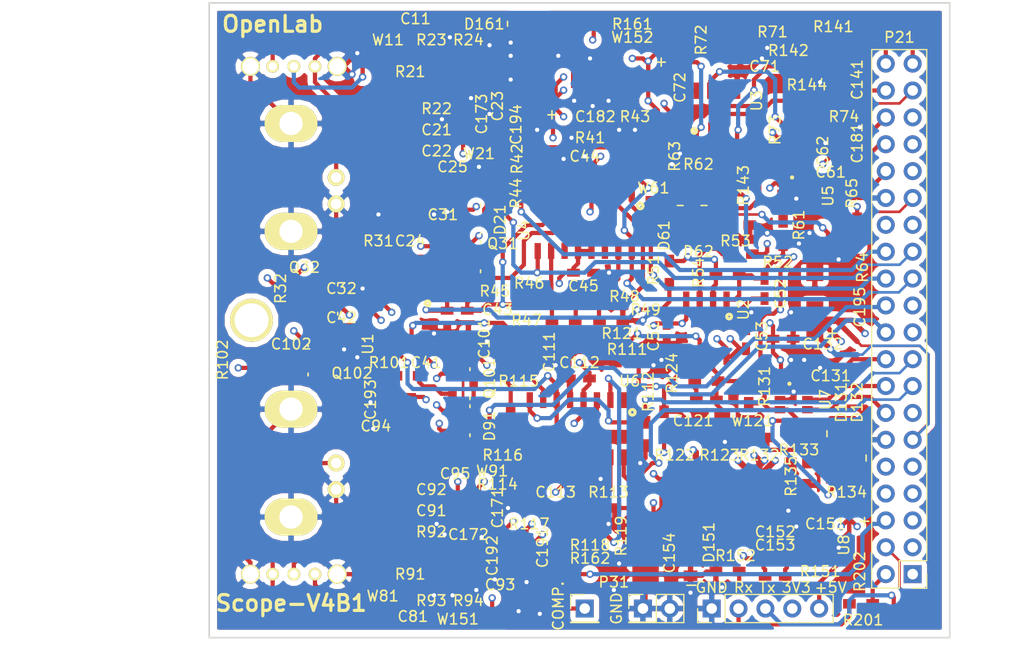
<source format=kicad_pcb>
(kicad_pcb (version 4) (host pcbnew 4.0.3-stable)
  (layers (0 F.Cu signal) (1 In1.Cu power hide) (2 In2.Cu power hide) (31 B.Cu signal hide) (34 B.Paste user) (35 F.Paste user) (36 B.SilkS user) (37 F.SilkS user) (38 B.Mask user) (39 F.Mask user) (44 Edge.Cuts user))
  (net 0 "")
  (net 1 "Net-(C11-Pad1)")
  (net 2 "Net-(C11-Pad2)")
  (net 3 "Net-(C21-Pad1)")
  (net 4 "Net-(C21-Pad2)")
  (net 5 GND)
  (net 6 +5V)
  (net 7 -5V)
  (net 8 "Net-(C43-Pad1)")
  (net 9 /CH0_GAIN4)
  (net 10 "Net-(C52-Pad1)")
  (net 11 "Net-(C52-Pad2)")
  (net 12 +3.3V)
  (net 13 "Net-(C71-Pad1)")
  (net 14 "Net-(C81-Pad1)")
  (net 15 "Net-(C81-Pad2)")
  (net 16 "Net-(C91-Pad1)")
  (net 17 "Net-(C91-Pad2)")
  (net 18 "Net-(C111-Pad1)")
  (net 19 /CH1_GAIN4)
  (net 20 "Net-(C121-Pad1)")
  (net 21 "Net-(C121-Pad2)")
  (net 22 "Net-(C141-Pad1)")
  (net 23 "Net-(C152-Pad1)")
  (net 24 "Net-(C152-Pad2)")
  (net 25 "Net-(C153-Pad1)")
  (net 26 "Net-(D61-Pad1)")
  (net 27 "Net-(D61-Pad2)")
  (net 28 "Net-(D62-Pad2)")
  (net 29 "Net-(D131-Pad1)")
  (net 30 "Net-(D131-Pad2)")
  (net 31 "Net-(D132-Pad2)")
  (net 32 "Net-(D161-Pad2)")
  (net 33 /UART_RxD)
  (net 34 /UART_TxD)
  (net 35 /TRIG_OUT_0)
  (net 36 /TRIG_OUT_1)
  (net 37 /TRIG_PWM_0)
  (net 38 /PROBE_COMP)
  (net 39 /TRIG_PWM_1)
  (net 40 /SPI_ADC_1_SCLK)
  (net 41 /SPI_ADC_1_SD)
  (net 42 /SPI_ADC_1_CS)
  (net 43 /AMP_SEL0_I1)
  (net 44 /AMP_SEL1_I1)
  (net 45 /AMP_SEL0_I2)
  (net 46 /AMP_SEL1_I2)
  (net 47 /AMP_SEL0_I3)
  (net 48 /AMP_SEL1_I3)
  (net 49 /AMP_SEL0_I4)
  (net 50 /AMP_SEL1_I4)
  (net 51 /SPI_ADC_0_SCLK)
  (net 52 /SPI_ADC_0_SD)
  (net 53 /SPI_ADC_0_CS)
  (net 54 "Net-(P22-Pad2)")
  (net 55 "Net-(P22-Pad3)")
  (net 56 "Net-(P41-Pad1)")
  (net 57 "Net-(Q31-Pad2)")
  (net 58 "Net-(Q32-Pad1)")
  (net 59 "Net-(Q32-Pad2)")
  (net 60 "Net-(Q101-Pad2)")
  (net 61 "Net-(Q102-Pad1)")
  (net 62 "Net-(Q102-Pad2)")
  (net 63 /CH0_GAIN3)
  (net 64 /CH0_GAIN2)
  (net 65 /CH0_GAIN1)
  (net 66 "Net-(R52-Pad1)")
  (net 67 "Net-(R72-Pad1)")
  (net 68 "Net-(R73-Pad1)")
  (net 69 "Net-(R74-Pad2)")
  (net 70 /CH1_GAIN3)
  (net 71 /CH1_GAIN2)
  (net 72 /CH1_GAIN1)
  (net 73 "Net-(R122-Pad1)")
  (net 74 "Net-(R142-Pad1)")
  (net 75 "Net-(R143-Pad1)")
  (net 76 "Net-(R144-Pad2)")
  (net 77 "Net-(U1-Pad2)")
  (net 78 "Net-(U1-Pad6)")
  (module KiCAD_Front_End_footprint:C_0603_HandSoldering (layer F.Cu) (at 135.382 87.503 180)
    (fp_text reference C45 (at 0 -1.25 180) (layer F.SilkS))
    (fp_text value 100n)
    (pad 1 smd rect (at -0.95 0 180) (size 1.2 0.75) (layers F.Cu F.Paste F.Mask) (net 5 GND))
    (pad 2 smd rect (at 0.95 0 180) (size 1.2 0.75) (layers F.Cu F.Paste F.Mask) (net 6 +5V))
  )
  (module KiCAD_Front_End_footprint:C_1206_HandSoldering (layer F.Cu) (at 158.5 109.75 180)
    (fp_text reference C151 (at 0.25 -1.5 180) (layer F.SilkS))
    (fp_text value 22u)
    (pad 1 smd rect (at -2 0 180) (size 2 1.6) (layers F.Cu F.Paste F.Mask) (net 6 +5V))
    (pad 2 smd rect (at 2 0 180) (size 2 1.6) (layers F.Cu F.Paste F.Mask) (net 5 GND))
  )
  (module KiCAD_Front_End_footprint:MountingHole (layer F.Cu) (at 104 92)
    (fp_text reference REF** hide)
    (fp_text value 1pin hide)
    (pad 1 thru_hole circle (at 0 0) (size 4.064 4.064) (drill 3.2) (layers *.Cu *.Mask F.SilkS))
  )
  (module KiCAD_Front_End_footprint:Test_Pad (layer F.Cu) (at 143 64.5)
    (fp_text reference W152 (at -3 0.75) (layer F.SilkS))
    (fp_text value TEST_1P)
    (pad 1 smd rect (at 0 0) (size 1.50114 1.50114) (layers F.Cu F.Paste F.Mask) (net 12 +3.3V))
  )
  (module KiCAD_Front_End_footprint:Test_Pad (layer F.Cu) (at 126.75 120.25)
    (fp_text reference W151 (at -3.25 0) (layer F.SilkS))
    (fp_text value TEST_1P)
    (pad 1 smd rect (at 0 0) (size 1.50114 1.50114) (layers F.Cu F.Paste F.Mask) (net 6 +5V))
  )
  (module KiCAD_Front_End_footprint:Test_Pad (layer F.Cu) (at 148.5 101.25)
    (fp_text reference W121 (at 2.84844 0.2484 180) (layer F.SilkS))
    (fp_text value TEST_1P)
    (pad 1 smd rect (at 0 0) (size 1.50114 1.50114) (layers F.Cu F.Paste F.Mask) (net 20 "Net-(C121-Pad1)"))
  )
  (module KiCAD_Front_End_footprint:Test_Pad (layer F.Cu) (at 125 104.5)
    (fp_text reference W91 (at 1.75 1.75) (layer F.SilkS))
    (fp_text value TEST_1P)
    (pad 1 smd rect (at 0 0) (size 1.50114 1.50114) (layers F.Cu F.Paste F.Mask) (net 17 "Net-(C91-Pad2)"))
  )
  (module KiCAD_Front_End_footprint:Test_Pad (layer F.Cu) (at 116.40312 116.07165)
    (fp_text reference W81 (at 0 2) (layer F.SilkS))
    (fp_text value TEST_1P)
    (pad 1 smd rect (at 0 0) (size 1.50114 1.50114) (layers F.Cu F.Paste F.Mask) (net 16 "Net-(C91-Pad1)"))
  )
  (module KiCAD_Front_End_footprint:Test_Pad (layer F.Cu) (at 142 81)
    (fp_text reference W61 (at 0 -1.5) (layer F.SilkS))
    (fp_text value TEST_1P)
    (pad 1 smd rect (at 0 0) (size 1.50114 1.50114) (layers F.Cu F.Paste F.Mask) (net 27 "Net-(D61-Pad2)"))
  )
  (module KiCAD_Front_End_footprint:Test_Pad (layer F.Cu) (at 125 79.5)
    (fp_text reference W21 (at 0.5 -3.25) (layer F.SilkS))
    (fp_text value TEST_1P)
    (pad 1 smd rect (at 0 0) (size 1.50114 1.50114) (layers F.Cu F.Paste F.Mask) (net 4 "Net-(C21-Pad2)"))
  )
  (module KiCAD_Front_End_footprint:Test_Pad (layer F.Cu) (at 116.90604 67.49796)
    (fp_text reference W11 (at 0 -2) (layer F.SilkS))
    (fp_text value TEST_1P)
    (pad 1 smd rect (at 0 0) (size 1.50114 1.50114) (layers F.Cu F.Paste F.Mask) (net 3 "Net-(C21-Pad1)"))
  )
  (module KiCAD_Front_End_footprint:sot23-5_LT1611 (layer F.Cu) (at 157.5 113.5 270)
    (fp_text reference U8 (at -0.25 -2.5 270) (layer F.SilkS))
    (fp_text value LT1611 hide)
    (pad 1 smd rect (at -0.9525 1.05664 270) (size 0.59944 1.00076) (layers F.Cu F.Paste F.Mask) (net 23 "Net-(C152-Pad1)"))
    (pad 3 smd rect (at 0.9525 1.05664 270) (size 0.59944 1.00076) (layers F.Cu F.Paste F.Mask) (net 25 "Net-(C153-Pad1)"))
    (pad 2 smd rect (at 0 1.05664 270) (size 0.59944 1.00076) (layers F.Cu F.Paste F.Mask) (net 5 GND))
    (pad 4 smd rect (at 0.9525 -1.05664 270) (size 0.59944 1.00076) (layers F.Cu F.Paste F.Mask) (net 6 +5V))
    (pad 5 smd rect (at -0.9525 -1.05664 270) (size 0.59944 1.00076) (layers F.Cu F.Paste F.Mask) (net 6 +5V))
  )
  (module KiCAD_Front_End_footprint:TSOT-6_ADS7885 (layer F.Cu) (at 155.25 99.5 270)
    (fp_text reference U7 (at 0 -3 270) (layer F.SilkS))
    (fp_text value ADS7885)
    (pad 1 smd rect (at -0.94996 1.30048 270) (size 0.69088 1.00076) (layers F.Cu F.Paste F.Mask) (net 12 +3.3V))
    (pad 2 smd rect (at 0 1.30048 270) (size 0.69088 1.00076) (layers F.Cu F.Paste F.Mask) (net 5 GND))
    (pad 3 smd rect (at 0.94996 1.30048 270) (size 0.69088 1.00076) (layers F.Cu F.Paste F.Mask) (net 30 "Net-(D131-Pad2)"))
    (pad 4 smd rect (at 0.94996 -1.30048 270) (size 0.69088 1.00076) (layers F.Cu F.Paste F.Mask) (net 40 /SPI_ADC_1_SCLK))
    (pad 5 smd rect (at 0 -1.30048 270) (size 0.69088 1.00076) (layers F.Cu F.Paste F.Mask) (net 41 /SPI_ADC_1_SD))
    (pad 6 smd rect (at -0.94996 -1.30048 270) (size 0.69088 1.00076) (layers F.Cu F.Paste F.Mask) (net 42 /SPI_ADC_1_CS))
  )
  (module KiCAD_Front_End_footprint:SOIC-16_3.9x9.9mm_Pitch1.27mm (layer F.Cu) (at 134.75 102.25 270)
    (fp_text reference U6 (at -4.5 -5 360) (layer F.SilkS))
    (fp_text value DG445DY-E3)
    (pad 1 smd rect (at -2.7 -4.445 270) (size 1.5 0.6) (layers F.Cu F.Paste F.Mask) (net 44 /AMP_SEL1_I1))
    (pad 2 smd rect (at -2.7 -3.175 270) (size 1.5 0.6) (layers F.Cu F.Paste F.Mask) (net 72 /CH1_GAIN1))
    (pad 3 smd rect (at -2.7 -1.905 270) (size 1.5 0.6) (layers F.Cu F.Paste F.Mask) (net 78 "Net-(U1-Pad6)"))
    (pad 4 smd rect (at -2.7 -0.635 270) (size 1.5 0.6) (layers F.Cu F.Paste F.Mask) (net 7 -5V))
    (pad 5 smd rect (at -2.7 0.635 270) (size 1.5 0.6) (layers F.Cu F.Paste F.Mask) (net 5 GND))
    (pad 6 smd rect (at -2.7 1.905 270) (size 1.5 0.6) (layers F.Cu F.Paste F.Mask) (net 78 "Net-(U1-Pad6)"))
    (pad 7 smd rect (at -2.7 3.175 270) (size 1.5 0.6) (layers F.Cu F.Paste F.Mask) (net 19 /CH1_GAIN4))
    (pad 8 smd rect (at -2.7 4.445 270) (size 1.5 0.6) (layers F.Cu F.Paste F.Mask) (net 50 /AMP_SEL1_I4))
    (pad 9 smd rect (at 2.7 4.445 270) (size 1.5 0.6) (layers F.Cu F.Paste F.Mask) (net 48 /AMP_SEL1_I3))
    (pad 10 smd rect (at 2.7 3.175 270) (size 1.5 0.6) (layers F.Cu F.Paste F.Mask) (net 70 /CH1_GAIN3))
    (pad 11 smd rect (at 2.7 1.905 270) (size 1.5 0.6) (layers F.Cu F.Paste F.Mask) (net 78 "Net-(U1-Pad6)"))
    (pad 12 smd rect (at 2.7 0.635 270) (size 1.5 0.6) (layers F.Cu F.Paste F.Mask) (net 6 +5V))
    (pad 13 smd rect (at 2.7 -0.635 270) (size 1.5 0.6) (layers F.Cu F.Paste F.Mask) (net 6 +5V))
    (pad 14 smd rect (at 2.7 -1.905 270) (size 1.5 0.6) (layers F.Cu F.Paste F.Mask) (net 78 "Net-(U1-Pad6)"))
    (pad 15 smd rect (at 2.7 -3.175 270) (size 1.5 0.6) (layers F.Cu F.Paste F.Mask) (net 71 /CH1_GAIN2))
    (pad 16 smd rect (at 2.7 -4.445 270) (size 1.5 0.6) (layers F.Cu F.Paste F.Mask) (net 46 /AMP_SEL1_I2))
  )
  (module KiCAD_Front_End_footprint:TSOT-6_ADS7885 (layer F.Cu) (at 155.5 80 270)
    (fp_text reference U5 (at 0.25 -3 270) (layer F.SilkS))
    (fp_text value ADS7885)
    (pad 1 smd rect (at -0.94996 1.30048 270) (size 0.69088 1.00076) (layers F.Cu F.Paste F.Mask) (net 12 +3.3V))
    (pad 2 smd rect (at 0 1.30048 270) (size 0.69088 1.00076) (layers F.Cu F.Paste F.Mask) (net 5 GND))
    (pad 3 smd rect (at 0.94996 1.30048 270) (size 0.69088 1.00076) (layers F.Cu F.Paste F.Mask) (net 27 "Net-(D61-Pad2)"))
    (pad 4 smd rect (at 0.94996 -1.30048 270) (size 0.69088 1.00076) (layers F.Cu F.Paste F.Mask) (net 51 /SPI_ADC_0_SCLK))
    (pad 5 smd rect (at 0 -1.30048 270) (size 0.69088 1.00076) (layers F.Cu F.Paste F.Mask) (net 52 /SPI_ADC_0_SD))
    (pad 6 smd rect (at -0.94996 -1.30048 270) (size 0.69088 1.00076) (layers F.Cu F.Paste F.Mask) (net 53 /SPI_ADC_0_CS))
  )
  (module KiCAD_Front_End_footprint:SOIC-16_3.9x9.9mm_Pitch1.27mm (layer F.Cu) (at 135.5 82.75 270)
    (fp_text reference U4 (at 0.75 5.75 270) (layer F.SilkS))
    (fp_text value DG445DY-E3)
    (pad 1 smd rect (at -2.7 -4.445 270) (size 1.5 0.6) (layers F.Cu F.Paste F.Mask) (net 43 /AMP_SEL0_I1))
    (pad 2 smd rect (at -2.7 -3.175 270) (size 1.5 0.6) (layers F.Cu F.Paste F.Mask) (net 65 /CH0_GAIN1))
    (pad 3 smd rect (at -2.7 -1.905 270) (size 1.5 0.6) (layers F.Cu F.Paste F.Mask) (net 77 "Net-(U1-Pad2)"))
    (pad 4 smd rect (at -2.7 -0.635 270) (size 1.5 0.6) (layers F.Cu F.Paste F.Mask) (net 7 -5V))
    (pad 5 smd rect (at -2.7 0.635 270) (size 1.5 0.6) (layers F.Cu F.Paste F.Mask) (net 5 GND))
    (pad 6 smd rect (at -2.7 1.905 270) (size 1.5 0.6) (layers F.Cu F.Paste F.Mask) (net 77 "Net-(U1-Pad2)"))
    (pad 7 smd rect (at -2.7 3.175 270) (size 1.5 0.6) (layers F.Cu F.Paste F.Mask) (net 9 /CH0_GAIN4))
    (pad 8 smd rect (at -2.7 4.445 270) (size 1.5 0.6) (layers F.Cu F.Paste F.Mask) (net 49 /AMP_SEL0_I4))
    (pad 9 smd rect (at 2.7 4.445 270) (size 1.5 0.6) (layers F.Cu F.Paste F.Mask) (net 47 /AMP_SEL0_I3))
    (pad 10 smd rect (at 2.7 3.175 270) (size 1.5 0.6) (layers F.Cu F.Paste F.Mask) (net 63 /CH0_GAIN3))
    (pad 11 smd rect (at 2.7 1.905 270) (size 1.5 0.6) (layers F.Cu F.Paste F.Mask) (net 77 "Net-(U1-Pad2)"))
    (pad 12 smd rect (at 2.7 0.635 270) (size 1.5 0.6) (layers F.Cu F.Paste F.Mask) (net 6 +5V))
    (pad 13 smd rect (at 2.7 -0.635 270) (size 1.5 0.6) (layers F.Cu F.Paste F.Mask) (net 6 +5V))
    (pad 14 smd rect (at 2.7 -1.905 270) (size 1.5 0.6) (layers F.Cu F.Paste F.Mask) (net 77 "Net-(U1-Pad2)"))
    (pad 15 smd rect (at 2.7 -3.175 270) (size 1.5 0.6) (layers F.Cu F.Paste F.Mask) (net 64 /CH0_GAIN2))
    (pad 16 smd rect (at 2.7 -4.445 270) (size 1.5 0.6) (layers F.Cu F.Paste F.Mask) (net 45 /AMP_SEL0_I2))
  )
  (module KiCAD_Front_End_footprint:SOIC-8_3_LT1819 (layer F.Cu) (at 148 73 90)
    (fp_text reference U3 (at 1.75 3.75 90) (layer F.SilkS))
    (fp_text value LT1720)
    (pad 1 smd rect (at -2.7 -1.905 90) (size 1.55 0.6) (layers F.Cu F.Paste F.Mask) (net 67 "Net-(R72-Pad1)"))
    (pad 2 smd rect (at -2.7 -0.635 90) (size 1.55 0.6) (layers F.Cu F.Paste F.Mask) (net 68 "Net-(R73-Pad1)"))
    (pad 3 smd rect (at -2.7 0.635 90) (size 1.55 0.6) (layers F.Cu F.Paste F.Mask) (net 75 "Net-(R143-Pad1)"))
    (pad 4 smd rect (at -2.7 1.905 90) (size 1.55 0.6) (layers F.Cu F.Paste F.Mask) (net 74 "Net-(R142-Pad1)"))
    (pad 5 smd rect (at 2.7 1.905 90) (size 1.55 0.6) (layers F.Cu F.Paste F.Mask) (net 5 GND))
    (pad 6 smd rect (at 2.7 0.635 90) (size 1.55 0.6) (layers F.Cu F.Paste F.Mask) (net 76 "Net-(R144-Pad2)"))
    (pad 7 smd rect (at 2.7 -0.635 90) (size 1.55 0.6) (layers F.Cu F.Paste F.Mask) (net 69 "Net-(R74-Pad2)"))
    (pad 8 smd rect (at 2.7 -1.905 90) (size 1.55 0.6) (layers F.Cu F.Paste F.Mask) (net 12 +3.3V))
  )
  (module KiCAD_Front_End_footprint:SOIC-8_3_LT1819 (layer F.Cu) (at 147 92.75 270)
    (fp_text reference U2 (at -1.75 -3.5 270) (layer F.SilkS))
    (fp_text value LT1819)
    (pad 1 smd rect (at -2.7 -1.905 270) (size 1.55 0.6) (layers F.Cu F.Paste F.Mask) (net 10 "Net-(C52-Pad1)"))
    (pad 2 smd rect (at -2.7 -0.635 270) (size 1.55 0.6) (layers F.Cu F.Paste F.Mask) (net 11 "Net-(C52-Pad2)"))
    (pad 3 smd rect (at -2.7 0.635 270) (size 1.55 0.6) (layers F.Cu F.Paste F.Mask) (net 66 "Net-(R52-Pad1)"))
    (pad 4 smd rect (at -2.7 1.905 270) (size 1.55 0.6) (layers F.Cu F.Paste F.Mask) (net 7 -5V))
    (pad 5 smd rect (at 2.7 1.905 270) (size 1.55 0.6) (layers F.Cu F.Paste F.Mask) (net 73 "Net-(R122-Pad1)"))
    (pad 6 smd rect (at 2.7 0.635 270) (size 1.55 0.6) (layers F.Cu F.Paste F.Mask) (net 21 "Net-(C121-Pad2)"))
    (pad 7 smd rect (at 2.7 -0.635 270) (size 1.55 0.6) (layers F.Cu F.Paste F.Mask) (net 20 "Net-(C121-Pad1)"))
    (pad 8 smd rect (at 2.7 -1.905 270) (size 1.55 0.6) (layers F.Cu F.Paste F.Mask) (net 6 +5V))
  )
  (module KiCAD_Front_End_footprint:SOIC-8_3_LT1819 (layer F.Cu) (at 118.5 91.5 270)
    (fp_text reference U1 (at 2.75 3.5 270) (layer F.SilkS))
    (fp_text value LT1819)
    (pad 1 smd rect (at -2.7 -1.905 270) (size 1.55 0.6) (layers F.Cu F.Paste F.Mask) (net 8 "Net-(C43-Pad1)"))
    (pad 2 smd rect (at -2.7 -0.635 270) (size 1.55 0.6) (layers F.Cu F.Paste F.Mask) (net 77 "Net-(U1-Pad2)"))
    (pad 3 smd rect (at -2.7 0.635 270) (size 1.55 0.6) (layers F.Cu F.Paste F.Mask) (net 58 "Net-(Q32-Pad1)"))
    (pad 4 smd rect (at -2.7 1.905 270) (size 1.55 0.6) (layers F.Cu F.Paste F.Mask) (net 7 -5V))
    (pad 5 smd rect (at 2.7 1.905 270) (size 1.55 0.6) (layers F.Cu F.Paste F.Mask) (net 61 "Net-(Q102-Pad1)"))
    (pad 6 smd rect (at 2.7 0.635 270) (size 1.55 0.6) (layers F.Cu F.Paste F.Mask) (net 78 "Net-(U1-Pad6)"))
    (pad 7 smd rect (at 2.7 -0.635 270) (size 1.55 0.6) (layers F.Cu F.Paste F.Mask) (net 18 "Net-(C111-Pad1)"))
    (pad 8 smd rect (at 2.7 -1.905 270) (size 1.55 0.6) (layers F.Cu F.Paste F.Mask) (net 6 +5V))
  )
  (module KiCAD_Front_End_footprint:SWITCH-2-WAY_SPDT (layer F.Cu) (at 108 116 180)
    (fp_text reference SW2 hide)
    (fp_text value SW_SPDT_OpenLab)
    (pad 2 thru_hole circle (at 0 0 180) (size 1.2 1.2) (drill 0.8) (layers *.Cu *.Mask F.SilkS) (net 16 "Net-(C91-Pad1)"))
    (pad 2 thru_hole circle (at 0 0 180) (size 1.2 1.2) (drill 0.8) (layers *.Cu *.Mask F.SilkS) (net 16 "Net-(C91-Pad1)"))
    (pad 3 thru_hole circle (at 2 0 180) (size 1.2 1.2) (drill 0.8) (layers *.Cu *.Mask F.SilkS) (net 15 "Net-(C81-Pad2)"))
    (pad 1 thru_hole circle (at -2 0 180) (size 1.2 1.2) (drill 0.8) (layers *.Cu *.Mask F.SilkS) (net 14 "Net-(C81-Pad1)"))
    (pad 4 thru_hole circle (at -4.1 0 180) (size 1.8 1.8) (drill 1.5) (layers *.Cu *.Mask F.SilkS) (net 5 GND))
    (pad 4 thru_hole circle (at 4.1 0 180) (size 1.8 1.8) (drill 1.5) (layers *.Cu *.Mask F.SilkS) (net 5 GND))
  )
  (module KiCAD_Front_End_footprint:SWITCH-2-WAY_SPDT (layer F.Cu) (at 108 68)
    (fp_text reference SW1 hide)
    (fp_text value SW_SPDT_OpenLab)
    (pad 2 thru_hole circle (at 0 0) (size 1.2 1.2) (drill 0.8) (layers *.Cu *.Mask F.SilkS) (net 3 "Net-(C21-Pad1)"))
    (pad 2 thru_hole circle (at 0 0) (size 1.2 1.2) (drill 0.8) (layers *.Cu *.Mask F.SilkS) (net 3 "Net-(C21-Pad1)"))
    (pad 3 thru_hole circle (at 2 0) (size 1.2 1.2) (drill 0.8) (layers *.Cu *.Mask F.SilkS) (net 2 "Net-(C11-Pad2)"))
    (pad 1 thru_hole circle (at -2 0) (size 1.2 1.2) (drill 0.8) (layers *.Cu *.Mask F.SilkS) (net 1 "Net-(C11-Pad1)"))
    (pad 4 thru_hole circle (at -4.1 0) (size 1.8 1.8) (drill 1.5) (layers *.Cu *.Mask F.SilkS) (net 5 GND))
    (pad 4 thru_hole circle (at 4.1 0) (size 1.8 1.8) (drill 1.5) (layers *.Cu *.Mask F.SilkS) (net 5 GND))
  )
  (module KiCAD_Front_End_footprint:R_0603_HandSoldering (layer F.Cu) (at 161.6202 118.80342)
    (fp_text reference R202 (at -0.1202 -3.05342 90) (layer F.SilkS))
    (fp_text value 120)
    (pad 1 smd rect (at -1.1 0) (size 1.2 0.9) (layers F.Cu F.Paste F.Mask) (net 54 "Net-(P22-Pad2)"))
    (pad 2 smd rect (at 1.1 0) (size 1.2 0.9) (layers F.Cu F.Paste F.Mask) (net 33 /UART_RxD))
  )
  (module KiCAD_Front_End_footprint:R_0603_HandSoldering (layer F.Cu) (at 165.8112 119.33682)
    (fp_text reference R201 (at -4 1 180) (layer F.SilkS))
    (fp_text value 120)
    (pad 1 smd rect (at -1.1 0) (size 1.2 0.9) (layers F.Cu F.Paste F.Mask) (net 55 "Net-(P22-Pad3)"))
    (pad 2 smd rect (at 1.1 0) (size 1.2 0.9) (layers F.Cu F.Paste F.Mask) (net 34 /UART_TxD))
  )
  (module KiCAD_Front_End_footprint:R_0603_HandSoldering (layer F.Cu) (at 133 116 180)
    (fp_text reference R162 (at -3 1.5 360) (layer F.SilkS))
    (fp_text value 470)
    (pad 1 smd rect (at -1.1 0 180) (size 1.2 0.9) (layers F.Cu F.Paste F.Mask) (net 38 /PROBE_COMP))
    (pad 2 smd rect (at 1.1 0 180) (size 1.2 0.9) (layers F.Cu F.Paste F.Mask) (net 56 "Net-(P41-Pad1)"))
  )
  (module KiCAD_Front_End_footprint:R_0603_HandSoldering (layer F.Cu) (at 135.25 64)
    (fp_text reference R161 (at 4.75 0) (layer F.SilkS))
    (fp_text value 1k)
    (pad 1 smd rect (at -1.1 0) (size 1.2 0.9) (layers F.Cu F.Paste F.Mask) (net 32 "Net-(D161-Pad2)"))
    (pad 2 smd rect (at 1.1 0) (size 1.2 0.9) (layers F.Cu F.Paste F.Mask) (net 6 +5V))
  )
  (module KiCAD_Front_End_footprint:R_0603_HandSoldering (layer F.Cu) (at 149 115.75 180)
    (fp_text reference R152 (at -0.75 1.5 180) (layer F.SilkS))
    (fp_text value 10k)
    (pad 1 smd rect (at -1.1 0 180) (size 1.2 0.9) (layers F.Cu F.Paste F.Mask) (net 25 "Net-(C153-Pad1)"))
    (pad 2 smd rect (at 1.1 0 180) (size 1.2 0.9) (layers F.Cu F.Paste F.Mask) (net 5 GND))
  )
  (module KiCAD_Front_End_footprint:R_0603_HandSoldering (layer F.Cu) (at 153.5 114.5)
    (fp_text reference R151 (at 4.25 1.25) (layer F.SilkS))
    (fp_text value 29k4)
    (pad 1 smd rect (at -1.1 0) (size 1.2 0.9) (layers F.Cu F.Paste F.Mask) (net 7 -5V))
    (pad 2 smd rect (at 1.1 0) (size 1.2 0.9) (layers F.Cu F.Paste F.Mask) (net 25 "Net-(C153-Pad1)"))
  )
  (module KiCAD_Front_End_footprint:R_0603_HandSoldering (layer F.Cu) (at 156.5 71.25 180)
    (fp_text reference R144 (at 0 1.5 180) (layer F.SilkS))
    (fp_text value 120)
    (pad 1 smd rect (at -1.1 0 180) (size 1.2 0.9) (layers F.Cu F.Paste F.Mask) (net 36 /TRIG_OUT_1))
    (pad 2 smd rect (at 1.1 0 180) (size 1.2 0.9) (layers F.Cu F.Paste F.Mask) (net 76 "Net-(R144-Pad2)"))
  )
  (module KiCAD_Front_End_footprint:R_0603_HandSoldering (layer F.Cu) (at 149 79 270)
    (fp_text reference R143 (at 0.25 -1.5 450) (layer F.SilkS))
    (fp_text value 4k7)
    (pad 1 smd rect (at -1.1 0 270) (size 1.2 0.9) (layers F.Cu F.Paste F.Mask) (net 75 "Net-(R143-Pad1)"))
    (pad 2 smd rect (at 1.1 0 270) (size 1.2 0.9) (layers F.Cu F.Paste F.Mask) (net 30 "Net-(D131-Pad2)"))
  )
  (module KiCAD_Front_End_footprint:R_0603_HandSoldering (layer F.Cu) (at 156.5 68)
    (fp_text reference R142 (at -1.75 -1.5 180) (layer F.SilkS))
    (fp_text value 4k7)
    (pad 1 smd rect (at -1.1 0) (size 1.2 0.9) (layers F.Cu F.Paste F.Mask) (net 74 "Net-(R142-Pad1)"))
    (pad 2 smd rect (at 1.1 0) (size 1.2 0.9) (layers F.Cu F.Paste F.Mask) (net 22 "Net-(C141-Pad1)"))
  )
  (module KiCAD_Front_End_footprint:R_0603_HandSoldering (layer F.Cu) (at 159 66 180)
    (fp_text reference R141 (at 0 1.75 180) (layer F.SilkS))
    (fp_text value 33k)
    (pad 1 smd rect (at -1.1 0 180) (size 1.2 0.9) (layers F.Cu F.Paste F.Mask) (net 39 /TRIG_PWM_1))
    (pad 2 smd rect (at 1.1 0 180) (size 1.2 0.9) (layers F.Cu F.Paste F.Mask) (net 22 "Net-(C141-Pad1)"))
  )
  (module KiCAD_Front_End_footprint:R_0603_HandSoldering (layer F.Cu) (at 156.5 106.5 270)
    (fp_text reference R135 (at 0.25 1.5 270) (layer F.SilkS))
    (fp_text value 100)
    (pad 1 smd rect (at -1.1 0 270) (size 1.2 0.9) (layers F.Cu F.Paste F.Mask) (net 31 "Net-(D132-Pad2)"))
    (pad 2 smd rect (at 1.1 0 270) (size 1.2 0.9) (layers F.Cu F.Paste F.Mask) (net 5 GND))
  )
  (module KiCAD_Front_End_footprint:R_0603_HandSoldering (layer F.Cu) (at 160 107 180)
    (fp_text reference R134 (at -0.25 -1.25 180) (layer F.SilkS))
    (fp_text value 220)
    (pad 1 smd rect (at -1.1 0 180) (size 1.2 0.9) (layers F.Cu F.Paste F.Mask) (net 31 "Net-(D132-Pad2)"))
    (pad 2 smd rect (at 1.1 0 180) (size 1.2 0.9) (layers F.Cu F.Paste F.Mask) (net 12 +3.3V))
  )
  (module KiCAD_Front_End_footprint:R_0603_HandSoldering (layer F.Cu) (at 156 102.75)
    (fp_text reference R133 (at -0.25 1.5) (layer F.SilkS))
    (fp_text value 120)
    (pad 1 smd rect (at -1.1 0) (size 1.2 0.9) (layers F.Cu F.Paste F.Mask) (net 12 +3.3V))
    (pad 2 smd rect (at 1.1 0) (size 1.2 0.9) (layers F.Cu F.Paste F.Mask) (net 29 "Net-(D131-Pad1)"))
  )
  (module KiCAD_Front_End_footprint:R_0603_HandSoldering (layer F.Cu) (at 151.66848 103.08336 180)
    (fp_text reference R132 (at -0.33152 -1.66664 180) (layer F.SilkS))
    (fp_text value 470)
    (pad 1 smd rect (at -1.1 0 180) (size 1.2 0.9) (layers F.Cu F.Paste F.Mask) (net 29 "Net-(D131-Pad1)"))
    (pad 2 smd rect (at 1.1 0 180) (size 1.2 0.9) (layers F.Cu F.Paste F.Mask) (net 5 GND))
  )
  (module KiCAD_Front_End_footprint:R_0603_HandSoldering (layer F.Cu) (at 151 98.75 90)
    (fp_text reference R131 (at 0.5 1.5 270) (layer F.SilkS))
    (fp_text value 220)
    (pad 1 smd rect (at -1.1 0 90) (size 1.2 0.9) (layers F.Cu F.Paste F.Mask) (net 30 "Net-(D131-Pad2)"))
    (pad 2 smd rect (at 1.1 0 90) (size 1.2 0.9) (layers F.Cu F.Paste F.Mask) (net 20 "Net-(C121-Pad1)"))
  )
  (module KiCAD_Front_End_footprint:R_0603_HandSoldering (layer F.Cu) (at 147 97.75 180)
    (fp_text reference R124 (at 3.25 0.75 450) (layer F.SilkS))
    (fp_text value 1k)
    (pad 1 smd rect (at -1.1 0 180) (size 1.2 0.9) (layers F.Cu F.Paste F.Mask) (net 20 "Net-(C121-Pad1)"))
    (pad 2 smd rect (at 1.1 0 180) (size 1.2 0.9) (layers F.Cu F.Paste F.Mask) (net 21 "Net-(C121-Pad2)"))
  )
  (module KiCAD_Front_End_footprint:R_0603_HandSoldering (layer F.Cu) (at 146 103 180)
    (fp_text reference R123 (at -2.25 -1.75 180) (layer F.SilkS))
    (fp_text value 560)
    (pad 1 smd rect (at -1.1 0 180) (size 1.2 0.9) (layers F.Cu F.Paste F.Mask) (net 5 GND))
    (pad 2 smd rect (at 1.1 0 180) (size 1.2 0.9) (layers F.Cu F.Paste F.Mask) (net 73 "Net-(R122-Pad1)"))
  )
  (module KiCAD_Front_End_footprint:R_0603_HandSoldering (layer F.Cu) (at 143 101.75 270)
    (fp_text reference R122 (at 3 -1 360) (layer F.SilkS))
    (fp_text value 2k49)
    (pad 1 smd rect (at -1.1 0 270) (size 1.2 0.9) (layers F.Cu F.Paste F.Mask) (net 73 "Net-(R122-Pad1)"))
    (pad 2 smd rect (at 1.1 0 270) (size 1.2 0.9) (layers F.Cu F.Paste F.Mask) (net 6 +5V))
  )
  (module KiCAD_Front_End_footprint:R_0603_HandSoldering (layer F.Cu) (at 135 93.75 180)
    (fp_text reference R121 (at -4 0.5 180) (layer F.SilkS))
    (fp_text value 1k)
    (pad 1 smd rect (at -1.1 0 180) (size 1.2 0.9) (layers F.Cu F.Paste F.Mask) (net 21 "Net-(C121-Pad2)"))
    (pad 2 smd rect (at 1.1 0 180) (size 1.2 0.9) (layers F.Cu F.Paste F.Mask) (net 18 "Net-(C111-Pad1)"))
  )
  (module KiCAD_Front_End_footprint:R_0603_HandSoldering (layer F.Cu) (at 137.25 109.75)
    (fp_text reference R119 (at 1.688 2.645 90) (layer F.SilkS))
    (fp_text value 470)
    (pad 1 smd rect (at -1.1 0) (size 1.2 0.9) (layers F.Cu F.Paste F.Mask) (net 72 /CH1_GAIN1))
    (pad 2 smd rect (at 1.1 0) (size 1.2 0.9) (layers F.Cu F.Paste F.Mask) (net 5 GND))
  )
  (module KiCAD_Front_End_footprint:R_0603_HandSoldering (layer F.Cu) (at 135 111.75)
    (fp_text reference R118 (at 1 1.5) (layer F.SilkS))
    (fp_text value 1k)
    (pad 1 smd rect (at -1.1 0) (size 1.2 0.9) (layers F.Cu F.Paste F.Mask) (net 71 /CH1_GAIN2))
    (pad 2 smd rect (at 1.1 0) (size 1.2 0.9) (layers F.Cu F.Paste F.Mask) (net 72 /CH1_GAIN1))
  )
  (module KiCAD_Front_End_footprint:R_0603_HandSoldering (layer F.Cu) (at 132.75 109.75)
    (fp_text reference R117 (at -2.5 1.5) (layer F.SilkS))
    (fp_text value 1k)
    (pad 1 smd rect (at -1.1 0) (size 1.2 0.9) (layers F.Cu F.Paste F.Mask) (net 70 /CH1_GAIN3))
    (pad 2 smd rect (at 1.1 0) (size 1.2 0.9) (layers F.Cu F.Paste F.Mask) (net 71 /CH1_GAIN2))
  )
  (module KiCAD_Front_End_footprint:R_0603_HandSoldering (layer F.Cu) (at 128.5 101.5 270)
    (fp_text reference R116 (at 3.25 0.75 360) (layer F.SilkS))
    (fp_text value 1k)
    (pad 1 smd rect (at -1.1 0 270) (size 1.2 0.9) (layers F.Cu F.Paste F.Mask) (net 19 /CH1_GAIN4))
    (pad 2 smd rect (at 1.1 0 270) (size 1.2 0.9) (layers F.Cu F.Paste F.Mask) (net 70 /CH1_GAIN3))
  )
  (module KiCAD_Front_End_footprint:R_0603_HandSoldering (layer F.Cu) (at 128.25 95 270)
    (fp_text reference R115 (at 2.75 -1 360) (layer F.SilkS))
    (fp_text value 2k)
    (pad 1 smd rect (at -1.1 0 270) (size 1.2 0.9) (layers F.Cu F.Paste F.Mask) (net 18 "Net-(C111-Pad1)"))
    (pad 2 smd rect (at 1.1 0 270) (size 1.2 0.9) (layers F.Cu F.Paste F.Mask) (net 19 /CH1_GAIN4))
  )
  (module KiCAD_Front_End_footprint:R_0603_HandSoldering (layer F.Cu) (at 129.75 108.25 270)
    (fp_text reference R114 (at -0.75 2.5 360) (layer F.SilkS))
    (fp_text value 2k2)
    (pad 1 smd rect (at -1.1 0 270) (size 1.2 0.9) (layers F.Cu F.Paste F.Mask) (net 48 /AMP_SEL1_I3))
    (pad 2 smd rect (at 1.1 0 270) (size 1.2 0.9) (layers F.Cu F.Paste F.Mask) (net 5 GND))
  )
  (module KiCAD_Front_End_footprint:R_0603_HandSoldering (layer F.Cu) (at 140.5 108.5 90)
    (fp_text reference R113 (at 0.25 -2.75 180) (layer F.SilkS))
    (fp_text value 2k2)
    (pad 1 smd rect (at -1.1 0 90) (size 1.2 0.9) (layers F.Cu F.Paste F.Mask) (net 5 GND))
    (pad 2 smd rect (at 1.1 0 90) (size 1.2 0.9) (layers F.Cu F.Paste F.Mask) (net 46 /AMP_SEL1_I2))
  )
  (module KiCAD_Front_End_footprint:R_0603_HandSoldering (layer F.Cu) (at 141.25 102.75 270)
    (fp_text reference R112 (at -4 -0.25 270) (layer F.SilkS))
    (fp_text value 2k2)
    (pad 1 smd rect (at -1.1 0 270) (size 1.2 0.9) (layers F.Cu F.Paste F.Mask) (net 50 /AMP_SEL1_I4))
    (pad 2 smd rect (at 1.1 0 270) (size 1.2 0.9) (layers F.Cu F.Paste F.Mask) (net 5 GND))
  )
  (module KiCAD_Front_End_footprint:R_0603_HandSoldering (layer F.Cu) (at 139.5 96 180)
    (fp_text reference R111 (at 0 1.25 360) (layer F.SilkS))
    (fp_text value 2k2)
    (pad 1 smd rect (at -1.1 0 180) (size 1.2 0.9) (layers F.Cu F.Paste F.Mask) (net 44 /AMP_SEL1_I1))
    (pad 2 smd rect (at 1.1 0 180) (size 1.2 0.9) (layers F.Cu F.Paste F.Mask) (net 5 GND))
  )
  (module KiCAD_Front_End_footprint:R_0603_HandSoldering (layer F.Cu) (at 105.5 96.5)
    (fp_text reference R102 (at -4.25 -0.75 270) (layer F.SilkS))
    (fp_text value 560)
    (pad 1 smd rect (at -1.1 0) (size 1.2 0.9) (layers F.Cu F.Paste F.Mask) (net 7 -5V))
    (pad 2 smd rect (at 1.1 0) (size 1.2 0.9) (layers F.Cu F.Paste F.Mask) (net 62 "Net-(Q102-Pad2)"))
  )
  (module KiCAD_Front_End_footprint:R_0603_HandSoldering (layer F.Cu) (at 118.75 97.25)
    (fp_text reference R101 (at -1.75 -1.25) (layer F.SilkS))
    (fp_text value 560)
    (pad 1 smd rect (at -1.1 0) (size 1.2 0.9) (layers F.Cu F.Paste F.Mask) (net 61 "Net-(Q102-Pad1)"))
    (pad 2 smd rect (at 1.1 0) (size 1.2 0.9) (layers F.Cu F.Paste F.Mask) (net 60 "Net-(Q101-Pad2)"))
  )
  (module KiCAD_Front_End_footprint:R_0603_HandSoldering (layer F.Cu) (at 123.5 115 270)
    (fp_text reference R94 (at 3.5 -1 360) (layer F.SilkS))
    (fp_text value 1Meg)
    (pad 1 smd rect (at -1.1 0 270) (size 1.2 0.9) (layers F.Cu F.Paste F.Mask) (net 17 "Net-(C91-Pad2)"))
    (pad 2 smd rect (at 1.1 0 270) (size 1.2 0.9) (layers F.Cu F.Paste F.Mask) (net 5 GND))
  )
  (module KiCAD_Front_End_footprint:R_0603_HandSoldering (layer F.Cu) (at 121.5 115 270)
    (fp_text reference R93 (at 3.5 0.5 360) (layer F.SilkS))
    (fp_text value 1Meg)
    (pad 1 smd rect (at -1.1 0 270) (size 1.2 0.9) (layers F.Cu F.Paste F.Mask) (net 17 "Net-(C91-Pad2)"))
    (pad 2 smd rect (at 1.1 0 270) (size 1.2 0.9) (layers F.Cu F.Paste F.Mask) (net 5 GND))
  )
  (module KiCAD_Front_End_footprint:R_0603_HandSoldering (layer F.Cu) (at 117.5 112)
    (fp_text reference R92 (at 3.5 0) (layer F.SilkS))
    (fp_text value 1Meg)
    (pad 1 smd rect (at -1.1 0) (size 1.2 0.9) (layers F.Cu F.Paste F.Mask) (net 16 "Net-(C91-Pad1)"))
    (pad 2 smd rect (at 1.1 0) (size 1.2 0.9) (layers F.Cu F.Paste F.Mask) (net 17 "Net-(C91-Pad2)"))
  )
  (module KiCAD_Front_End_footprint:R_0603_HandSoldering (layer F.Cu) (at 117.5 114)
    (fp_text reference R91 (at 1.5 2) (layer F.SilkS))
    (fp_text value 1Meg)
    (pad 1 smd rect (at -1.1 0) (size 1.2 0.9) (layers F.Cu F.Paste F.Mask) (net 16 "Net-(C91-Pad1)"))
    (pad 2 smd rect (at 1.1 0) (size 1.2 0.9) (layers F.Cu F.Paste F.Mask) (net 17 "Net-(C91-Pad2)"))
  )
  (module KiCAD_Front_End_footprint:R_0603_HandSoldering (layer F.Cu) (at 156.5 73.75 180)
    (fp_text reference R74 (at -3.5 1 180) (layer F.SilkS))
    (fp_text value 120)
    (pad 1 smd rect (at -1.1 0 180) (size 1.2 0.9) (layers F.Cu F.Paste F.Mask) (net 35 /TRIG_OUT_0))
    (pad 2 smd rect (at 1.1 0 180) (size 1.2 0.9) (layers F.Cu F.Paste F.Mask) (net 69 "Net-(R74-Pad2)"))
  )
  (module KiCAD_Front_End_footprint:R_0603_HandSoldering (layer F.Cu) (at 152 77 270)
    (fp_text reference R73 (at -3 -1.5 270) (layer F.SilkS))
    (fp_text value 4k7)
    (pad 1 smd rect (at -1.1 0 270) (size 1.2 0.9) (layers F.Cu F.Paste F.Mask) (net 68 "Net-(R73-Pad1)"))
    (pad 2 smd rect (at 1.1 0 270) (size 1.2 0.9) (layers F.Cu F.Paste F.Mask) (net 27 "Net-(D61-Pad2)"))
  )
  (module KiCAD_Front_End_footprint:R_0603_HandSoldering (layer F.Cu) (at 145 66.5 90)
    (fp_text reference R72 (at 1 1.5 90) (layer F.SilkS))
    (fp_text value 4k7)
    (pad 1 smd rect (at -1.1 0 90) (size 1.2 0.9) (layers F.Cu F.Paste F.Mask) (net 67 "Net-(R72-Pad1)"))
    (pad 2 smd rect (at 1.1 0 90) (size 1.2 0.9) (layers F.Cu F.Paste F.Mask) (net 13 "Net-(C71-Pad1)"))
  )
  (module KiCAD_Front_End_footprint:R_0603_HandSoldering (layer F.Cu) (at 149.5 65.25 180)
    (fp_text reference R71 (at -3.75 0.5 180) (layer F.SilkS))
    (fp_text value 33k)
    (pad 1 smd rect (at -1.1 0 180) (size 1.2 0.9) (layers F.Cu F.Paste F.Mask) (net 37 /TRIG_PWM_0))
    (pad 2 smd rect (at 1.1 0 180) (size 1.2 0.9) (layers F.Cu F.Paste F.Mask) (net 13 "Net-(C71-Pad1)"))
  )
  (module KiCAD_Front_End_footprint:R_0603_HandSoldering (layer F.Cu) (at 159.5 83.5 90)
    (fp_text reference R65 (at 3.5 1.25 90) (layer F.SilkS))
    (fp_text value 100)
    (pad 1 smd rect (at -1.1 0 90) (size 1.2 0.9) (layers F.Cu F.Paste F.Mask) (net 28 "Net-(D62-Pad2)"))
    (pad 2 smd rect (at 1.1 0 90) (size 1.2 0.9) (layers F.Cu F.Paste F.Mask) (net 5 GND))
  )
  (module KiCAD_Front_End_footprint:R_0603_HandSoldering (layer F.Cu) (at 161.25 83.5 90)
    (fp_text reference R64 (at -3.5 0.5 90) (layer F.SilkS))
    (fp_text value 220)
    (pad 1 smd rect (at -1.1 0 90) (size 1.2 0.9) (layers F.Cu F.Paste F.Mask) (net 28 "Net-(D62-Pad2)"))
    (pad 2 smd rect (at 1.1 0 90) (size 1.2 0.9) (layers F.Cu F.Paste F.Mask) (net 12 +3.3V))
  )
  (module KiCAD_Front_End_footprint:R_0603_HandSoldering (layer F.Cu) (at 142.40256 74.9808 270)
    (fp_text reference R63 (at 1.5192 -1.59744 270) (layer F.SilkS))
    (fp_text value 120)
    (pad 1 smd rect (at -1.1 0 270) (size 1.2 0.9) (layers F.Cu F.Paste F.Mask) (net 12 +3.3V))
    (pad 2 smd rect (at 1.1 0 270) (size 1.2 0.9) (layers F.Cu F.Paste F.Mask) (net 26 "Net-(D61-Pad1)"))
  )
  (module KiCAD_Front_End_footprint:R_0603_HandSoldering (layer F.Cu) (at 145.75 78.75 180)
    (fp_text reference R62 (at -0.5 1.5 180) (layer F.SilkS))
    (fp_text value 470)
    (pad 1 smd rect (at -1.1 0 180) (size 1.2 0.9) (layers F.Cu F.Paste F.Mask) (net 26 "Net-(D61-Pad1)"))
    (pad 2 smd rect (at 1.1 0 180) (size 1.2 0.9) (layers F.Cu F.Paste F.Mask) (net 5 GND))
  )
  (module KiCAD_Front_End_footprint:R_0603_HandSoldering (layer F.Cu) (at 154.25 83.75 270)
    (fp_text reference R61 (at -0.75 -1.5 270) (layer F.SilkS))
    (fp_text value 220)
    (pad 1 smd rect (at -1.1 0 270) (size 1.2 0.9) (layers F.Cu F.Paste F.Mask) (net 27 "Net-(D61-Pad2)"))
    (pad 2 smd rect (at 1.1 0 270) (size 1.2 0.9) (layers F.Cu F.Paste F.Mask) (net 10 "Net-(C52-Pad1)"))
  )
  (module KiCAD_Front_End_footprint:R_0603_HandSoldering (layer F.Cu) (at 149 87.75 180)
    (fp_text reference R54 (at 2.75 0.25 270) (layer F.SilkS))
    (fp_text value 1k)
    (pad 1 smd rect (at -1.1 0 180) (size 1.2 0.9) (layers F.Cu F.Paste F.Mask) (net 10 "Net-(C52-Pad1)"))
    (pad 2 smd rect (at 1.1 0 180) (size 1.2 0.9) (layers F.Cu F.Paste F.Mask) (net 11 "Net-(C52-Pad2)"))
  )
  (module KiCAD_Front_End_footprint:R_0603_HandSoldering (layer F.Cu) (at 150 83 180)
    (fp_text reference R53 (at 0.25 -1.5 360) (layer F.SilkS))
    (fp_text value 560)
    (pad 1 smd rect (at -1.1 0 180) (size 1.2 0.9) (layers F.Cu F.Paste F.Mask) (net 5 GND))
    (pad 2 smd rect (at 1.1 0 180) (size 1.2 0.9) (layers F.Cu F.Paste F.Mask) (net 66 "Net-(R52-Pad1)"))
  )
  (module KiCAD_Front_End_footprint:R_0603_HandSoldering (layer F.Cu) (at 150.25 85.75)
    (fp_text reference R52 (at 3.5 0.75 180) (layer F.SilkS))
    (fp_text value 2k49)
    (pad 1 smd rect (at -1.1 0) (size 1.2 0.9) (layers F.Cu F.Paste F.Mask) (net 66 "Net-(R52-Pad1)"))
    (pad 2 smd rect (at 1.1 0) (size 1.2 0.9) (layers F.Cu F.Paste F.Mask) (net 6 +5V))
  )
  (module KiCAD_Front_End_footprint:R_0603_HandSoldering (layer F.Cu) (at 143.5 87.5 270)
    (fp_text reference R51 (at -0.25 1.5 270) (layer F.SilkS))
    (fp_text value 1k)
    (pad 1 smd rect (at -1.1 0 270) (size 1.2 0.9) (layers F.Cu F.Paste F.Mask) (net 11 "Net-(C52-Pad2)"))
    (pad 2 smd rect (at 1.1 0 270) (size 1.2 0.9) (layers F.Cu F.Paste F.Mask) (net 8 "Net-(C43-Pad1)"))
  )
  (module KiCAD_Front_End_footprint:R_0603_HandSoldering (layer F.Cu) (at 138 92)
    (fp_text reference R49 (at 3.25 -1) (layer F.SilkS))
    (fp_text value 470)
    (pad 1 smd rect (at -1.1 0) (size 1.2 0.9) (layers F.Cu F.Paste F.Mask) (net 65 /CH0_GAIN1))
    (pad 2 smd rect (at 1.1 0) (size 1.2 0.9) (layers F.Cu F.Paste F.Mask) (net 5 GND))
  )
  (module KiCAD_Front_End_footprint:R_0603_HandSoldering (layer F.Cu) (at 135.75 90)
    (fp_text reference R48 (at 3.5 -0.25) (layer F.SilkS))
    (fp_text value 1k)
    (pad 1 smd rect (at -1.1 0) (size 1.2 0.9) (layers F.Cu F.Paste F.Mask) (net 64 /CH0_GAIN2))
    (pad 2 smd rect (at 1.1 0) (size 1.2 0.9) (layers F.Cu F.Paste F.Mask) (net 65 /CH0_GAIN1))
  )
  (module KiCAD_Front_End_footprint:R_0603_HandSoldering (layer F.Cu) (at 133.5 92)
    (fp_text reference R47 (at -3.5 0) (layer F.SilkS))
    (fp_text value 1k)
    (pad 1 smd rect (at -1.1 0) (size 1.2 0.9) (layers F.Cu F.Paste F.Mask) (net 63 /CH0_GAIN3))
    (pad 2 smd rect (at 1.1 0) (size 1.2 0.9) (layers F.Cu F.Paste F.Mask) (net 64 /CH0_GAIN2))
  )
  (module KiCAD_Front_End_footprint:R_0603_HandSoldering (layer F.Cu) (at 131.25 90)
    (fp_text reference R46 (at -1 -1.5) (layer F.SilkS))
    (fp_text value 1k)
    (pad 1 smd rect (at -1.1 0) (size 1.2 0.9) (layers F.Cu F.Paste F.Mask) (net 9 /CH0_GAIN4))
    (pad 2 smd rect (at 1.1 0) (size 1.2 0.9) (layers F.Cu F.Paste F.Mask) (net 63 /CH0_GAIN3))
  )
  (module KiCAD_Front_End_footprint:R_0603_HandSoldering (layer F.Cu) (at 123.5 89.25)
    (fp_text reference R45 (at 3.5 0) (layer F.SilkS))
    (fp_text value 2k)
    (pad 1 smd rect (at -1.1 0) (size 1.2 0.9) (layers F.Cu F.Paste F.Mask) (net 8 "Net-(C43-Pad1)"))
    (pad 2 smd rect (at 1.1 0) (size 1.2 0.9) (layers F.Cu F.Paste F.Mask) (net 9 /CH0_GAIN4))
  )
  (module KiCAD_Front_End_footprint:R_0603_HandSoldering (layer F.Cu) (at 127.25 79 90)
    (fp_text reference R44 (at -1 1.75 90) (layer F.SilkS))
    (fp_text value 2k2)
    (pad 1 smd rect (at -1.1 0 90) (size 1.2 0.9) (layers F.Cu F.Paste F.Mask) (net 47 /AMP_SEL0_I3))
    (pad 2 smd rect (at 1.1 0 90) (size 1.2 0.9) (layers F.Cu F.Paste F.Mask) (net 5 GND))
  )
  (module KiCAD_Front_End_footprint:R_0603_HandSoldering (layer F.Cu) (at 140.5 76.75 270)
    (fp_text reference R43 (at -4 0.25 360) (layer F.SilkS))
    (fp_text value 2k2)
    (pad 1 smd rect (at -1.1 0 270) (size 1.2 0.9) (layers F.Cu F.Paste F.Mask) (net 5 GND))
    (pad 2 smd rect (at 1.1 0 270) (size 1.2 0.9) (layers F.Cu F.Paste F.Mask) (net 45 /AMP_SEL0_I2))
  )
  (module KiCAD_Front_End_footprint:R_0603_HandSoldering (layer F.Cu) (at 131 76.75 90)
    (fp_text reference R42 (at 0 -1.9 90) (layer F.SilkS))
    (fp_text value 2k2)
    (pad 1 smd rect (at -1.1 0 90) (size 1.2 0.9) (layers F.Cu F.Paste F.Mask) (net 49 /AMP_SEL0_I4))
    (pad 2 smd rect (at 1.1 0 90) (size 1.2 0.9) (layers F.Cu F.Paste F.Mask) (net 5 GND))
  )
  (module KiCAD_Front_End_footprint:R_0603_HandSoldering (layer F.Cu) (at 138.5 76.75 90)
    (fp_text reference R41 (at 2 -2.5 180) (layer F.SilkS))
    (fp_text value 2k2)
    (pad 1 smd rect (at -1.1 0 90) (size 1.2 0.9) (layers F.Cu F.Paste F.Mask) (net 43 /AMP_SEL0_I1))
    (pad 2 smd rect (at 1.1 0 90) (size 1.2 0.9) (layers F.Cu F.Paste F.Mask) (net 5 GND))
  )
  (module KiCAD_Front_End_footprint:R_0603_HandSoldering (layer F.Cu) (at 108.35132 89.65946 270)
    (fp_text reference R32 (at -0.65946 1.60132 270) (layer F.SilkS))
    (fp_text value 560)
    (pad 1 smd rect (at -1.1 0 270) (size 1.2 0.9) (layers F.Cu F.Paste F.Mask) (net 7 -5V))
    (pad 2 smd rect (at 1.1 0 270) (size 1.2 0.9) (layers F.Cu F.Paste F.Mask) (net 59 "Net-(Q32-Pad2)"))
  )
  (module KiCAD_Front_End_footprint:R_0603_HandSoldering (layer F.Cu) (at 123.5 68.5 90)
    (fp_text reference R24 (at 3 1 180) (layer F.SilkS))
    (fp_text value 1Meg)
    (pad 1 smd rect (at -1.1 0 90) (size 1.2 0.9) (layers F.Cu F.Paste F.Mask) (net 4 "Net-(C21-Pad2)"))
    (pad 2 smd rect (at 1.1 0 90) (size 1.2 0.9) (layers F.Cu F.Paste F.Mask) (net 5 GND))
  )
  (module KiCAD_Front_End_footprint:R_0603_HandSoldering (layer F.Cu) (at 121.5 68.5 90)
    (fp_text reference R23 (at 3 -0.5 180) (layer F.SilkS))
    (fp_text value 1Meg)
    (pad 1 smd rect (at -1.1 0 90) (size 1.2 0.9) (layers F.Cu F.Paste F.Mask) (net 4 "Net-(C21-Pad2)"))
    (pad 2 smd rect (at 1.1 0 90) (size 1.2 0.9) (layers F.Cu F.Paste F.Mask) (net 5 GND))
  )
  (module KiCAD_Front_End_footprint:R_0603_HandSoldering (layer F.Cu) (at 118 72)
    (fp_text reference R22 (at 3.5 0) (layer F.SilkS))
    (fp_text value 1Meg)
    (pad 1 smd rect (at -1.1 0) (size 1.2 0.9) (layers F.Cu F.Paste F.Mask) (net 3 "Net-(C21-Pad1)"))
    (pad 2 smd rect (at 1.1 0) (size 1.2 0.9) (layers F.Cu F.Paste F.Mask) (net 4 "Net-(C21-Pad2)"))
  )
  (module KiCAD_Front_End_footprint:R_0603_HandSoldering (layer F.Cu) (at 118 70)
    (fp_text reference R21 (at 1 -1.5) (layer F.SilkS))
    (fp_text value 1Meg)
    (pad 1 smd rect (at -1.1 0) (size 1.2 0.9) (layers F.Cu F.Paste F.Mask) (net 3 "Net-(C21-Pad1)"))
    (pad 2 smd rect (at 1.1 0) (size 1.2 0.9) (layers F.Cu F.Paste F.Mask) (net 4 "Net-(C21-Pad2)"))
  )
  (module KiCAD_Front_End_footprint:SOT-23 (layer F.Cu) (at 110 95.75 90)
    (fp_text reference Q102 (at -1.25 3.5 180) (layer F.SilkS))
    (fp_text value Q_NJFET_DSG)
    (pad 1 smd rect (at -0.95 1.00076 90) (size 0.8001 0.8001) (layers F.Cu F.Paste F.Mask) (net 61 "Net-(Q102-Pad1)"))
    (pad 2 smd rect (at 0.95 1.00076 90) (size 0.8001 0.8001) (layers F.Cu F.Paste F.Mask) (net 62 "Net-(Q102-Pad2)"))
    (pad 3 smd rect (at 0 -0.99822 90) (size 0.8001 0.8001) (layers F.Cu F.Paste F.Mask) (net 7 -5V))
  )
  (module KiCAD_Front_End_footprint:SOT-23 (layer F.Cu) (at 124 98 270)
    (fp_text reference Q101 (at -0.5 -2.5 270) (layer F.SilkS))
    (fp_text value Q_NJFET_DSG)
    (pad 1 smd rect (at -0.95 1.00076 270) (size 0.8001 0.8001) (layers F.Cu F.Paste F.Mask) (net 6 +5V))
    (pad 2 smd rect (at 0.95 1.00076 270) (size 0.8001 0.8001) (layers F.Cu F.Paste F.Mask) (net 60 "Net-(Q101-Pad2)"))
    (pad 3 smd rect (at 0 -0.99822 270) (size 0.8001 0.8001) (layers F.Cu F.Paste F.Mask) (net 17 "Net-(C91-Pad2)"))
  )
  (module KiCAD_Front_End_footprint:SOT-23 (layer F.Cu) (at 125 86 270)
    (fp_text reference Q31 (at -1.25 -2.75 360) (layer F.SilkS))
    (fp_text value Q_NJFET_DSG)
    (pad 1 smd rect (at -0.95 1.00076 270) (size 0.8001 0.8001) (layers F.Cu F.Paste F.Mask) (net 6 +5V))
    (pad 2 smd rect (at 0.95 1.00076 270) (size 0.8001 0.8001) (layers F.Cu F.Paste F.Mask) (net 57 "Net-(Q31-Pad2)"))
    (pad 3 smd rect (at 0 -0.99822 270) (size 0.8001 0.8001) (layers F.Cu F.Paste F.Mask) (net 4 "Net-(C21-Pad2)"))
  )
  (module Pin_Headers:Pin_Header_Straight_1x01_Pitch2.54mm (layer F.Cu) (at 135.5 119.25)
    (fp_text reference P41 hide)
    (fp_text value CONN_01X01)
    (pad 1 thru_hole rect (at 0 0) (size 1.7 1.7) (drill 1) (layers *.Cu *.Mask) (net 56 "Net-(P41-Pad1)"))
  )
  (module Pin_Headers:Pin_Header_Straight_2x01_Pitch2.54mm (layer F.Cu) (at 141 119.25)
    (fp_text reference P31 (at -2.75 -2.5) (layer F.SilkS))
    (fp_text value CONN_01X02)
    (pad 1 thru_hole rect (at 0 0) (size 1.7 1.7) (drill 1) (layers *.Cu *.Mask) (net 5 GND))
    (pad 2 thru_hole oval (at 2.54 0) (size 1.7 1.7) (drill 1) (layers *.Cu *.Mask) (net 5 GND))
  )
  (module Pin_Headers:Pin_Header_Straight_1x05_Pitch2.54mm (layer F.Cu) (at 147.5 119.25 90)
    (fp_text reference P22 hide)
    (fp_text value CONN_01X05)
    (pad 1 thru_hole rect (at 0 0 90) (size 1.7 1.7) (drill 1) (layers *.Cu *.Mask) (net 5 GND))
    (pad 2 thru_hole oval (at 0 2.54 90) (size 1.7 1.7) (drill 1) (layers *.Cu *.Mask) (net 54 "Net-(P22-Pad2)"))
    (pad 3 thru_hole oval (at 0 5.08 90) (size 1.7 1.7) (drill 1) (layers *.Cu *.Mask) (net 55 "Net-(P22-Pad3)"))
    (pad 4 thru_hole oval (at 0 7.62 90) (size 1.7 1.7) (drill 1) (layers *.Cu *.Mask) (net 12 +3.3V))
    (pad 5 thru_hole oval (at 0 10.16 90) (size 1.7 1.7) (drill 1) (layers *.Cu *.Mask) (net 6 +5V))
  )
  (module Pin_Headers:Pin_Header_Straight_2x20_Pitch2.54mm (layer F.Cu) (at 166.5 116 180)
    (fp_text reference P21 (at 1.25 50.75 180) (layer F.SilkS))
    (fp_text value CONN_02X20)
    (pad 1 thru_hole rect (at 0 0 180) (size 1.7 1.7) (drill 1) (layers *.Cu *.Mask))
    (pad 2 thru_hole oval (at 2.54 0 180) (size 1.7 1.7) (drill 1) (layers *.Cu *.Mask) (net 33 /UART_RxD))
    (pad 3 thru_hole oval (at 0 2.54 180) (size 1.7 1.7) (drill 1) (layers *.Cu *.Mask))
    (pad 4 thru_hole oval (at 2.54 2.54 180) (size 1.7 1.7) (drill 1) (layers *.Cu *.Mask) (net 34 /UART_TxD))
    (pad 5 thru_hole oval (at 0 5.08 180) (size 1.7 1.7) (drill 1) (layers *.Cu *.Mask))
    (pad 6 thru_hole oval (at 2.54 5.08 180) (size 1.7 1.7) (drill 1) (layers *.Cu *.Mask) (net 38 /PROBE_COMP))
    (pad 7 thru_hole oval (at 0 7.62 180) (size 1.7 1.7) (drill 1) (layers *.Cu *.Mask))
    (pad 8 thru_hole oval (at 2.54 7.62 180) (size 1.7 1.7) (drill 1) (layers *.Cu *.Mask))
    (pad 9 thru_hole oval (at 0 10.16 180) (size 1.7 1.7) (drill 1) (layers *.Cu *.Mask))
    (pad 10 thru_hole oval (at 2.54 10.16 180) (size 1.7 1.7) (drill 1) (layers *.Cu *.Mask))
    (pad 11 thru_hole oval (at 0 12.7 180) (size 1.7 1.7) (drill 1) (layers *.Cu *.Mask) (net 6 +5V))
    (pad 12 thru_hole oval (at 2.54 12.7 180) (size 1.7 1.7) (drill 1) (layers *.Cu *.Mask) (net 5 GND))
    (pad 13 thru_hole oval (at 0 15.24 180) (size 1.7 1.7) (drill 1) (layers *.Cu *.Mask))
    (pad 14 thru_hole oval (at 2.54 15.24 180) (size 1.7 1.7) (drill 1) (layers *.Cu *.Mask) (net 40 /SPI_ADC_1_SCLK))
    (pad 15 thru_hole oval (at 0 17.78 180) (size 1.7 1.7) (drill 1) (layers *.Cu *.Mask) (net 46 /AMP_SEL1_I2))
    (pad 16 thru_hole oval (at 2.54 17.78 180) (size 1.7 1.7) (drill 1) (layers *.Cu *.Mask) (net 41 /SPI_ADC_1_SD))
    (pad 17 thru_hole oval (at 0 20.32 180) (size 1.7 1.7) (drill 1) (layers *.Cu *.Mask) (net 50 /AMP_SEL1_I4))
    (pad 18 thru_hole oval (at 2.54 20.32 180) (size 1.7 1.7) (drill 1) (layers *.Cu *.Mask) (net 42 /SPI_ADC_1_CS))
    (pad 19 thru_hole oval (at 0 22.86 180) (size 1.7 1.7) (drill 1) (layers *.Cu *.Mask))
    (pad 20 thru_hole oval (at 2.54 22.86 180) (size 1.7 1.7) (drill 1) (layers *.Cu *.Mask) (net 44 /AMP_SEL1_I1))
    (pad 21 thru_hole oval (at 0 25.4 180) (size 1.7 1.7) (drill 1) (layers *.Cu *.Mask))
    (pad 22 thru_hole oval (at 2.54 25.4 180) (size 1.7 1.7) (drill 1) (layers *.Cu *.Mask) (net 48 /AMP_SEL1_I3))
    (pad 23 thru_hole oval (at 0 27.94 180) (size 1.7 1.7) (drill 1) (layers *.Cu *.Mask) (net 45 /AMP_SEL0_I2))
    (pad 24 thru_hole oval (at 2.54 27.94 180) (size 1.7 1.7) (drill 1) (layers *.Cu *.Mask) (net 43 /AMP_SEL0_I1))
    (pad 25 thru_hole oval (at 0 30.48 180) (size 1.7 1.7) (drill 1) (layers *.Cu *.Mask) (net 47 /AMP_SEL0_I3))
    (pad 26 thru_hole oval (at 2.54 30.48 180) (size 1.7 1.7) (drill 1) (layers *.Cu *.Mask) (net 49 /AMP_SEL0_I4))
    (pad 27 thru_hole oval (at 0 33.02 180) (size 1.7 1.7) (drill 1) (layers *.Cu *.Mask))
    (pad 28 thru_hole oval (at 2.54 33.02 180) (size 1.7 1.7) (drill 1) (layers *.Cu *.Mask))
    (pad 29 thru_hole oval (at 0 35.56 180) (size 1.7 1.7) (drill 1) (layers *.Cu *.Mask) (net 12 +3.3V))
    (pad 30 thru_hole oval (at 2.54 35.56 180) (size 1.7 1.7) (drill 1) (layers *.Cu *.Mask) (net 5 GND))
    (pad 31 thru_hole oval (at 0 38.1 180) (size 1.7 1.7) (drill 1) (layers *.Cu *.Mask))
    (pad 32 thru_hole oval (at 2.54 38.1 180) (size 1.7 1.7) (drill 1) (layers *.Cu *.Mask) (net 51 /SPI_ADC_0_SCLK))
    (pad 33 thru_hole oval (at 0 40.64 180) (size 1.7 1.7) (drill 1) (layers *.Cu *.Mask))
    (pad 34 thru_hole oval (at 2.54 40.64 180) (size 1.7 1.7) (drill 1) (layers *.Cu *.Mask) (net 52 /SPI_ADC_0_SD))
    (pad 35 thru_hole oval (at 0 43.18 180) (size 1.7 1.7) (drill 1) (layers *.Cu *.Mask))
    (pad 36 thru_hole oval (at 2.54 43.18 180) (size 1.7 1.7) (drill 1) (layers *.Cu *.Mask) (net 53 /SPI_ADC_0_CS))
    (pad 37 thru_hole oval (at 0 45.72 180) (size 1.7 1.7) (drill 1) (layers *.Cu *.Mask) (net 35 /TRIG_OUT_0))
    (pad 38 thru_hole oval (at 2.54 45.72 180) (size 1.7 1.7) (drill 1) (layers *.Cu *.Mask) (net 36 /TRIG_OUT_1))
    (pad 39 thru_hole oval (at 0 48.26 180) (size 1.7 1.7) (drill 1) (layers *.Cu *.Mask) (net 37 /TRIG_PWM_0))
    (pad 40 thru_hole oval (at 2.54 48.26 180) (size 1.7 1.7) (drill 1) (layers *.Cu *.Mask) (net 39 /TRIG_PWM_1))
  )
  (module KiCAD_Front_End_footprint:BNC_Socket_TYCO-AMP (layer F.Cu) (at 107 105.5 90)
    (fp_text reference P12 hide)
    (fp_text value BNC)
    (pad 2 thru_hole oval (at -5.09778 0.7366 90) (size 3.50012 5.00126) (drill 2.19964) (layers *.Cu *.Mask F.SilkS) (net 5 GND))
    (pad 2 thru_hole oval (at 5.10032 0.7366 90) (size 3.50012 5.00126) (drill 2.19964) (layers *.Cu *.Mask F.SilkS) (net 5 GND))
    (pad 1 thru_hole circle (at 0 5.00126 90) (size 1.6002 1.6002) (drill 1.00076) (layers *.Cu *.Mask F.SilkS) (net 15 "Net-(C81-Pad2)"))
    (pad 2 thru_hole circle (at -2.49936 5.00126 90) (size 1.6002 1.6002) (drill 1.00076) (layers *.Cu *.Mask F.SilkS) (net 5 GND))
  )
  (module KiCAD_Front_End_footprint:BNC_Socket_TYCO-AMP (layer F.Cu) (at 107 78.5 90)
    (fp_text reference P11 hide)
    (fp_text value BNC)
    (pad 2 thru_hole oval (at -5.09778 0.7366 90) (size 3.50012 5.00126) (drill 2.19964) (layers *.Cu *.Mask F.SilkS) (net 5 GND))
    (pad 2 thru_hole oval (at 5.10032 0.7366 90) (size 3.50012 5.00126) (drill 2.19964) (layers *.Cu *.Mask F.SilkS) (net 5 GND))
    (pad 1 thru_hole circle (at 0 5.00126 90) (size 1.6002 1.6002) (drill 1.00076) (layers *.Cu *.Mask F.SilkS) (net 2 "Net-(C11-Pad2)"))
    (pad 2 thru_hole circle (at -2.49936 5.00126 90) (size 1.6002 1.6002) (drill 1.00076) (layers *.Cu *.Mask F.SilkS) (net 5 GND))
  )
  (module KiCAD_Front_End_footprint:Choke_SMD_Bourns_SRN4026 (layer F.Cu) (at 146 108.5 90)
    (fp_text reference L152 hide)
    (fp_text value 22u)
    (pad 1 smd rect (at -1.5 0 90) (size 1.7 4.1) (layers F.Cu F.Paste F.Mask) (net 24 "Net-(C152-Pad2)"))
    (pad 2 smd rect (at 1.5 0 90) (size 1.7 4.1) (layers F.Cu F.Paste F.Mask) (net 7 -5V))
  )
  (module KiCAD_Front_End_footprint:Choke_SMD_Bourns_SRN4026 (layer F.Cu) (at 152 108.5 270)
    (fp_text reference L151 hide)
    (fp_text value 22u)
    (pad 1 smd rect (at -1.5 0 270) (size 1.7 4.1) (layers F.Cu F.Paste F.Mask) (net 6 +5V))
    (pad 2 smd rect (at 1.5 0 270) (size 1.7 4.1) (layers F.Cu F.Paste F.Mask) (net 23 "Net-(C152-Pad1)"))
  )
  (module KiCAD_Front_End_footprint:LED-0805 (layer F.Cu) (at 130.25 64)
    (fp_text reference D161 (at -4.25 0) (layer F.SilkS))
    (fp_text value LED)
    (pad 1 smd rect (at -1.04902 0) (size 1.19888 1.19888) (layers F.Cu F.Paste F.Mask) (net 5 GND))
    (pad 2 smd rect (at 1.04902 0) (size 1.19888 1.19888) (layers F.Cu F.Paste F.Mask) (net 32 "Net-(D161-Pad2)"))
  )
  (module KiCAD_Front_End_footprint:D_SOD-123 (layer F.Cu) (at 145.5 114.5 90)
    (fp_text reference D151 (at 1.5 1.75 270) (layer F.SilkS))
    (fp_text value MBR0520L)
    (pad 1 smd rect (at -1.65 0 90) (size 1 1.3) (layers F.Cu F.Paste F.Mask) (net 5 GND))
    (pad 2 smd rect (at 1.65 0 90) (size 1 1.3) (layers F.Cu F.Paste F.Mask) (net 24 "Net-(C152-Pad2)"))
  )
  (module KiCAD_Front_End_footprint:SOD-323_RF01VM_DIODE (layer F.Cu) (at 160.25 105 180)
    (fp_text reference D132 (at -1 5.25 270) (layer F.SilkS))
    (fp_text value D hide)
    (pad 1 smd rect (at -1.055 0 180) (size 1 0.95) (layers F.Cu F.Paste F.Mask) (net 30 "Net-(D131-Pad2)"))
    (pad 2 smd rect (at 1.055 0 180) (size 1 0.95) (layers F.Cu F.Paste F.Mask) (net 31 "Net-(D132-Pad2)"))
  )
  (module KiCAD_Front_End_footprint:SOD-323_RF01VM_DIODE (layer F.Cu) (at 160.25 102.75)
    (fp_text reference D131 (at -0.5 -3 270) (layer F.SilkS))
    (fp_text value D hide)
    (pad 1 smd rect (at -1.055 0) (size 1 0.95) (layers F.Cu F.Paste F.Mask) (net 29 "Net-(D131-Pad1)"))
    (pad 2 smd rect (at 1.055 0) (size 1 0.95) (layers F.Cu F.Paste F.Mask) (net 30 "Net-(D131-Pad2)"))
  )
  (module KiCAD_Front_End_footprint:SOD-323_RF01VM_DIODE (layer F.Cu) (at 146.75 83 270)
    (fp_text reference D62 (at 2.5 0.5 360) (layer F.SilkS))
    (fp_text value D hide)
    (pad 1 smd rect (at -1.055 0 270) (size 1 0.95) (layers F.Cu F.Paste F.Mask) (net 27 "Net-(D61-Pad2)"))
    (pad 2 smd rect (at 1.055 0 270) (size 1 0.95) (layers F.Cu F.Paste F.Mask) (net 28 "Net-(D62-Pad2)"))
  )
  (module KiCAD_Front_End_footprint:SOD-323_RF01VM_DIODE (layer F.Cu) (at 144.5 83 270)
    (fp_text reference D61 (at 1 1.5 270) (layer F.SilkS))
    (fp_text value D hide)
    (pad 1 smd rect (at -1.055 0 270) (size 1 0.95) (layers F.Cu F.Paste F.Mask) (net 26 "Net-(D61-Pad1)"))
    (pad 2 smd rect (at 1.055 0 270) (size 1 0.95) (layers F.Cu F.Paste F.Mask) (net 27 "Net-(D61-Pad2)"))
  )
  (module KiCAD_Front_End_footprint:c_elec_6.3x5.8 (layer F.Cu) (at 157.25 89.25 270)
    (fp_text reference C195 (at 1.5 -4.25 270) (layer F.SilkS))
    (fp_text value 100u)
    (pad 1 smd rect (at 2.75082 0 270) (size 3.59918 1.6002) (layers F.Cu F.Paste F.Mask) (net 6 +5V))
    (pad 2 smd rect (at -2.75082 0 270) (size 3.59918 1.6002) (layers F.Cu F.Paste F.Mask) (net 5 GND))
  )
  (module KiCAD_Front_End_footprint:c_elec_5x5.3 (layer F.Cu) (at 130.75 69.25 270)
    (fp_text reference C194 (at 4.25 1.75 450) (layer F.SilkS))
    (fp_text value 10u)
    (pad 1 smd rect (at 2.19964 0 270) (size 2.99974 1.6002) (layers F.Cu F.Paste F.Mask) (net 6 +5V))
    (pad 2 smd rect (at -2.19964 0 270) (size 2.99974 1.6002) (layers F.Cu F.Paste F.Mask) (net 5 GND))
  )
  (module KiCAD_Front_End_footprint:C_0603_HandSoldering (layer F.Cu) (at 118 99.25 180)
    (fp_text reference C193 (at 2.75 -0.25 270) (layer F.SilkS))
    (fp_text value 1u)
    (pad 1 smd rect (at -0.95 0 180) (size 1.2 0.75) (layers F.Cu F.Paste F.Mask) (net 6 +5V))
    (pad 2 smd rect (at 0.95 0 180) (size 1.2 0.75) (layers F.Cu F.Paste F.Mask) (net 5 GND))
  )
  (module KiCAD_Front_End_footprint:C_0603_HandSoldering (layer F.Cu) (at 128 114 270)
    (fp_text reference C192 (at 0.25 1.25 270) (layer F.SilkS))
    (fp_text value 1u)
    (pad 1 smd rect (at -0.95 0 270) (size 1.2 0.75) (layers F.Cu F.Paste F.Mask) (net 6 +5V))
    (pad 2 smd rect (at 0.95 0 270) (size 1.2 0.75) (layers F.Cu F.Paste F.Mask) (net 5 GND))
  )
  (module KiCAD_Front_End_footprint:C_0603_HandSoldering (layer F.Cu) (at 130 114 270)
    (fp_text reference C191 (at -0.5 -1.5 270) (layer F.SilkS))
    (fp_text value 1u)
    (pad 1 smd rect (at -0.95 0 270) (size 1.2 0.75) (layers F.Cu F.Paste F.Mask) (net 6 +5V))
    (pad 2 smd rect (at 0.95 0 270) (size 1.2 0.75) (layers F.Cu F.Paste F.Mask) (net 5 GND))
  )
  (module KiCAD_Front_End_footprint:c_elec_6.3x5.8 (layer F.Cu) (at 138.75 69.25)
    (fp_text reference C182 (at -2.25 3.5) (layer F.SilkS))
    (fp_text value 100u)
    (pad 1 smd rect (at 2.75082 0) (size 3.59918 1.6002) (layers F.Cu F.Paste F.Mask) (net 12 +3.3V))
    (pad 2 smd rect (at -2.75082 0) (size 3.59918 1.6002) (layers F.Cu F.Paste F.Mask) (net 5 GND))
  )
  (module KiCAD_Front_End_footprint:C_0603_HandSoldering (layer F.Cu) (at 159.75 75.25 90)
    (fp_text reference C181 (at 0 1.5 90) (layer F.SilkS))
    (fp_text value 1u)
    (pad 1 smd rect (at -0.95 0 90) (size 1.2 0.75) (layers F.Cu F.Paste F.Mask) (net 12 +3.3V))
    (pad 2 smd rect (at 0.95 0 90) (size 1.2 0.75) (layers F.Cu F.Paste F.Mask) (net 5 GND))
  )
  (module KiCAD_Front_End_footprint:C_0603_HandSoldering (layer F.Cu) (at 124 73.5 90)
    (fp_text reference C173 (at 1 1.75 90) (layer F.SilkS))
    (fp_text value 1u)
    (pad 1 smd rect (at -0.95 0 90) (size 1.2 0.75) (layers F.Cu F.Paste F.Mask) (net 7 -5V))
    (pad 2 smd rect (at 0.95 0 90) (size 1.2 0.75) (layers F.Cu F.Paste F.Mask) (net 5 GND))
  )
  (module KiCAD_Front_End_footprint:C_0603_HandSoldering (layer F.Cu) (at 123.5 110 270)
    (fp_text reference C172 (at 2.25 -1 360) (layer F.SilkS))
    (fp_text value 1u)
    (pad 1 smd rect (at -0.95 0 270) (size 1.2 0.75) (layers F.Cu F.Paste F.Mask) (net 7 -5V))
    (pad 2 smd rect (at 0.95 0 270) (size 1.2 0.75) (layers F.Cu F.Paste F.Mask) (net 5 GND))
  )
  (module KiCAD_Front_End_footprint:C_0603_HandSoldering (layer F.Cu) (at 125.5 110 270)
    (fp_text reference C171 (at -0.25 -1.75 450) (layer F.SilkS))
    (fp_text value 1u)
    (pad 1 smd rect (at -0.95 0 270) (size 1.2 0.75) (layers F.Cu F.Paste F.Mask) (net 7 -5V))
    (pad 2 smd rect (at 0.95 0 270) (size 1.2 0.75) (layers F.Cu F.Paste F.Mask) (net 5 GND))
  )
  (module KiCAD_Front_End_footprint:C_1210_HandSoldering (layer F.Cu) (at 141.25 114 270)
    (fp_text reference C154 (at 0 -2.25 270) (layer F.SilkS))
    (fp_text value 22u)
    (pad 1 smd rect (at -2 0 270) (size 2 2.5) (layers F.Cu F.Paste F.Mask) (net 7 -5V))
    (pad 2 smd rect (at 2 0 270) (size 2 2.5) (layers F.Cu F.Paste F.Mask) (net 5 GND))
  )
  (module KiCAD_Front_End_footprint:C_0603_HandSoldering (layer F.Cu) (at 153.5 116.25 180)
    (fp_text reference C153 (at 0 3 180) (layer F.SilkS))
    (fp_text value 1n)
    (pad 1 smd rect (at -0.95 0 180) (size 1.2 0.75) (layers F.Cu F.Paste F.Mask) (net 25 "Net-(C153-Pad1)"))
    (pad 2 smd rect (at 0.95 0 180) (size 1.2 0.75) (layers F.Cu F.Paste F.Mask) (net 7 -5V))
  )
  (module KiCAD_Front_End_footprint:C_0603_HandSoldering (layer F.Cu) (at 149.5 112.75 180)
    (fp_text reference C152 (at -4 0.75 180) (layer F.SilkS))
    (fp_text value 1u)
    (pad 1 smd rect (at -0.95 0 180) (size 1.2 0.75) (layers F.Cu F.Paste F.Mask) (net 23 "Net-(C152-Pad1)"))
    (pad 2 smd rect (at 0.95 0 180) (size 1.2 0.75) (layers F.Cu F.Paste F.Mask) (net 24 "Net-(C152-Pad2)"))
  )
  (module KiCAD_Front_End_footprint:C_0603_HandSoldering (layer F.Cu) (at 159.75 69.25 270)
    (fp_text reference C141 (at 0 -1.5 270) (layer F.SilkS))
    (fp_text value 470n)
    (pad 1 smd rect (at -0.95 0 270) (size 1.2 0.75) (layers F.Cu F.Paste F.Mask) (net 22 "Net-(C141-Pad1)"))
    (pad 2 smd rect (at 0.95 0 270) (size 1.2 0.75) (layers F.Cu F.Paste F.Mask) (net 5 GND))
  )
  (module KiCAD_Front_End_footprint:C_0603_HandSoldering (layer F.Cu) (at 154.25 93.75)
    (fp_text reference C132 (at 3.75 0.5) (layer F.SilkS))
    (fp_text value 100n)
    (pad 1 smd rect (at -0.95 0) (size 1.2 0.75) (layers F.Cu F.Paste F.Mask) (net 12 +3.3V))
    (pad 2 smd rect (at 0.95 0) (size 1.2 0.75) (layers F.Cu F.Paste F.Mask) (net 5 GND))
  )
  (module KiCAD_Front_End_footprint:C_0603_HandSoldering (layer F.Cu) (at 155 97)
    (fp_text reference C131 (at 3.75 0.25) (layer F.SilkS))
    (fp_text value 1u)
    (pad 1 smd rect (at -0.95 0) (size 1.2 0.75) (layers F.Cu F.Paste F.Mask) (net 12 +3.3V))
    (pad 2 smd rect (at 0.95 0) (size 1.2 0.75) (layers F.Cu F.Paste F.Mask) (net 5 GND))
  )
  (module KiCAD_Front_End_footprint:C_0603_HandSoldering (layer F.Cu) (at 147 99.5 180)
    (fp_text reference C121 (at 1.25 -2 180) (layer F.SilkS))
    (fp_text value 2p2)
    (pad 1 smd rect (at -0.95 0 180) (size 1.2 0.75) (layers F.Cu F.Paste F.Mask) (net 20 "Net-(C121-Pad1)"))
    (pad 2 smd rect (at 0.95 0 180) (size 1.2 0.75) (layers F.Cu F.Paste F.Mask) (net 21 "Net-(C121-Pad2)"))
  )
  (module KiCAD_Front_End_footprint:C_0603_HandSoldering (layer F.Cu) (at 134.5 107 180)
    (fp_text reference C113 (at 1.75 -1.25 180) (layer F.SilkS))
    (fp_text value 100n)
    (pad 1 smd rect (at -0.95 0 180) (size 1.2 0.75) (layers F.Cu F.Paste F.Mask) (net 5 GND))
    (pad 2 smd rect (at 0.95 0 180) (size 1.2 0.75) (layers F.Cu F.Paste F.Mask) (net 6 +5V))
  )
  (module KiCAD_Front_End_footprint:C_0603_HandSoldering (layer F.Cu) (at 135 97.5 180)
    (fp_text reference C112 (at 0 1.5 180) (layer F.SilkS))
    (fp_text value 100n)
    (pad 1 smd rect (at -0.95 0 180) (size 1.2 0.75) (layers F.Cu F.Paste F.Mask) (net 7 -5V))
    (pad 2 smd rect (at 0.95 0 180) (size 1.2 0.75) (layers F.Cu F.Paste F.Mask) (net 5 GND))
  )
  (module KiCAD_Front_End_footprint:C_0603_HandSoldering (layer F.Cu) (at 130.25 95 270)
    (fp_text reference C111 (at 0 -1.9 270) (layer F.SilkS))
    (fp_text value 2p2)
    (pad 1 smd rect (at -0.95 0 270) (size 1.2 0.75) (layers F.Cu F.Paste F.Mask) (net 18 "Net-(C111-Pad1)"))
    (pad 2 smd rect (at 0.95 0 270) (size 1.2 0.75) (layers F.Cu F.Paste F.Mask) (net 19 /CH1_GAIN4))
  )
  (module KiCAD_Front_End_footprint:C_0603_HandSoldering (layer F.Cu) (at 111.75 93.25 180)
    (fp_text reference C102 (at 4 -1 180) (layer F.SilkS))
    (fp_text value 100n)
    (pad 1 smd rect (at -0.95 0 180) (size 1.2 0.75) (layers F.Cu F.Paste F.Mask) (net 5 GND))
    (pad 2 smd rect (at 0.95 0 180) (size 1.2 0.75) (layers F.Cu F.Paste F.Mask) (net 7 -5V))
  )
  (module KiCAD_Front_End_footprint:C_0603_HandSoldering (layer F.Cu) (at 124.5 94.5 90)
    (fp_text reference C101 (at 0.75 1.5 90) (layer F.SilkS))
    (fp_text value 100n)
    (pad 1 smd rect (at -0.95 0 90) (size 1.2 0.75) (layers F.Cu F.Paste F.Mask) (net 6 +5V))
    (pad 2 smd rect (at 0.95 0 90) (size 1.2 0.75) (layers F.Cu F.Paste F.Mask) (net 5 GND))
  )
  (module KiCAD_Front_End_footprint:TRIM_CO (layer F.Cu) (at 119 104.5)
    (fp_text reference C95 (at 4.25 2) (layer F.SilkS))
    (fp_text value CTRIM_2p5)
    (pad 1 smd rect (at -2.35 0) (size 2.8 2.1) (layers F.Cu F.Paste F.Mask) (net 16 "Net-(C91-Pad1)"))
    (pad 2 smd rect (at 2.35 0) (size 2.8 2.1) (layers F.Cu F.Paste F.Mask) (net 17 "Net-(C91-Pad2)"))
  )
  (module KiCAD_Front_End_footprint:C_0603_HandSoldering (layer F.Cu) (at 119 101 180)
    (fp_text reference C94 (at 3.25 -1 180) (layer F.SilkS))
    (fp_text value xpF)
    (pad 1 smd rect (at -0.95 0 180) (size 1.2 0.75) (layers F.Cu F.Paste F.Mask) (net 17 "Net-(C91-Pad2)"))
    (pad 2 smd rect (at 0.95 0 180) (size 1.2 0.75) (layers F.Cu F.Paste F.Mask) (net 5 GND))
  )
  (module KiCAD_Front_End_footprint:C_0603_HandSoldering (layer F.Cu) (at 125.5 115 270)
    (fp_text reference C93 (at 2 -2 360) (layer F.SilkS))
    (fp_text value 22p)
    (pad 1 smd rect (at -0.95 0 270) (size 1.2 0.75) (layers F.Cu F.Paste F.Mask) (net 17 "Net-(C91-Pad2)"))
    (pad 2 smd rect (at 0.95 0 270) (size 1.2 0.75) (layers F.Cu F.Paste F.Mask) (net 5 GND))
  )
  (module KiCAD_Front_End_footprint:C_0603_HandSoldering (layer F.Cu) (at 117.5 108)
    (fp_text reference C92 (at 3.5 0) (layer F.SilkS))
    (fp_text value 10p)
    (pad 1 smd rect (at -0.95 0) (size 1.2 0.75) (layers F.Cu F.Paste F.Mask) (net 16 "Net-(C91-Pad1)"))
    (pad 2 smd rect (at 0.95 0) (size 1.2 0.75) (layers F.Cu F.Paste F.Mask) (net 17 "Net-(C91-Pad2)"))
  )
  (module KiCAD_Front_End_footprint:C_0603_HandSoldering (layer F.Cu) (at 117.5 110)
    (fp_text reference C91 (at 3.5 0) (layer F.SilkS))
    (fp_text value 10p)
    (pad 1 smd rect (at -0.95 0) (size 1.2 0.75) (layers F.Cu F.Paste F.Mask) (net 16 "Net-(C91-Pad1)"))
    (pad 2 smd rect (at 0.95 0) (size 1.2 0.75) (layers F.Cu F.Paste F.Mask) (net 17 "Net-(C91-Pad2)"))
  )
  (module KiCAD_Front_End_footprint:C_0603_HandSoldering (layer F.Cu) (at 115.5 120 180)
    (fp_text reference C81 (at -3.75 0 180) (layer F.SilkS))
    (fp_text value 47n)
    (pad 1 smd rect (at -0.95 0 180) (size 1.2 0.75) (layers F.Cu F.Paste F.Mask) (net 14 "Net-(C81-Pad1)"))
    (pad 2 smd rect (at 0.95 0 180) (size 1.2 0.75) (layers F.Cu F.Paste F.Mask) (net 15 "Net-(C81-Pad2)"))
  )
  (module KiCAD_Front_End_footprint:C_0603_HandSoldering (layer F.Cu) (at 144.25 73.25 270)
    (fp_text reference C72 (at -3.25 -0.25 270) (layer F.SilkS))
    (fp_text value 100n)
    (pad 1 smd rect (at -0.95 0 270) (size 1.2 0.75) (layers F.Cu F.Paste F.Mask) (net 12 +3.3V))
    (pad 2 smd rect (at 0.95 0 270) (size 1.2 0.75) (layers F.Cu F.Paste F.Mask) (net 5 GND))
  )
  (module KiCAD_Front_End_footprint:C_0603_HandSoldering (layer F.Cu) (at 149.25 67)
    (fp_text reference C71 (at 3.25 1) (layer F.SilkS))
    (fp_text value 470n)
    (pad 1 smd rect (at -0.95 0) (size 1.2 0.75) (layers F.Cu F.Paste F.Mask) (net 13 "Net-(C71-Pad1)"))
    (pad 2 smd rect (at 0.95 0) (size 1.2 0.75) (layers F.Cu F.Paste F.Mask) (net 5 GND))
  )
  (module KiCAD_Front_End_footprint:C_0603_HandSoldering (layer F.Cu) (at 155.25 75.75)
    (fp_text reference C62 (at 2.75 0.25 90) (layer F.SilkS))
    (fp_text value 100n)
    (pad 1 smd rect (at -0.95 0) (size 1.2 0.75) (layers F.Cu F.Paste F.Mask) (net 12 +3.3V))
    (pad 2 smd rect (at 0.95 0) (size 1.2 0.75) (layers F.Cu F.Paste F.Mask) (net 5 GND))
  )
  (module KiCAD_Front_End_footprint:C_0603_HandSoldering (layer F.Cu) (at 155.25 77.5)
    (fp_text reference C61 (at 3.5 0.5) (layer F.SilkS))
    (fp_text value 1u)
    (pad 1 smd rect (at -0.95 0) (size 1.2 0.75) (layers F.Cu F.Paste F.Mask) (net 12 +3.3V))
    (pad 2 smd rect (at 0.95 0) (size 1.2 0.75) (layers F.Cu F.Paste F.Mask) (net 5 GND))
  )
  (module KiCAD_Front_End_footprint:C_0603_HandSoldering (layer F.Cu) (at 150.75 93.75 90)
    (fp_text reference C53 (at 0.25 1.5 270) (layer F.SilkS))
    (fp_text value 100n)
    (pad 1 smd rect (at -0.95 0 90) (size 1.2 0.75) (layers F.Cu F.Paste F.Mask) (net 6 +5V))
    (pad 2 smd rect (at 0.95 0 90) (size 1.2 0.75) (layers F.Cu F.Paste F.Mask) (net 5 GND))
  )
  (module KiCAD_Front_End_footprint:C_0603_HandSoldering (layer F.Cu) (at 152.5 89 270)
    (fp_text reference C52 (at 0.5 -1.5 270) (layer F.SilkS))
    (fp_text value 2p2)
    (pad 1 smd rect (at -0.95 0 270) (size 1.2 0.75) (layers F.Cu F.Paste F.Mask) (net 10 "Net-(C52-Pad1)"))
    (pad 2 smd rect (at 0.95 0 270) (size 1.2 0.75) (layers F.Cu F.Paste F.Mask) (net 11 "Net-(C52-Pad2)"))
  )
  (module KiCAD_Front_End_footprint:C_0603_HandSoldering (layer F.Cu) (at 143.25 93.25 90)
    (fp_text reference C51 (at -0.25 -1.25 90) (layer F.SilkS))
    (fp_text value 100n)
    (pad 1 smd rect (at -0.95 0 90) (size 1.2 0.75) (layers F.Cu F.Paste F.Mask) (net 5 GND))
    (pad 2 smd rect (at 0.95 0 90) (size 1.2 0.75) (layers F.Cu F.Paste F.Mask) (net 7 -5V))
  )
  (module KiCAD_Front_End_footprint:C_0603_HandSoldering (layer F.Cu) (at 135.5 78 180)
    (fp_text reference C44 (at 0 1.5 180) (layer F.SilkS))
    (fp_text value 100n)
    (pad 1 smd rect (at -0.95 0 180) (size 1.2 0.75) (layers F.Cu F.Paste F.Mask) (net 7 -5V))
    (pad 2 smd rect (at 0.95 0 180) (size 1.2 0.75) (layers F.Cu F.Paste F.Mask) (net 5 GND))
  )
  (module KiCAD_Front_End_footprint:C_0603_HandSoldering (layer F.Cu) (at 123.444 91.0971)
    (fp_text reference C43 (at 3.806 -0.0971) (layer F.SilkS))
    (fp_text value 2p2)
    (pad 1 smd rect (at -0.95 0) (size 1.2 0.75) (layers F.Cu F.Paste F.Mask) (net 8 "Net-(C43-Pad1)"))
    (pad 2 smd rect (at 0.95 0) (size 1.2 0.75) (layers F.Cu F.Paste F.Mask) (net 9 /CH0_GAIN4))
  )
  (module KiCAD_Front_End_footprint:C_0603_HandSoldering (layer F.Cu) (at 114.75 91.5 90)
    (fp_text reference C42 (at -0.25 -2.25 180) (layer F.SilkS))
    (fp_text value 100n)
    (pad 1 smd rect (at -0.95 0 90) (size 1.2 0.75) (layers F.Cu F.Paste F.Mask) (net 5 GND))
    (pad 2 smd rect (at 0.95 0 90) (size 1.2 0.75) (layers F.Cu F.Paste F.Mask) (net 7 -5V))
  )
  (module KiCAD_Front_End_footprint:C_0603_HandSoldering (layer F.Cu) (at 122.5 94 270)
    (fp_text reference C41 (at 2 2 360) (layer F.SilkS))
    (fp_text value 100n)
    (pad 1 smd rect (at -0.95 0 270) (size 1.2 0.75) (layers F.Cu F.Paste F.Mask) (net 5 GND))
    (pad 2 smd rect (at 0.95 0 270) (size 1.2 0.75) (layers F.Cu F.Paste F.Mask) (net 6 +5V))
  )
  (module KiCAD_Front_End_footprint:C_0603_HandSoldering (layer F.Cu) (at 113.25 87.75 180)
    (fp_text reference C32 (at 0.75 -1.25 180) (layer F.SilkS))
    (fp_text value 100n)
    (pad 1 smd rect (at -0.95 0 180) (size 1.2 0.75) (layers F.Cu F.Paste F.Mask) (net 5 GND))
    (pad 2 smd rect (at 0.95 0 180) (size 1.2 0.75) (layers F.Cu F.Paste F.Mask) (net 7 -5V))
  )
  (module KiCAD_Front_End_footprint:C_0603_HandSoldering (layer F.Cu) (at 122.25 84.5 90)
    (fp_text reference C31 (at 2.47832 -0.16236 180) (layer F.SilkS))
    (fp_text value 100n)
    (pad 1 smd rect (at -0.95 0 90) (size 1.2 0.75) (layers F.Cu F.Paste F.Mask) (net 6 +5V))
    (pad 2 smd rect (at 0.95 0 90) (size 1.2 0.75) (layers F.Cu F.Paste F.Mask) (net 5 GND))
  )
  (module KiCAD_Front_End_footprint:TRIM_CO (layer F.Cu) (at 119 79.5)
    (fp_text reference C25 (at 4 -2) (layer F.SilkS))
    (fp_text value CTRIM_2p5)
    (pad 1 smd rect (at -2.35 0) (size 2.8 2.1) (layers F.Cu F.Paste F.Mask) (net 3 "Net-(C21-Pad1)"))
    (pad 2 smd rect (at 2.35 0) (size 2.8 2.1) (layers F.Cu F.Paste F.Mask) (net 4 "Net-(C21-Pad2)"))
  )
  (module KiCAD_Front_End_footprint:C_0603_HandSoldering (layer F.Cu) (at 119 83 180)
    (fp_text reference C24 (at 0 -1.5 180) (layer F.SilkS))
    (fp_text value xpF)
    (pad 1 smd rect (at -0.95 0 180) (size 1.2 0.75) (layers F.Cu F.Paste F.Mask) (net 4 "Net-(C21-Pad2)"))
    (pad 2 smd rect (at 0.95 0 180) (size 1.2 0.75) (layers F.Cu F.Paste F.Mask) (net 5 GND))
  )
  (module KiCAD_Front_End_footprint:C_0603_HandSoldering (layer F.Cu) (at 126 68.5 90)
    (fp_text reference C23 (at -3.25 1.25 90) (layer F.SilkS))
    (fp_text value 22p)
    (pad 1 smd rect (at -0.95 0 90) (size 1.2 0.75) (layers F.Cu F.Paste F.Mask) (net 4 "Net-(C21-Pad2)"))
    (pad 2 smd rect (at 0.95 0 90) (size 1.2 0.75) (layers F.Cu F.Paste F.Mask) (net 5 GND))
  )
  (module KiCAD_Front_End_footprint:C_0603_HandSoldering (layer F.Cu) (at 118 76)
    (fp_text reference C22 (at 3.5 0) (layer F.SilkS))
    (fp_text value 10p)
    (pad 1 smd rect (at -0.95 0) (size 1.2 0.75) (layers F.Cu F.Paste F.Mask) (net 3 "Net-(C21-Pad1)"))
    (pad 2 smd rect (at 0.95 0) (size 1.2 0.75) (layers F.Cu F.Paste F.Mask) (net 4 "Net-(C21-Pad2)"))
  )
  (module KiCAD_Front_End_footprint:C_0603_HandSoldering (layer F.Cu) (at 118 74)
    (fp_text reference C21 (at 3.5 0) (layer F.SilkS))
    (fp_text value 10p)
    (pad 1 smd rect (at -0.95 0) (size 1.2 0.75) (layers F.Cu F.Paste F.Mask) (net 3 "Net-(C21-Pad1)"))
    (pad 2 smd rect (at 0.95 0) (size 1.2 0.75) (layers F.Cu F.Paste F.Mask) (net 4 "Net-(C21-Pad2)"))
  )
  (module KiCAD_Front_End_footprint:C_0603_HandSoldering (layer F.Cu) (at 116 64)
    (fp_text reference C11 (at 3.5 -0.5) (layer F.SilkS))
    (fp_text value 47n)
    (pad 1 smd rect (at -0.95 0) (size 1.2 0.75) (layers F.Cu F.Paste F.Mask) (net 1 "Net-(C11-Pad1)"))
    (pad 2 smd rect (at 0.95 0) (size 1.2 0.75) (layers F.Cu F.Paste F.Mask) (net 2 "Net-(C11-Pad2)"))
  )
  (module KiCAD_Front_End_footprint:R_0603_HandSoldering (layer F.Cu) (at 117 86)
    (fp_text reference R31 (at -1 -1.5) (layer F.SilkS))
    (fp_text value 560)
    (pad 1 smd rect (at -1.1 0) (size 1.2 0.9) (layers F.Cu F.Paste F.Mask) (net 58 "Net-(Q32-Pad1)"))
    (pad 2 smd rect (at 1.1 0) (size 1.2 0.9) (layers F.Cu F.Paste F.Mask) (net 57 "Net-(Q31-Pad2)"))
  )
  (module KiCAD_Front_End_footprint:SOT-23 (layer F.Cu) (at 111.5 90 270)
    (fp_text reference Q32 (at -3 2.5 540) (layer F.SilkS))
    (fp_text value Q_NJFET_DSG)
    (pad 1 smd rect (at -0.95 1.00076 270) (size 0.8001 0.8001) (layers F.Cu F.Paste F.Mask) (net 58 "Net-(Q32-Pad1)"))
    (pad 2 smd rect (at 0.95 1.00076 270) (size 0.8001 0.8001) (layers F.Cu F.Paste F.Mask) (net 59 "Net-(Q32-Pad2)"))
    (pad 3 smd rect (at 0 -0.99822 270) (size 0.8001 0.8001) (layers F.Cu F.Paste F.Mask) (net 7 -5V))
  )
  (module KiCAD_Front_End_footprint:SOT-23 (layer F.Cu) (at 125 82.5 270)
    (fp_text reference D21 (at 0 -2.5 270) (layer F.SilkS))
    (fp_text value BAV99)
    (pad 1 smd rect (at -0.95 1.00076 270) (size 0.8001 0.8001) (layers F.Cu F.Paste F.Mask) (net 7 -5V))
    (pad 2 smd rect (at 0.95 1.00076 270) (size 0.8001 0.8001) (layers F.Cu F.Paste F.Mask) (net 6 +5V))
    (pad 3 smd rect (at 0 -0.99822 270) (size 0.8001 0.8001) (layers F.Cu F.Paste F.Mask) (net 4 "Net-(C21-Pad2)"))
  )
  (module KiCAD_Front_End_footprint:SOT-23 (layer F.Cu) (at 124 101.5 270)
    (fp_text reference D91 (at 0.5 -2.5 270) (layer F.SilkS))
    (fp_text value BAV99)
    (pad 1 smd rect (at -0.95 1.00076 270) (size 0.8001 0.8001) (layers F.Cu F.Paste F.Mask) (net 7 -5V))
    (pad 2 smd rect (at 0.95 1.00076 270) (size 0.8001 0.8001) (layers F.Cu F.Paste F.Mask) (net 6 +5V))
    (pad 3 smd rect (at 0 -0.99822 270) (size 0.8001 0.8001) (layers F.Cu F.Paste F.Mask) (net 17 "Net-(C91-Pad2)"))
  )
  (gr_text OpenLab (at 106 64) (layer F.SilkS) (effects (font (size 1.5 1.5) (thickness 0.3))))
  (gr_text Scope-V4B1 (at 107.75 118.75) (layer F.SilkS) (effects (font (size 1.5 1.5) (thickness 0.3))))
  (gr_text +5V (at 158.75 117.25) (layer F.SilkS) (effects (font (size 1 1))))
  (gr_text 3V3 (at 155.5 117.25) (layer F.SilkS) (effects (font (size 1 1))))
  (gr_text COMP. (at 133 119 90) (layer F.SilkS) (effects (font (size 1 1))))
  (gr_text GND (at 138.5 119.25 90) (layer F.SilkS) (effects (font (size 1 1))))
  (gr_text Tx (at 152.75 117.25) (layer F.SilkS) (effects (font (size 1 1))))
  (gr_text Rx (at 150.5 117.25) (layer F.SilkS) (effects (font (size 1 1))))
  (gr_text GND (at 147.5 117.25) (layer F.SilkS) (effects (font (size 1 1))))
  (gr_line (start 100 62) (end 100 122) (angle 90) (layer Edge.Cuts) (width 0.15))
  (gr_line (start 170 62) (end 100 62) (angle 90) (layer Edge.Cuts) (width 0.15))
  (gr_line (start 170 122) (end 170 62) (angle 90) (layer Edge.Cuts) (width 0.15))
  (gr_line (start 100 122) (end 170 122) (angle 90) (layer Edge.Cuts) (width 0.15))
  (segment (start 106 66) (end 106 68) (width 0.4) (layer F.Cu) (net 1))
  (segment (start 108 64) (end 106 66) (width 0.4) (layer F.Cu) (net 1))
  (segment (start 115.05 64) (end 108 64) (width 0.4) (layer F.Cu) (net 1))
  (segment (start 110 67.25) (end 110 68) (width 0.4) (layer F.Cu) (net 2))
  (segment (start 111.5 65.75) (end 110 67.25) (width 0.4) (layer F.Cu) (net 2))
  (segment (start 116.5 65.75) (end 111.5 65.75) (width 0.4) (layer F.Cu) (net 2))
  (segment (start 116.95 65.3) (end 116.5 65.75) (width 0.4) (layer F.Cu) (net 2))
  (segment (start 116.95 64) (end 116.95 65.3) (width 0.4) (layer F.Cu) (net 2))
  (segment (start 110 68) (end 110 69.5) (width 0.4) (layer F.Cu) (net 2))
  (segment (start 112.00126 71.50126) (end 112.00126 78.5) (width 0.4) (layer F.Cu) (net 2))
  (segment (start 110 69.5) (end 112.00126 71.50126) (width 0.4) (layer F.Cu) (net 2))
  (segment (start 116.65 79.5) (end 116.65 77.85) (width 0.4) (layer F.Cu) (net 3))
  (segment (start 117.05 77.45) (end 117.05 76) (width 0.4) (layer F.Cu) (net 3))
  (segment (start 116.65 77.85) (end 117.05 77.45) (width 0.4) (layer F.Cu) (net 3))
  (segment (start 117.05 74) (end 117.05 73.05) (width 0.4) (layer F.Cu) (net 3))
  (segment (start 116.9 72.9) (end 116.9 72) (width 0.4) (layer F.Cu) (net 3))
  (segment (start 117.05 73.05) (end 116.9 72.9) (width 0.4) (layer F.Cu) (net 3))
  (segment (start 117.05 76) (end 117.05 74) (width 0.4) (layer F.Cu) (net 3))
  (segment (start 116.9 70) (end 116.9 72) (width 0.4) (layer F.Cu) (net 3))
  (segment (start 116.9 70) (end 116.9 67.504) (width 0.4) (layer F.Cu) (net 3))
  (segment (start 116.9 67.504) (end 116.90604 67.49796) (width 0.4) (layer F.Cu) (net 3))
  (segment (start 116.90604 67.49796) (end 115.00204 67.49796) (width 0.4) (layer F.Cu) (net 3))
  (segment (start 115.00204 67.49796) (end 114.5 68) (width 0.4) (layer F.Cu) (net 3))
  (segment (start 114.5 68) (end 114.5 69) (width 0.4) (layer F.Cu) (net 3))
  (segment (start 108.5 70) (end 113.5 70) (width 0.4) (layer B.Cu) (net 3))
  (segment (start 108 69.5) (end 108.5 70) (width 0.4) (layer B.Cu) (net 3))
  (segment (start 108 68) (end 108 69.5) (width 0.4) (layer B.Cu) (net 3))
  (segment (start 113.5 70) (end 114.5 69) (width 0.4) (layer B.Cu) (net 3))
  (via (at 114.5 69) (size 0.7) (drill 0.4) (layers F.Cu B.Cu) (net 3))
  (segment (start 114.5 69) (end 114.5 68) (width 0.4) (layer F.Cu) (net 3))
  (segment (start 114.5 68) (end 115 67.5) (width 0.4) (layer F.Cu) (net 3))
  (segment (start 115 67.5) (end 116.5 67.5) (width 0.4) (layer F.Cu) (net 3))
  (segment (start 125.99822 82.5) (end 125.99822 81.50178) (width 0.4) (layer F.Cu) (net 4))
  (segment (start 126 79.5) (end 125 79.5) (width 0.4) (layer F.Cu) (net 4))
  (segment (start 126.25 79.75) (end 126 79.5) (width 0.4) (layer F.Cu) (net 4))
  (segment (start 126.25 81.25) (end 126.25 79.75) (width 0.4) (layer F.Cu) (net 4))
  (segment (start 125.99822 81.50178) (end 126.25 81.25) (width 0.4) (layer F.Cu) (net 4))
  (segment (start 125.99822 86) (end 125.99822 85.25178) (width 0.4) (layer F.Cu) (net 4))
  (segment (start 127 82.5) (end 125.99822 82.5) (width 0.4) (layer F.Cu) (net 4))
  (segment (start 127.5 83) (end 127 82.5) (width 0.4) (layer F.Cu) (net 4))
  (segment (start 127.5 84) (end 127.5 83) (width 0.4) (layer F.Cu) (net 4))
  (segment (start 127 84.5) (end 127.5 84) (width 0.4) (layer F.Cu) (net 4))
  (segment (start 126.75 84.5) (end 127 84.5) (width 0.4) (layer F.Cu) (net 4))
  (segment (start 125.99822 85.25178) (end 126.75 84.5) (width 0.4) (layer F.Cu) (net 4))
  (segment (start 124.99822 79.50178) (end 125 79.5) (width 0.4) (layer F.Cu) (net 4))
  (segment (start 119.95 83) (end 119.95 82.05) (width 0.4) (layer F.Cu) (net 4))
  (segment (start 121.35 80.65) (end 121.35 79.5) (width 0.4) (layer F.Cu) (net 4))
  (segment (start 119.95 82.05) (end 121.35 80.65) (width 0.4) (layer F.Cu) (net 4))
  (segment (start 121.35 79.5) (end 125 79.5) (width 0.4) (layer F.Cu) (net 4))
  (segment (start 121.35 79.5) (end 121.35 77.85) (width 0.4) (layer F.Cu) (net 4))
  (segment (start 118.95 76.95) (end 118.95 76) (width 0.4) (layer F.Cu) (net 4))
  (segment (start 119.5 77.5) (end 118.95 76.95) (width 0.4) (layer F.Cu) (net 4))
  (segment (start 121 77.5) (end 119.5 77.5) (width 0.4) (layer F.Cu) (net 4))
  (segment (start 121.35 77.85) (end 121 77.5) (width 0.4) (layer F.Cu) (net 4))
  (segment (start 118.95 76) (end 118.95 74) (width 0.4) (layer F.Cu) (net 4))
  (segment (start 118.95 74) (end 118.95 73.05) (width 0.4) (layer F.Cu) (net 4))
  (segment (start 119.1 72.9) (end 119.1 72) (width 0.4) (layer F.Cu) (net 4))
  (segment (start 118.95 73.05) (end 119.1 72.9) (width 0.4) (layer F.Cu) (net 4))
  (segment (start 121.5 69.6) (end 120.9 69.6) (width 0.4) (layer F.Cu) (net 4))
  (segment (start 120.5 70) (end 119.1 70) (width 0.4) (layer F.Cu) (net 4))
  (segment (start 120.9 69.6) (end 120.5 70) (width 0.4) (layer F.Cu) (net 4))
  (segment (start 121.5 69.6) (end 123.5 69.6) (width 0.4) (layer F.Cu) (net 4))
  (segment (start 126 69.45) (end 125.05 69.45) (width 0.4) (layer F.Cu) (net 4))
  (segment (start 124.9 69.6) (end 123.5 69.6) (width 0.4) (layer F.Cu) (net 4))
  (segment (start 125.05 69.45) (end 124.9 69.6) (width 0.4) (layer F.Cu) (net 4))
  (segment (start 119.1 72) (end 119.1 70) (width 0.4) (layer F.Cu) (net 4))
  (segment (start 134.55 78) (end 134.55 77.2) (width 0.4) (layer F.Cu) (net 5))
  (via (at 135.5 76.5) (size 0.7) (drill 0.4) (layers F.Cu B.Cu) (net 5))
  (segment (start 135.25 76.5) (end 135.5 76.5) (width 0.4) (layer F.Cu) (net 5))
  (segment (start 134.55 77.2) (end 135.25 76.5) (width 0.4) (layer F.Cu) (net 5))
  (segment (start 134.55 78) (end 133.25 78) (width 0.4) (layer F.Cu) (net 5))
  (via (at 133.5 76.75) (size 0.7) (drill 0.4) (layers F.Cu B.Cu) (net 5))
  (segment (start 133.5 77.75) (end 133.5 76.75) (width 0.4) (layer F.Cu) (net 5))
  (segment (start 133.25 78) (end 133.5 77.75) (width 0.4) (layer F.Cu) (net 5))
  (segment (start 156.5 109.75) (end 155 109.75) (width 0.4) (layer F.Cu) (net 5))
  (via (at 154.75 110) (size 0.7) (drill 0.4) (layers F.Cu B.Cu) (net 5))
  (segment (start 155 109.75) (end 154.75 110) (width 0.4) (layer F.Cu) (net 5))
  (segment (start 156.44336 113.5) (end 159.5 113.5) (width 0.4) (layer F.Cu) (net 5))
  (via (at 159.5 113.5) (size 0.7) (drill 0.4) (layers F.Cu B.Cu) (net 5))
  (segment (start 157.125 111.375) (end 155.625 111.375) (width 0.4) (layer F.Cu) (net 5))
  (via (at 155.5 111.5) (size 0.7) (drill 0.4) (layers F.Cu B.Cu) (net 5))
  (segment (start 155.625 111.375) (end 155.5 111.5) (width 0.4) (layer F.Cu) (net 5))
  (segment (start 147.9 115.75) (end 147.9 116.65) (width 0.4) (layer F.Cu) (net 5))
  (via (at 148.5 117.25) (size 0.7) (drill 0.4) (layers F.Cu B.Cu) (net 5))
  (segment (start 147.9 116.65) (end 148.5 117.25) (width 0.4) (layer F.Cu) (net 5))
  (segment (start 145.5 116.15) (end 145.5 117.75) (width 0.4) (layer F.Cu) (net 5))
  (via (at 145.5 117.75) (size 0.7) (drill 0.4) (layers F.Cu B.Cu) (net 5))
  (segment (start 141.25 116) (end 139.75 116) (width 0.4) (layer F.Cu) (net 5))
  (segment (start 139.75 116) (end 138.25 117.5) (width 0.4) (layer F.Cu) (net 5))
  (via (at 138.25 117.5) (size 0.7) (drill 0.4) (layers F.Cu B.Cu) (net 5))
  (via (at 138.75 115) (size 0.7) (drill 0.4) (layers F.Cu B.Cu) (net 5))
  (segment (start 139.75 116) (end 138.75 115) (width 0.4) (layer F.Cu) (net 5))
  (segment (start 130 116.75) (end 130 118.5) (width 0.4) (layer F.Cu) (net 5))
  (via (at 130 116.75) (size 0.7) (drill 0.4) (layers F.Cu B.Cu) (net 5))
  (via (at 131.25 119.75) (size 0.7) (drill 0.4) (layers F.Cu B.Cu) (net 5))
  (segment (start 130 118.5) (end 131.25 119.75) (width 0.4) (layer F.Cu) (net 5))
  (segment (start 130 116.75) (end 130 118.75) (width 0.4) (layer F.Cu) (net 5))
  (segment (start 130 114.95) (end 130 116.75) (width 0.4) (layer F.Cu) (net 5))
  (via (at 129.25 119.5) (size 0.7) (drill 0.4) (layers F.Cu B.Cu) (net 5))
  (segment (start 130 118.75) (end 129.25 119.5) (width 0.4) (layer F.Cu) (net 5))
  (segment (start 157.25 86.49918) (end 157.25 86.25) (width 0.4) (layer F.Cu) (net 5))
  (segment (start 157.25 86.25) (end 155.75 84.75) (width 0.4) (layer F.Cu) (net 5))
  (via (at 155.75 84.75) (size 0.7) (drill 0.4) (layers F.Cu B.Cu) (net 5))
  (via (at 128.5 69.25) (size 0.7) (drill 0.4) (layers F.Cu B.Cu) (net 5))
  (segment (start 130.69964 67.05036) (end 128.5 69.25) (width 0.4) (layer F.Cu) (net 5))
  (segment (start 130.75 67.05036) (end 130.69964 67.05036) (width 0.4) (layer F.Cu) (net 5))
  (via (at 128.5 65.75) (size 0.7) (drill 0.4) (layers F.Cu B.Cu) (net 5))
  (segment (start 129.80036 67.05036) (end 128.5 65.75) (width 0.4) (layer F.Cu) (net 5))
  (segment (start 130.75 67.05036) (end 129.80036 67.05036) (width 0.4) (layer F.Cu) (net 5))
  (segment (start 130.75 67.05036) (end 128.55036 67.05036) (width 0.4) (layer F.Cu) (net 5))
  (via (at 128.5 67) (size 0.7) (drill 0.4) (layers F.Cu B.Cu) (net 5))
  (segment (start 128.55036 67.05036) (end 128.5 67) (width 0.4) (layer F.Cu) (net 5))
  (segment (start 135.99918 69.25) (end 135.99918 69.49918) (width 0.4) (layer F.Cu) (net 5))
  (segment (start 135.99918 69.49918) (end 137.75 71.25) (width 0.4) (layer F.Cu) (net 5))
  (via (at 137.75 71.25) (size 0.7) (drill 0.4) (layers F.Cu B.Cu) (net 5))
  (segment (start 135.99918 69.25) (end 135.99918 69.75082) (width 0.4) (layer F.Cu) (net 5))
  (segment (start 135.99918 69.75082) (end 134.5 71.25) (width 0.4) (layer F.Cu) (net 5))
  (via (at 134.5 71.25) (size 0.7) (drill 0.4) (layers F.Cu B.Cu) (net 5))
  (segment (start 135.99918 69.25) (end 135.99918 71.49918) (width 0.4) (layer F.Cu) (net 5))
  (via (at 136.25 71.75) (size 0.7) (drill 0.4) (layers F.Cu B.Cu) (net 5))
  (segment (start 135.99918 71.49918) (end 136.25 71.75) (width 0.4) (layer F.Cu) (net 5))
  (segment (start 135.99918 69.25) (end 135.99918 67.25082) (width 0.4) (layer F.Cu) (net 5))
  (via (at 136 67.25) (size 0.7) (drill 0.4) (layers F.Cu B.Cu) (net 5))
  (segment (start 135.99918 67.25082) (end 136 67.25) (width 0.4) (layer F.Cu) (net 5))
  (segment (start 130.75 67.05036) (end 132.94964 67.05036) (width 0.4) (layer F.Cu) (net 5))
  (via (at 133 67) (size 0.7) (drill 0.4) (layers F.Cu B.Cu) (net 5))
  (segment (start 132.94964 67.05036) (end 133 67) (width 0.4) (layer F.Cu) (net 5))
  (via (at 137.795 87.503) (size 0.7) (drill 0.4) (layers F.Cu B.Cu) (net 5))
  (segment (start 136.332 87.503) (end 137.795 87.503) (width 0.4) (layer F.Cu) (net 5))
  (segment (start 124 72.55) (end 124 71.75) (width 0.4) (layer F.Cu) (net 5))
  (via (at 124.75 71) (size 0.7) (drill 0.4) (layers F.Cu B.Cu) (net 5))
  (segment (start 124 71.75) (end 124.75 71) (width 0.4) (layer F.Cu) (net 5))
  (segment (start 124 72.55) (end 122.45 72.55) (width 0.4) (layer F.Cu) (net 5))
  (via (at 122 73) (size 0.7) (drill 0.4) (layers F.Cu B.Cu) (net 5))
  (segment (start 122.45 72.55) (end 122 73) (width 0.4) (layer F.Cu) (net 5))
  (segment (start 124 72.55) (end 126.45 72.55) (width 0.4) (layer F.Cu) (net 5))
  (via (at 126.5 72.5) (size 0.7) (drill 0.4) (layers F.Cu B.Cu) (net 5))
  (segment (start 126.45 72.55) (end 126.5 72.5) (width 0.4) (layer F.Cu) (net 5))
  (segment (start 123.5 110.95) (end 123.5 111.75) (width 0.4) (layer F.Cu) (net 5))
  (via (at 122.25 112.25) (size 0.7) (drill 0.4) (layers F.Cu B.Cu) (net 5))
  (segment (start 123 112.25) (end 122.25 112.25) (width 0.4) (layer F.Cu) (net 5))
  (segment (start 123.5 111.75) (end 123 112.25) (width 0.4) (layer F.Cu) (net 5))
  (segment (start 125.5 110.95) (end 125.5 112.25) (width 0.4) (layer F.Cu) (net 5))
  (via (at 125.75 112.5) (size 0.7) (drill 0.4) (layers F.Cu B.Cu) (net 5))
  (segment (start 125.5 112.25) (end 125.75 112.5) (width 0.4) (layer F.Cu) (net 5))
  (segment (start 123.5 110.95) (end 121.8 110.95) (width 0.4) (layer F.Cu) (net 5))
  (via (at 121.5 111.25) (size 0.7) (drill 0.4) (layers F.Cu B.Cu) (net 5))
  (segment (start 121.8 110.95) (end 121.5 111.25) (width 0.4) (layer F.Cu) (net 5))
  (segment (start 125.5 110.95) (end 127.05 110.95) (width 0.4) (layer F.Cu) (net 5))
  (segment (start 128.65 109.35) (end 128.25 109.75) (width 0.4) (layer F.Cu) (net 5))
  (via (at 128.25 109.75) (size 0.7) (drill 0.4) (layers F.Cu B.Cu) (net 5))
  (segment (start 128.65 109.35) (end 129.75 109.35) (width 0.4) (layer F.Cu) (net 5))
  (segment (start 127.05 110.95) (end 128.25 109.75) (width 0.4) (layer F.Cu) (net 5))
  (segment (start 123.5 110.95) (end 125.5 110.95) (width 0.4) (layer F.Cu) (net 5))
  (segment (start 117.05 100.05) (end 117.05 99.25) (width 0.4) (layer F.Cu) (net 5))
  (segment (start 117.25 100.25) (end 117.05 100.05) (width 0.4) (layer F.Cu) (net 5))
  (segment (start 117.75 100.25) (end 117.25 100.25) (width 0.4) (layer F.Cu) (net 5))
  (segment (start 118.05 100.55) (end 117.75 100.25) (width 0.4) (layer F.Cu) (net 5))
  (segment (start 118.05 101) (end 118.05 100.55) (width 0.4) (layer F.Cu) (net 5))
  (segment (start 118.05 101) (end 116.75 101) (width 0.4) (layer F.Cu) (net 5))
  (via (at 115.5 102.25) (size 0.7) (drill 0.4) (layers F.Cu B.Cu) (net 5))
  (segment (start 116.75 101) (end 115.5 102.25) (width 0.4) (layer F.Cu) (net 5))
  (segment (start 117.05 99.25) (end 115.75 99.25) (width 0.4) (layer F.Cu) (net 5))
  (segment (start 115.75 99.25) (end 115.25 99.75) (width 0.4) (layer F.Cu) (net 5))
  (via (at 115.25 99.75) (size 0.7) (drill 0.4) (layers F.Cu B.Cu) (net 5))
  (segment (start 159.75 70.2) (end 158.95 70.2) (width 0.4) (layer F.Cu) (net 5))
  (via (at 157.75 69.5) (size 0.7) (drill 0.4) (layers F.Cu B.Cu) (net 5))
  (segment (start 158.25 69.5) (end 157.75 69.5) (width 0.4) (layer F.Cu) (net 5))
  (segment (start 158.95 70.2) (end 158.25 69.5) (width 0.4) (layer F.Cu) (net 5))
  (segment (start 155.2 93.75) (end 155.2 95.55) (width 0.4) (layer F.Cu) (net 5))
  (via (at 155 95.75) (size 0.7) (drill 0.4) (layers F.Cu B.Cu) (net 5))
  (segment (start 155.2 95.55) (end 155 95.75) (width 0.4) (layer F.Cu) (net 5))
  (segment (start 150.75 92.8) (end 150.75 91.75) (width 0.4) (layer F.Cu) (net 5))
  (via (at 151.25 91.25) (size 0.7) (drill 0.4) (layers F.Cu B.Cu) (net 5))
  (segment (start 150.75 91.75) (end 151.25 91.25) (width 0.4) (layer F.Cu) (net 5))
  (segment (start 151.1 83) (end 152 83) (width 0.4) (layer F.Cu) (net 5))
  (via (at 152.75 83.75) (size 0.7) (drill 0.4) (layers F.Cu B.Cu) (net 5))
  (segment (start 152 83) (end 152.75 83.75) (width 0.4) (layer F.Cu) (net 5))
  (segment (start 128 114.95) (end 128 115.5) (width 0.4) (layer F.Cu) (net 5))
  (segment (start 128 115.5) (end 127 116.5) (width 0.4) (layer F.Cu) (net 5))
  (via (at 127 116.5) (size 0.7) (drill 0.4) (layers F.Cu B.Cu) (net 5))
  (segment (start 128 114.95) (end 130 114.95) (width 0.4) (layer F.Cu) (net 5))
  (segment (start 143.25 94.2) (end 142.3 94.2) (width 0.4) (layer F.Cu) (net 5))
  (via (at 142 96.25) (size 0.7) (drill 0.4) (layers F.Cu B.Cu) (net 5))
  (segment (start 142 94.5) (end 142 96.25) (width 0.4) (layer F.Cu) (net 5))
  (segment (start 142.3 94.2) (end 142 94.5) (width 0.4) (layer F.Cu) (net 5))
  (segment (start 143.25 94.2) (end 143.25 95.25) (width 0.4) (layer F.Cu) (net 5))
  (via (at 142.75 95.75) (size 0.7) (drill 0.4) (layers F.Cu B.Cu) (net 5))
  (segment (start 143.25 95.25) (end 142.75 95.75) (width 0.4) (layer F.Cu) (net 5))
  (segment (start 155.95 97) (end 157.25 97) (width 0.4) (layer F.Cu) (net 5))
  (via (at 157.75 96.5) (size 0.7) (drill 0.4) (layers F.Cu B.Cu) (net 5))
  (segment (start 157.25 97) (end 157.75 96.5) (width 0.4) (layer F.Cu) (net 5))
  (via (at 156.25 95.75) (size 0.7) (drill 0.4) (layers F.Cu B.Cu) (net 5))
  (segment (start 155.95 96.05) (end 156.25 95.75) (width 0.4) (layer F.Cu) (net 5))
  (segment (start 155.95 97) (end 155.95 96.05) (width 0.4) (layer F.Cu) (net 5))
  (segment (start 155.25 98) (end 155.25 98.75) (width 0.4) (layer F.Cu) (net 5))
  (segment (start 155.95 97.3) (end 155.25 98) (width 0.4) (layer F.Cu) (net 5))
  (segment (start 155.95 97) (end 155.95 97.3) (width 0.4) (layer F.Cu) (net 5))
  (via (at 155.25 98.75) (size 0.7) (drill 0.4) (layers F.Cu B.Cu) (net 5))
  (segment (start 155.25 99.25) (end 155.25 98.75) (width 0.4) (layer F.Cu) (net 5))
  (segment (start 155 99.5) (end 155.25 99.25) (width 0.4) (layer F.Cu) (net 5))
  (segment (start 153.94952 99.5) (end 155 99.5) (width 0.4) (layer F.Cu) (net 5))
  (segment (start 160.31 80.44) (end 163.96 80.44) (width 0.4) (layer F.Cu) (net 5))
  (segment (start 159.5 81.25) (end 160.31 80.44) (width 0.4) (layer F.Cu) (net 5))
  (segment (start 159.5 82.4) (end 159.5 81.25) (width 0.4) (layer F.Cu) (net 5))
  (segment (start 156.2 77.5) (end 156.2 76.8) (width 0.4) (layer F.Cu) (net 5))
  (segment (start 154.19952 80) (end 155 80) (width 0.4) (layer F.Cu) (net 5))
  (via (at 155.5 80.5) (size 0.7) (drill 0.4) (layers F.Cu B.Cu) (net 5))
  (segment (start 155 80) (end 155.5 80.5) (width 0.4) (layer F.Cu) (net 5))
  (segment (start 143.75 77.25) (end 143.75 77) (width 0.4) (layer F.Cu) (net 5))
  (segment (start 144.25 76) (end 144.5 76.25) (width 0.4) (layer F.Cu) (net 5))
  (via (at 144.5 76.25) (size 0.7) (drill 0.4) (layers F.Cu B.Cu) (net 5))
  (segment (start 144.25 74.2) (end 144.25 76) (width 0.4) (layer F.Cu) (net 5))
  (segment (start 144.65 78.15) (end 143.75 77.25) (width 0.4) (layer F.Cu) (net 5))
  (via (at 143.75 77.25) (size 0.7) (drill 0.4) (layers F.Cu B.Cu) (net 5))
  (segment (start 144.65 78.15) (end 144.65 78.75) (width 0.4) (layer F.Cu) (net 5))
  (segment (start 143.75 77) (end 144.5 76.25) (width 0.4) (layer F.Cu) (net 5))
  (segment (start 159.75 74.3) (end 159.2 74.3) (width 0.4) (layer F.Cu) (net 5))
  (segment (start 157.75 75.75) (end 158.25 75.25) (width 0.4) (layer F.Cu) (net 5))
  (via (at 158.25 75.25) (size 0.7) (drill 0.4) (layers F.Cu B.Cu) (net 5))
  (segment (start 157.75 75.75) (end 156.2 75.75) (width 0.4) (layer F.Cu) (net 5))
  (segment (start 159.2 74.3) (end 158.25 75.25) (width 0.4) (layer F.Cu) (net 5))
  (segment (start 159.75 74.3) (end 160.95 74.3) (width 0.4) (layer F.Cu) (net 5))
  (via (at 161.5 73.75) (size 0.7) (drill 0.4) (layers F.Cu B.Cu) (net 5))
  (segment (start 160.95 74.3) (end 161.5 73.75) (width 0.4) (layer F.Cu) (net 5))
  (segment (start 149.905 70.3) (end 149.905 68.595) (width 0.4) (layer F.Cu) (net 5))
  (segment (start 149.905 68.595) (end 150.25 68.25) (width 0.4) (layer F.Cu) (net 5))
  (via (at 152.25 67.25) (size 0.7) (drill 0.4) (layers F.Cu B.Cu) (net 5))
  (segment (start 151.25 68.25) (end 152.25 67.25) (width 0.4) (layer F.Cu) (net 5))
  (segment (start 150.25 68.25) (end 151.25 68.25) (width 0.4) (layer F.Cu) (net 5))
  (segment (start 150.2 67) (end 151.25 67) (width 0.4) (layer F.Cu) (net 5))
  (via (at 152.75 66.25) (size 0.7) (drill 0.4) (layers F.Cu B.Cu) (net 5))
  (segment (start 152 66.25) (end 152.75 66.25) (width 0.4) (layer F.Cu) (net 5))
  (segment (start 151.25 67) (end 152 66.25) (width 0.4) (layer F.Cu) (net 5))
  (segment (start 135.99918 69.25) (end 135.99918 67.74918) (width 0.4) (layer F.Cu) (net 5))
  (segment (start 135.30036 67.05036) (end 130.75 67.05036) (width 0.4) (layer F.Cu) (net 5))
  (segment (start 135.99918 67.74918) (end 135.30036 67.05036) (width 0.4) (layer F.Cu) (net 5))
  (segment (start 150.56848 103.08336) (end 149.16664 103.08336) (width 0.4) (layer F.Cu) (net 5))
  (segment (start 148.25 103) (end 148.75 103.5) (width 0.4) (layer F.Cu) (net 5))
  (via (at 148.75 103.5) (size 0.7) (drill 0.4) (layers F.Cu B.Cu) (net 5))
  (segment (start 148.25 103) (end 147.1 103) (width 0.4) (layer F.Cu) (net 5))
  (segment (start 149.16664 103.08336) (end 148.75 103.5) (width 0.4) (layer F.Cu) (net 5))
  (segment (start 156.5 107.6) (end 156.5 109.75) (width 0.4) (layer F.Cu) (net 5))
  (segment (start 154.19952 80) (end 155.25 80) (width 0.4) (layer F.Cu) (net 5))
  (segment (start 156.2 78.05) (end 156.2 77.5) (width 0.4) (layer F.Cu) (net 5))
  (segment (start 156 78.25) (end 156.2 78.05) (width 0.4) (layer F.Cu) (net 5))
  (segment (start 155.75 78.25) (end 156 78.25) (width 0.4) (layer F.Cu) (net 5))
  (segment (start 155.5 78.5) (end 155.75 78.25) (width 0.4) (layer F.Cu) (net 5))
  (segment (start 155.5 79.75) (end 155.5 78.5) (width 0.4) (layer F.Cu) (net 5))
  (segment (start 155.25 80) (end 155.5 79.75) (width 0.4) (layer F.Cu) (net 5))
  (segment (start 156.2 75.75) (end 156.2 77.5) (width 0.4) (layer F.Cu) (net 5))
  (segment (start 157.25 86.49918) (end 156.00082 86.49918) (width 0.4) (layer F.Cu) (net 5))
  (via (at 155 91.25) (size 0.7) (drill 0.4) (layers F.Cu B.Cu) (net 5))
  (segment (start 155 87.5) (end 155 91.25) (width 0.4) (layer F.Cu) (net 5))
  (segment (start 156.00082 86.49918) (end 155 87.5) (width 0.4) (layer F.Cu) (net 5))
  (segment (start 157.25 86.49918) (end 157.25 84.25) (width 0.4) (layer F.Cu) (net 5))
  (via (at 156.75 83.75) (size 0.7) (drill 0.4) (layers F.Cu B.Cu) (net 5))
  (segment (start 157.25 84.25) (end 156.75 83.75) (width 0.4) (layer F.Cu) (net 5))
  (segment (start 157.25 86.49918) (end 159.25082 86.49918) (width 0.4) (layer F.Cu) (net 5))
  (via (at 159.5 86.25) (size 0.7) (drill 0.4) (layers F.Cu B.Cu) (net 5))
  (segment (start 159.25082 86.49918) (end 159.5 86.25) (width 0.4) (layer F.Cu) (net 5))
  (segment (start 150.2 68.3) (end 150.2 67) (width 0.4) (layer F.Cu) (net 5))
  (segment (start 149.905 68.595) (end 150.2 68.3) (width 0.4) (layer F.Cu) (net 5))
  (segment (start 112.1 68) (end 112.75 68) (width 0.4) (layer F.Cu) (net 5))
  (segment (start 112.75 68) (end 113.5 68.75) (width 0.4) (layer F.Cu) (net 5))
  (via (at 113.5 68.75) (size 0.7) (drill 0.4) (layers F.Cu B.Cu) (net 5))
  (segment (start 112.75 68) (end 114 66.75) (width 0.4) (layer F.Cu) (net 5))
  (via (at 114 66.75) (size 0.7) (drill 0.4) (layers F.Cu B.Cu) (net 5))
  (segment (start 147.5 119.25) (end 143.54 119.25) (width 0.4) (layer F.Cu) (net 5))
  (segment (start 156.5 109.75) (end 156.5 110.75) (width 0.4) (layer F.Cu) (net 5))
  (segment (start 157.25 113.5) (end 156.44336 113.5) (width 0.4) (layer F.Cu) (net 5))
  (segment (start 157.5 113.25) (end 157.25 113.5) (width 0.4) (layer F.Cu) (net 5))
  (segment (start 157.5 111.75) (end 157.5 113.25) (width 0.4) (layer F.Cu) (net 5))
  (segment (start 156.5 110.75) (end 157.125 111.375) (width 0.4) (layer F.Cu) (net 5))
  (segment (start 157.125 111.375) (end 157.5 111.75) (width 0.4) (layer F.Cu) (net 5))
  (segment (start 145.5 116.15) (end 146.6 116.15) (width 0.4) (layer F.Cu) (net 5))
  (segment (start 147 115.75) (end 147.9 115.75) (width 0.4) (layer F.Cu) (net 5))
  (segment (start 146.6 116.15) (end 147 115.75) (width 0.4) (layer F.Cu) (net 5))
  (segment (start 141.25 116) (end 143.5 116) (width 0.4) (layer F.Cu) (net 5))
  (segment (start 143.65 116.15) (end 145.5 116.15) (width 0.4) (layer F.Cu) (net 5))
  (segment (start 143.5 116) (end 143.65 116.15) (width 0.4) (layer F.Cu) (net 5))
  (segment (start 143.54 119.25) (end 141 119.25) (width 0.4) (layer F.Cu) (net 5))
  (segment (start 141.25 116) (end 141.25 119) (width 0.4) (layer F.Cu) (net 5))
  (segment (start 141.25 119) (end 141 119.25) (width 0.4) (layer F.Cu) (net 5))
  (segment (start 122.25 83.55) (end 122.25 82.75) (width 0.4) (layer F.Cu) (net 5))
  (via (at 121.25 82) (size 0.7) (drill 0.4) (layers F.Cu B.Cu) (net 5))
  (segment (start 121.5 82) (end 121.25 82) (width 0.4) (layer F.Cu) (net 5))
  (segment (start 122.25 82.75) (end 121.5 82) (width 0.4) (layer F.Cu) (net 5))
  (segment (start 122.25 83.55) (end 122.25 82) (width 0.4) (layer F.Cu) (net 5))
  (via (at 122.5 81.75) (size 0.7) (drill 0.4) (layers F.Cu B.Cu) (net 5))
  (segment (start 122.25 82) (end 122.5 81.75) (width 0.4) (layer F.Cu) (net 5))
  (segment (start 123.5 116.1) (end 123.5 117.5) (width 0.4) (layer F.Cu) (net 5))
  (via (at 123 118) (size 0.7) (drill 0.4) (layers F.Cu B.Cu) (net 5))
  (segment (start 123.5 117.5) (end 123 118) (width 0.4) (layer F.Cu) (net 5))
  (segment (start 121.5 116.1) (end 121.5 117.75) (width 0.4) (layer F.Cu) (net 5))
  (via (at 121.25 118) (size 0.7) (drill 0.4) (layers F.Cu B.Cu) (net 5))
  (segment (start 121.5 117.75) (end 121.25 118) (width 0.4) (layer F.Cu) (net 5))
  (segment (start 134.05 97.5) (end 134.05 97.3) (width 0.4) (layer F.Cu) (net 5))
  (segment (start 134.05 97.3) (end 133 96.25) (width 0.4) (layer F.Cu) (net 5))
  (via (at 132.75 96.25) (size 0.7) (drill 0.4) (layers F.Cu B.Cu) (net 5))
  (segment (start 133 96.25) (end 132.75 96.25) (width 0.4) (layer F.Cu) (net 5))
  (segment (start 122.5 93.05) (end 121.45 93.05) (width 0.4) (layer F.Cu) (net 5))
  (via (at 121.25 93.25) (size 0.7) (drill 0.4) (layers F.Cu B.Cu) (net 5))
  (segment (start 121.45 93.05) (end 121.25 93.25) (width 0.4) (layer F.Cu) (net 5))
  (segment (start 124.5 93.55) (end 125.8 93.55) (width 0.4) (layer F.Cu) (net 5))
  (via (at 126.25 94) (size 0.7) (drill 0.4) (layers F.Cu B.Cu) (net 5))
  (segment (start 125.8 93.55) (end 126.25 94) (width 0.4) (layer F.Cu) (net 5))
  (segment (start 139.1 92) (end 141 92) (width 0.4) (layer F.Cu) (net 5))
  (via (at 141 92) (size 0.7) (drill 0.4) (layers F.Cu B.Cu) (net 5))
  (segment (start 140.5 75.65) (end 140.5 74.25) (width 0.4) (layer F.Cu) (net 5))
  (via (at 140.25 74) (size 0.7) (drill 0.4) (layers F.Cu B.Cu) (net 5))
  (segment (start 140.5 74.25) (end 140.25 74) (width 0.4) (layer F.Cu) (net 5))
  (segment (start 138.5 75.65) (end 138.5 74.25) (width 0.4) (layer F.Cu) (net 5))
  (via (at 138.75 74) (size 0.7) (drill 0.4) (layers F.Cu B.Cu) (net 5))
  (segment (start 138.5 74.25) (end 138.75 74) (width 0.4) (layer F.Cu) (net 5))
  (segment (start 134.75 75.65) (end 134.75 75.25) (width 0.4) (layer F.Cu) (net 5))
  (via (at 134.25 74.75) (size 0.7) (drill 0.4) (layers F.Cu B.Cu) (net 5))
  (segment (start 134.75 75.25) (end 134.25 74.75) (width 0.4) (layer F.Cu) (net 5))
  (segment (start 131 75.65) (end 131 74) (width 0.4) (layer F.Cu) (net 5))
  (via (at 131 74) (size 0.7) (drill 0.4) (layers F.Cu B.Cu) (net 5))
  (segment (start 127.25 77.9) (end 125.9 77.9) (width 0.4) (layer F.Cu) (net 5))
  (via (at 125.5 77.5) (size 0.7) (drill 0.4) (layers F.Cu B.Cu) (net 5))
  (segment (start 125.9 77.9) (end 125.5 77.5) (width 0.4) (layer F.Cu) (net 5))
  (segment (start 126 67.55) (end 126 66.5) (width 0.4) (layer F.Cu) (net 5))
  (via (at 126.5 66) (size 0.7) (drill 0.4) (layers F.Cu B.Cu) (net 5))
  (segment (start 126 66.5) (end 126.5 66) (width 0.4) (layer F.Cu) (net 5))
  (segment (start 123.5 67.4) (end 123.5 66) (width 0.4) (layer F.Cu) (net 5))
  (via (at 122.75 65.25) (size 0.7) (drill 0.4) (layers F.Cu B.Cu) (net 5))
  (segment (start 123.5 66) (end 122.75 65.25) (width 0.4) (layer F.Cu) (net 5))
  (segment (start 118.05 83) (end 117 83) (width 0.4) (layer F.Cu) (net 5))
  (via (at 116 82) (size 0.7) (drill 0.4) (layers F.Cu B.Cu) (net 5))
  (segment (start 117 83) (end 116 82) (width 0.4) (layer F.Cu) (net 5))
  (segment (start 114.2 87.75) (end 114.2 88.7) (width 0.4) (layer F.Cu) (net 5))
  (via (at 114.5 89) (size 0.7) (drill 0.4) (layers F.Cu B.Cu) (net 5))
  (segment (start 114.2 88.7) (end 114.5 89) (width 0.4) (layer F.Cu) (net 5))
  (segment (start 114.75 92.45) (end 114.75 94.75) (width 0.4) (layer F.Cu) (net 5))
  (via (at 114 95.5) (size 0.7) (drill 0.4) (layers F.Cu B.Cu) (net 5))
  (segment (start 114.75 94.75) (end 114 95.5) (width 0.4) (layer F.Cu) (net 5))
  (segment (start 112.7 93.25) (end 112.7 94.7) (width 0.4) (layer F.Cu) (net 5))
  (via (at 112.75 94.75) (size 0.7) (drill 0.4) (layers F.Cu B.Cu) (net 5))
  (segment (start 112.7 94.7) (end 112.75 94.75) (width 0.4) (layer F.Cu) (net 5))
  (segment (start 125.5 115.95) (end 125.5 117.25) (width 0.4) (layer F.Cu) (net 5))
  (via (at 125.25 117.5) (size 0.7) (drill 0.4) (layers F.Cu B.Cu) (net 5))
  (segment (start 125.5 117.25) (end 125.25 117.5) (width 0.4) (layer F.Cu) (net 5))
  (segment (start 141.25 103.85) (end 141.25 105) (width 0.4) (layer F.Cu) (net 5))
  (via (at 140.75 105.5) (size 0.7) (drill 0.4) (layers F.Cu B.Cu) (net 5))
  (segment (start 141.25 105) (end 140.75 105.5) (width 0.4) (layer F.Cu) (net 5))
  (segment (start 138.35 109.75) (end 138.35 110.65) (width 0.4) (layer F.Cu) (net 5))
  (via (at 137.75 111.25) (size 0.7) (drill 0.4) (layers F.Cu B.Cu) (net 5))
  (segment (start 138.35 110.65) (end 137.75 111.25) (width 0.4) (layer F.Cu) (net 5))
  (via (at 137 107) (size 0.7) (drill 0.4) (layers F.Cu B.Cu) (net 5))
  (segment (start 135.45 107) (end 137 107) (width 0.4) (layer F.Cu) (net 5))
  (segment (start 138.35 109.75) (end 140.35 109.75) (width 0.4) (layer F.Cu) (net 5))
  (segment (start 140.35 109.75) (end 140.5 109.6) (width 0.4) (layer F.Cu) (net 5))
  (segment (start 134.115 99.55) (end 134.115 98.365) (width 0.4) (layer F.Cu) (net 5))
  (segment (start 134.05 98.3) (end 134.05 97.5) (width 0.4) (layer F.Cu) (net 5))
  (segment (start 134.115 98.365) (end 134.05 98.3) (width 0.4) (layer F.Cu) (net 5))
  (segment (start 138.4 96) (end 137.5 96) (width 0.4) (layer F.Cu) (net 5))
  (segment (start 134.05 95.7) (end 134.05 97.5) (width 0.4) (layer F.Cu) (net 5))
  (segment (start 134.75 95) (end 134.05 95.7) (width 0.4) (layer F.Cu) (net 5))
  (segment (start 136.5 95) (end 134.75 95) (width 0.4) (layer F.Cu) (net 5))
  (segment (start 137.5 96) (end 136.5 95) (width 0.4) (layer F.Cu) (net 5))
  (segment (start 131 75.65) (end 134.75 75.65) (width 0.4) (layer F.Cu) (net 5))
  (segment (start 134.75 75.65) (end 134.85 75.65) (width 0.4) (layer F.Cu) (net 5))
  (segment (start 134.55 78) (end 134.55 75.95) (width 0.4) (layer F.Cu) (net 5))
  (segment (start 134.55 75.95) (end 134.85 75.65) (width 0.4) (layer F.Cu) (net 5))
  (segment (start 134.85 75.65) (end 138.5 75.65) (width 0.4) (layer F.Cu) (net 5))
  (segment (start 140.5 75.65) (end 138.5 75.65) (width 0.4) (layer F.Cu) (net 5))
  (segment (start 127.25 77.9) (end 127.25 76.75) (width 0.4) (layer F.Cu) (net 5))
  (segment (start 128.35 75.65) (end 131 75.65) (width 0.4) (layer F.Cu) (net 5))
  (segment (start 127.25 76.75) (end 128.35 75.65) (width 0.4) (layer F.Cu) (net 5))
  (segment (start 134.865 80.05) (end 134.865 78.865) (width 0.4) (layer F.Cu) (net 5))
  (segment (start 134.55 78.55) (end 134.55 78) (width 0.4) (layer F.Cu) (net 5))
  (segment (start 134.865 78.865) (end 134.55 78.55) (width 0.4) (layer F.Cu) (net 5))
  (segment (start 122.5 93.05) (end 123.3 93.05) (width 0.4) (layer F.Cu) (net 5))
  (segment (start 123.8 93.55) (end 124.5 93.55) (width 0.4) (layer F.Cu) (net 5))
  (segment (start 123.3 93.05) (end 123.8 93.55) (width 0.4) (layer F.Cu) (net 5))
  (segment (start 112.7 93.25) (end 112.7 92.8) (width 0.4) (layer F.Cu) (net 5))
  (segment (start 113.05 92.45) (end 114.75 92.45) (width 0.4) (layer F.Cu) (net 5))
  (segment (start 112.7 92.8) (end 113.05 92.45) (width 0.4) (layer F.Cu) (net 5))
  (segment (start 118.05 101) (end 112 101) (width 0.4) (layer F.Cu) (net 5))
  (segment (start 112 101) (end 111.39968 100.39968) (width 0.4) (layer F.Cu) (net 5))
  (segment (start 118.05 83) (end 114.0019 83) (width 0.4) (layer F.Cu) (net 5))
  (segment (start 114.0019 83) (end 112.00126 80.99936) (width 0.4) (layer F.Cu) (net 5))
  (segment (start 123.5 67.4) (end 124.4 67.4) (width 0.4) (layer F.Cu) (net 5))
  (segment (start 124.55 67.55) (end 126 67.55) (width 0.4) (layer F.Cu) (net 5))
  (segment (start 124.4 67.4) (end 124.55 67.55) (width 0.4) (layer F.Cu) (net 5))
  (segment (start 123.5 67.4) (end 121.5 67.4) (width 0.4) (layer F.Cu) (net 5))
  (segment (start 103.9 68) (end 103.9 69.56308) (width 0.4) (layer F.Cu) (net 5))
  (segment (start 103.9 69.56308) (end 107.7366 73.39968) (width 0.4) (layer F.Cu) (net 5))
  (segment (start 103.9 116) (end 103.9 114.9) (width 0.4) (layer F.Cu) (net 5))
  (segment (start 102.5 105.63628) (end 107.7366 100.39968) (width 0.4) (layer F.Cu) (net 5))
  (segment (start 102.5 113.5) (end 102.5 105.63628) (width 0.4) (layer F.Cu) (net 5))
  (segment (start 103.9 114.9) (end 102.5 113.5) (width 0.4) (layer F.Cu) (net 5))
  (segment (start 112.1 116) (end 113.5 116) (width 0.4) (layer F.Cu) (net 5))
  (segment (start 120.4 116.1) (end 121.5 116.1) (width 0.4) (layer F.Cu) (net 5))
  (segment (start 118.5 118) (end 120.4 116.1) (width 0.4) (layer F.Cu) (net 5))
  (segment (start 115.5 118) (end 118.5 118) (width 0.4) (layer F.Cu) (net 5))
  (segment (start 113.5 116) (end 115.5 118) (width 0.4) (layer F.Cu) (net 5))
  (segment (start 123.5 116.1) (end 121.5 116.1) (width 0.4) (layer F.Cu) (net 5))
  (segment (start 123.5 116.1) (end 124.4 116.1) (width 0.4) (layer F.Cu) (net 5))
  (segment (start 124.55 115.95) (end 125.5 115.95) (width 0.4) (layer F.Cu) (net 5))
  (segment (start 124.4 116.1) (end 124.55 115.95) (width 0.4) (layer F.Cu) (net 5))
  (segment (start 107.7366 83.59778) (end 107.7366 73.39968) (width 0.4) (layer F.Cu) (net 5))
  (segment (start 107.7366 100.39968) (end 111.39968 100.39968) (width 0.4) (layer F.Cu) (net 5))
  (segment (start 114 106.00062) (end 112.00126 107.99936) (width 0.4) (layer F.Cu) (net 5))
  (segment (start 114 103) (end 114 106.00062) (width 0.4) (layer F.Cu) (net 5))
  (segment (start 111.39968 100.39968) (end 114 103) (width 0.4) (layer F.Cu) (net 5))
  (segment (start 107.7366 83.59778) (end 110.90222 83.59778) (width 0.4) (layer F.Cu) (net 5))
  (segment (start 110.90222 83.59778) (end 112.00126 82.49874) (width 0.4) (layer F.Cu) (net 5))
  (segment (start 112.00126 82.49874) (end 112.00126 80.99936) (width 0.4) (layer F.Cu) (net 5))
  (segment (start 107.7366 110.59778) (end 111.40222 110.59778) (width 0.4) (layer F.Cu) (net 5))
  (segment (start 112.00126 109.99874) (end 112.00126 107.99936) (width 0.4) (layer F.Cu) (net 5))
  (segment (start 111.40222 110.59778) (end 112.00126 109.99874) (width 0.4) (layer F.Cu) (net 5))
  (segment (start 112.0019 108) (end 112.00126 107.99936) (width 0.4) (layer F.Cu) (net 5))
  (segment (start 160.5 109.75) (end 160.5 110.75) (width 0.4) (layer F.Cu) (net 6))
  (segment (start 160.5 110.75) (end 159.75 111.5) (width 0.4) (layer F.Cu) (net 6))
  (via (at 159.75 111.5) (size 0.7) (drill 0.4) (layers F.Cu B.Cu) (net 6))
  (segment (start 160.5 110.75) (end 161.25 111.5) (width 0.4) (layer F.Cu) (net 6))
  (via (at 161.25 111.5) (size 0.7) (drill 0.4) (layers F.Cu B.Cu) (net 6))
  (segment (start 130.75 71.44964) (end 132.05036 71.44964) (width 0.4) (layer F.Cu) (net 6))
  (via (at 133.5 69) (size 0.7) (drill 0.4) (layers F.Cu B.Cu) (net 6))
  (segment (start 132.75 69.75) (end 133.5 69) (width 0.4) (layer F.Cu) (net 6))
  (segment (start 132.75 70.75) (end 132.75 69.75) (width 0.4) (layer F.Cu) (net 6))
  (segment (start 132.05036 71.44964) (end 132.75 70.75) (width 0.4) (layer F.Cu) (net 6))
  (segment (start 130.75 71.44964) (end 132.19964 71.44964) (width 0.4) (layer F.Cu) (net 6))
  (segment (start 132.19964 71.44964) (end 132.5 71.75) (width 0.4) (layer F.Cu) (net 6))
  (via (at 132.5 74.75) (size 0.7) (drill 0.4) (layers F.Cu B.Cu) (net 6))
  (segment (start 132.5 71.75) (end 132.5 74.75) (width 0.4) (layer F.Cu) (net 6))
  (segment (start 132.19964 71.44964) (end 132.30036 71.44964) (width 0.4) (layer F.Cu) (net 6))
  (segment (start 132.30036 71.44964) (end 133.5 70.25) (width 0.4) (layer F.Cu) (net 6))
  (via (at 133.5 70.25) (size 0.7) (drill 0.4) (layers F.Cu B.Cu) (net 6))
  (segment (start 123.55 97.05) (end 122.99924 97.05) (width 0.25) (layer F.Cu) (net 6))
  (segment (start 124 97.5) (end 123.55 97.05) (width 0.25) (layer F.Cu) (net 6))
  (segment (start 124 102.25) (end 123.8 102.45) (width 0.25) (layer F.Cu) (net 6))
  (segment (start 122.99924 102.45) (end 123.8 102.45) (width 0.25) (layer F.Cu) (net 6))
  (segment (start 124 97.5) (end 124 102.25) (width 0.25) (layer F.Cu) (net 6))
  (segment (start 122.99924 102.45) (end 121.95 102.45) (width 0.4) (layer F.Cu) (net 6))
  (via (at 121.75 101.75) (size 0.7) (drill 0.4) (layers F.Cu B.Cu) (net 6))
  (segment (start 121.75 102.25) (end 121.75 101.75) (width 0.4) (layer F.Cu) (net 6))
  (segment (start 121.95 102.45) (end 121.75 102.25) (width 0.4) (layer F.Cu) (net 6))
  (segment (start 123.99924 85.05) (end 123.99924 83.45) (width 0.4) (layer F.Cu) (net 6))
  (via (at 133.096 88.519) (size 0.7) (drill 0.4) (layers F.Cu B.Cu) (net 6))
  (segment (start 133.096 88.011) (end 133.096 88.519) (width 0.4) (layer F.Cu) (net 6))
  (segment (start 133.604 87.503) (end 133.096 88.011) (width 0.4) (layer F.Cu) (net 6))
  (segment (start 134.432 87.503) (end 133.604 87.503) (width 0.4) (layer F.Cu) (net 6))
  (segment (start 134.865 86.623) (end 134.865 85.45) (width 0.4) (layer F.Cu) (net 6))
  (segment (start 134.432 87.056) (end 134.865 86.623) (width 0.4) (layer F.Cu) (net 6))
  (segment (start 134.432 87.503) (end 134.432 87.056) (width 0.4) (layer F.Cu) (net 6))
  (segment (start 118.95 99.25) (end 120.25 99.25) (width 0.4) (layer F.Cu) (net 6))
  (via (at 120.5 99.5) (size 0.7) (drill 0.4) (layers F.Cu B.Cu) (net 6))
  (segment (start 120.25 99.25) (end 120.5 99.5) (width 0.4) (layer F.Cu) (net 6))
  (segment (start 151.35 85.75) (end 152.5 85.75) (width 0.4) (layer F.Cu) (net 6))
  (via (at 152.75 84.75) (size 0.7) (drill 0.4) (layers F.Cu B.Cu) (net 6))
  (segment (start 152.75 85.5) (end 152.75 84.75) (width 0.4) (layer F.Cu) (net 6))
  (segment (start 152.5 85.75) (end 152.75 85.5) (width 0.4) (layer F.Cu) (net 6))
  (via (at 148 93.75) (size 0.7) (drill 0.4) (layers F.Cu B.Cu) (net 6))
  (segment (start 148.905 94.655) (end 148 93.75) (width 0.4) (layer F.Cu) (net 6))
  (segment (start 148.905 95.45) (end 148.905 94.655) (width 0.4) (layer F.Cu) (net 6))
  (segment (start 150.75 94.7) (end 150.2 94.7) (width 0.4) (layer F.Cu) (net 6))
  (segment (start 150.2 94.7) (end 149.25 93.75) (width 0.4) (layer F.Cu) (net 6))
  (via (at 149.25 93.75) (size 0.7) (drill 0.4) (layers F.Cu B.Cu) (net 6))
  (segment (start 148.905 95.45) (end 149.3 95.45) (width 0.4) (layer F.Cu) (net 6))
  (segment (start 150.05 94.7) (end 150.75 94.7) (width 0.4) (layer F.Cu) (net 6))
  (segment (start 149.3 95.45) (end 150.05 94.7) (width 0.4) (layer F.Cu) (net 6))
  (segment (start 128 113.05) (end 128 111.75) (width 0.4) (layer F.Cu) (net 6))
  (via (at 128.75 111) (size 0.7) (drill 0.4) (layers F.Cu B.Cu) (net 6))
  (segment (start 128 111.75) (end 128.75 111) (width 0.4) (layer F.Cu) (net 6))
  (segment (start 130 113.05) (end 130 111.75) (width 0.4) (layer F.Cu) (net 6))
  (via (at 130.5 111.25) (size 0.7) (drill 0.4) (layers F.Cu B.Cu) (net 6))
  (segment (start 130 111.75) (end 130.5 111.25) (width 0.4) (layer F.Cu) (net 6))
  (segment (start 130 113.05) (end 130.7 113.05) (width 0.4) (layer F.Cu) (net 6))
  (via (at 131.5 112.25) (size 0.7) (drill 0.4) (layers F.Cu B.Cu) (net 6))
  (segment (start 130.7 113.05) (end 131.5 112.25) (width 0.4) (layer F.Cu) (net 6))
  (segment (start 128 113.05) (end 130 113.05) (width 0.4) (layer F.Cu) (net 6))
  (via (at 153.5 105.25) (size 0.7) (drill 0.4) (layers F.Cu B.Cu) (net 6))
  (segment (start 153.5 105.25) (end 152 106.75) (width 0.6) (layer F.Cu) (net 6))
  (segment (start 152 107) (end 151.75 107) (width 0.6) (layer F.Cu) (net 6))
  (segment (start 151.75 107) (end 150 105.25) (width 0.6) (layer F.Cu) (net 6))
  (via (at 150 105.25) (size 0.7) (drill 0.4) (layers F.Cu B.Cu) (net 6))
  (segment (start 152 107) (end 152 105.75) (width 0.6) (layer F.Cu) (net 6))
  (via (at 152.5 105.25) (size 0.7) (drill 0.4) (layers F.Cu B.Cu) (net 6))
  (segment (start 152 105.75) (end 152.5 105.25) (width 0.6) (layer F.Cu) (net 6))
  (segment (start 152 107) (end 152 106.75) (width 0.6) (layer F.Cu) (net 6))
  (segment (start 152 107) (end 152 105.25) (width 0.6) (layer F.Cu) (net 6))
  (via (at 151.5 104.75) (size 0.7) (drill 0.4) (layers F.Cu B.Cu) (net 6))
  (segment (start 152 105.25) (end 151.5 104.75) (width 0.6) (layer F.Cu) (net 6))
  (segment (start 136.35 64) (end 136.35 65.4) (width 0.4) (layer F.Cu) (net 6))
  (segment (start 136.35 65.4) (end 136.25 65.5) (width 0.4) (layer F.Cu) (net 6))
  (via (at 136.25 65.5) (size 0.7) (drill 0.4) (layers F.Cu B.Cu) (net 6))
  (segment (start 133.5 72.75) (end 132.19964 71.44964) (width 0.4) (layer F.Cu) (net 6))
  (via (at 133.5 72.75) (size 0.7) (drill 0.4) (layers F.Cu B.Cu) (net 6))
  (segment (start 157.66 119.25) (end 157.66 116.84) (width 0.4) (layer F.Cu) (net 6))
  (segment (start 157.66 116.84) (end 160.5 114) (width 0.4) (layer F.Cu) (net 6))
  (segment (start 160.5 114) (end 160.5 109.75) (width 0.4) (layer F.Cu) (net 6))
  (segment (start 158.55664 114.4525) (end 160.0475 114.4525) (width 0.4) (layer F.Cu) (net 6))
  (segment (start 160.0475 114.4525) (end 160.5 114) (width 0.4) (layer F.Cu) (net 6))
  (segment (start 158.55664 112.5475) (end 159.9525 112.5475) (width 0.4) (layer F.Cu) (net 6))
  (segment (start 160.5 112) (end 160.5 109.75) (width 0.4) (layer F.Cu) (net 6))
  (segment (start 159.9525 112.5475) (end 160.5 112) (width 0.4) (layer F.Cu) (net 6))
  (segment (start 143 102.85) (end 143 104.5) (width 0.4) (layer F.Cu) (net 6))
  (via (at 143 104.5) (size 0.7) (drill 0.4) (layers F.Cu B.Cu) (net 6))
  (segment (start 122.25 85.45) (end 121.45 85.45) (width 0.4) (layer F.Cu) (net 6))
  (via (at 120 85) (size 0.7) (drill 0.4) (layers F.Cu B.Cu) (net 6))
  (segment (start 121 85) (end 120 85) (width 0.4) (layer F.Cu) (net 6))
  (segment (start 121.45 85.45) (end 121 85) (width 0.4) (layer F.Cu) (net 6))
  (segment (start 123.99924 85.05) (end 124.45 85.05) (width 0.4) (layer F.Cu) (net 6))
  (segment (start 124.45 85.05) (end 125.5 84) (width 0.4) (layer F.Cu) (net 6))
  (via (at 125.5 84) (size 0.7) (drill 0.4) (layers F.Cu B.Cu) (net 6))
  (segment (start 124.5 95.45) (end 125.45 95.45) (width 0.4) (layer F.Cu) (net 6))
  (via (at 126.25 96.25) (size 0.7) (drill 0.4) (layers F.Cu B.Cu) (net 6))
  (segment (start 125.45 95.45) (end 126.25 96.25) (width 0.4) (layer F.Cu) (net 6))
  (segment (start 120.405 94.2) (end 120.405 95.405) (width 0.4) (layer F.Cu) (net 6))
  (via (at 121.25 96.25) (size 0.7) (drill 0.4) (layers F.Cu B.Cu) (net 6))
  (segment (start 120.405 95.405) (end 121.25 96.25) (width 0.4) (layer F.Cu) (net 6))
  (segment (start 122.99924 97.05) (end 121.95 97.05) (width 0.4) (layer F.Cu) (net 6))
  (via (at 121.5 97.5) (size 0.7) (drill 0.4) (layers F.Cu B.Cu) (net 6))
  (segment (start 121.95 97.05) (end 121.5 97.5) (width 0.4) (layer F.Cu) (net 6))
  (segment (start 168 101.8) (end 166.5 103.3) (width 0.25) (layer B.Cu) (net 6))
  (segment (start 168 95.25) (end 168 101.8) (width 0.25) (layer B.Cu) (net 6))
  (segment (start 167.1618 94.4118) (end 168 95.25) (width 0.25) (layer B.Cu) (net 6))
  (segment (start 162.5882 94.4118) (end 167.1618 94.4118) (width 0.25) (layer B.Cu) (net 6))
  (segment (start 161.75 95.25) (end 162.5882 94.4118) (width 0.25) (layer B.Cu) (net 6))
  (segment (start 161.25 95.25) (end 161.75 95.25) (width 0.25) (layer B.Cu) (net 6))
  (segment (start 159.25 95.25) (end 161.25 95.25) (width 0.5) (layer B.Cu) (net 6))
  (segment (start 158.75 94.75) (end 159.25 95.25) (width 0.5) (layer B.Cu) (net 6))
  (via (at 158.75 94.75) (size 0.7) (drill 0.4) (layers F.Cu B.Cu) (net 6))
  (segment (start 157.25 93.25) (end 158.75 94.75) (width 0.5) (layer F.Cu) (net 6))
  (segment (start 157.25 92.00082) (end 157.25 93.25) (width 0.7) (layer F.Cu) (net 6))
  (segment (start 157.75082 92.00082) (end 159.75 94) (width 0.5) (layer F.Cu) (net 6))
  (via (at 159.75 94) (size 0.7) (drill 0.4) (layers F.Cu B.Cu) (net 6))
  (segment (start 157.25 92.00082) (end 157.75082 92.00082) (width 0.7) (layer F.Cu) (net 6))
  (segment (start 160.75082 92.00082) (end 162 93.25) (width 0.5) (layer F.Cu) (net 6))
  (segment (start 157.25 92.00082) (end 160.75082 92.00082) (width 0.5) (layer F.Cu) (net 6))
  (via (at 162 93.25) (size 0.7) (drill 0.4) (layers F.Cu B.Cu) (net 6))
  (segment (start 157.25 92.00082) (end 159.25082 92.00082) (width 0.7) (layer F.Cu) (net 6))
  (segment (start 159.25082 92.00082) (end 161.25 94) (width 0.5) (layer F.Cu) (net 6))
  (segment (start 166.5 103.3) (end 166.5 103.25) (width 0.25) (layer F.Cu) (net 6))
  (segment (start 166.5 103.25) (end 168 101.75) (width 0.25) (layer F.Cu) (net 6))
  (segment (start 161.6618 94.4118) (end 161.25 94) (width 0.25) (layer F.Cu) (net 6))
  (segment (start 161.25 94) (end 160.25 93) (width 0.25) (layer F.Cu) (net 6))
  (segment (start 167.1618 94.4118) (end 161.6618 94.4118) (width 0.25) (layer F.Cu) (net 6))
  (segment (start 168 95.25) (end 167.1618 94.4118) (width 0.25) (layer F.Cu) (net 6))
  (segment (start 168 101.75) (end 168 95.25) (width 0.25) (layer F.Cu) (net 6))
  (segment (start 159.25082 92.00082) (end 160.25 93) (width 0.5) (layer F.Cu) (net 6))
  (segment (start 126.75 120.25) (end 126.75 118.25) (width 0.4) (layer F.Cu) (net 6))
  (via (at 126.75 118.25) (size 0.7) (drill 0.4) (layers F.Cu B.Cu) (net 6))
  (segment (start 133.55 107.45) (end 133.55 107) (width 0.4) (layer F.Cu) (net 6))
  (segment (start 132.75 108.25) (end 133.55 107.45) (width 0.4) (layer F.Cu) (net 6))
  (via (at 132.75 108.25) (size 0.7) (drill 0.4) (layers F.Cu B.Cu) (net 6))
  (segment (start 134.865 85.45) (end 136.135 85.45) (width 0.4) (layer F.Cu) (net 6))
  (segment (start 134.115 104.95) (end 134.115 106.135) (width 0.4) (layer F.Cu) (net 6))
  (segment (start 134.115 106.135) (end 133.55 106.7) (width 0.4) (layer F.Cu) (net 6))
  (segment (start 133.55 106.7) (end 133.55 107) (width 0.4) (layer F.Cu) (net 6))
  (segment (start 135.385 104.95) (end 134.115 104.95) (width 0.4) (layer F.Cu) (net 6))
  (segment (start 122.5 94.95) (end 122.5 95.75) (width 0.4) (layer F.Cu) (net 6))
  (segment (start 122.5 95.75) (end 122.99924 96.24924) (width 0.4) (layer F.Cu) (net 6))
  (segment (start 122.99924 96.24924) (end 122.99924 97.05) (width 0.4) (layer F.Cu) (net 6))
  (segment (start 122.5 94.95) (end 121.95 94.95) (width 0.4) (layer F.Cu) (net 6))
  (segment (start 121.2 94.2) (end 120.405 94.2) (width 0.4) (layer F.Cu) (net 6))
  (segment (start 121.95 94.95) (end 121.2 94.2) (width 0.4) (layer F.Cu) (net 6))
  (segment (start 122.5 94.95) (end 122.95 94.95) (width 0.4) (layer F.Cu) (net 6))
  (segment (start 123.45 95.45) (end 124.5 95.45) (width 0.4) (layer F.Cu) (net 6))
  (segment (start 122.95 94.95) (end 123.45 95.45) (width 0.4) (layer F.Cu) (net 6))
  (segment (start 122.25 85.45) (end 122.8 85.45) (width 0.4) (layer F.Cu) (net 6))
  (segment (start 123.2 85.05) (end 123.99924 85.05) (width 0.4) (layer F.Cu) (net 6))
  (segment (start 122.8 85.45) (end 123.2 85.05) (width 0.4) (layer F.Cu) (net 6))
  (segment (start 136.45 78) (end 136.45 77.05) (width 0.4) (layer F.Cu) (net 7))
  (via (at 137 76.5) (size 0.7) (drill 0.4) (layers F.Cu B.Cu) (net 7))
  (segment (start 136.45 77.05) (end 137 76.5) (width 0.4) (layer F.Cu) (net 7))
  (segment (start 146 107) (end 146 104.5) (width 0.6) (layer F.Cu) (net 7))
  (segment (start 146 104.5) (end 145.75 104.25) (width 0.6) (layer F.Cu) (net 7))
  (via (at 145.75 104.25) (size 0.7) (drill 0.4) (layers F.Cu B.Cu) (net 7))
  (segment (start 146 104.5) (end 145.75 104.25) (width 0.4) (layer F.Cu) (net 7))
  (segment (start 135.95 97.5) (end 135.95 96.95) (width 0.4) (layer F.Cu) (net 7))
  (via (at 135 96) (size 0.7) (drill 0.4) (layers F.Cu B.Cu) (net 7))
  (segment (start 135.95 96.95) (end 135 96) (width 0.4) (layer F.Cu) (net 7))
  (segment (start 122.99924 100.55) (end 122.05 100.55) (width 0.4) (layer F.Cu) (net 7))
  (via (at 121.5 100) (size 0.7) (drill 0.4) (layers F.Cu B.Cu) (net 7))
  (segment (start 122.05 100.55) (end 121.5 100) (width 0.4) (layer F.Cu) (net 7))
  (segment (start 123.99924 81.55) (end 124.95 81.55) (width 0.4) (layer F.Cu) (net 7))
  (via (at 125.25 81.25) (size 0.7) (drill 0.4) (layers F.Cu B.Cu) (net 7))
  (segment (start 124.95 81.55) (end 125.25 81.25) (width 0.4) (layer F.Cu) (net 7))
  (segment (start 135.385 100.865) (end 135.385 99.55) (width 0.4) (layer F.Cu) (net 7))
  (segment (start 134.5 101.75) (end 135.385 100.865) (width 0.4) (layer F.Cu) (net 7))
  (via (at 134.5 101.75) (size 0.7) (drill 0.4) (layers F.Cu B.Cu) (net 7))
  (via (at 136 81.75) (size 0.7) (drill 0.4) (layers F.Cu B.Cu) (net 7))
  (segment (start 136 81.75) (end 136.135 81.615) (width 0.4) (layer F.Cu) (net 7))
  (segment (start 136.135 81.615) (end 136.135 80.05) (width 0.4) (layer F.Cu) (net 7))
  (via (at 124 76.25) (size 0.7) (drill 0.4) (layers F.Cu B.Cu) (net 7))
  (segment (start 124 74.45) (end 124 76.25) (width 0.4) (layer F.Cu) (net 7))
  (segment (start 125.5 109.05) (end 125.5 107.75) (width 0.4) (layer F.Cu) (net 7))
  (via (at 126 107.25) (size 0.7) (drill 0.4) (layers F.Cu B.Cu) (net 7))
  (segment (start 125.5 107.75) (end 126 107.25) (width 0.4) (layer F.Cu) (net 7))
  (segment (start 123.5 109.05) (end 123.5 107.25) (width 0.4) (layer F.Cu) (net 7))
  (via (at 123.5 107.25) (size 0.7) (drill 0.4) (layers F.Cu B.Cu) (net 7))
  (segment (start 123.5 109.05) (end 125.5 109.05) (width 0.4) (layer F.Cu) (net 7))
  (segment (start 143.25 92.3) (end 142.2 92.3) (width 0.4) (layer F.Cu) (net 7))
  (via (at 142 92.5) (size 0.7) (drill 0.4) (layers F.Cu B.Cu) (net 7))
  (segment (start 142.2 92.3) (end 142 92.5) (width 0.4) (layer F.Cu) (net 7))
  (segment (start 143.25 92.3) (end 144.7 92.3) (width 0.4) (layer F.Cu) (net 7))
  (via (at 144.7 92.3) (size 0.7) (drill 0.4) (layers F.Cu B.Cu) (net 7))
  (segment (start 145.095 91.905) (end 145.095 90.05) (width 0.4) (layer F.Cu) (net 7))
  (segment (start 144.7 92.3) (end 145.095 91.905) (width 0.4) (layer F.Cu) (net 7))
  (segment (start 152.55 116.25) (end 152.55 115.55) (width 0.4) (layer F.Cu) (net 7))
  (segment (start 152.4 115.4) (end 152.4 114.5) (width 0.4) (layer F.Cu) (net 7))
  (segment (start 152.55 115.55) (end 152.4 115.4) (width 0.4) (layer F.Cu) (net 7))
  (segment (start 150.75 114.5) (end 152.4 114.5) (width 0.4) (layer F.Cu) (net 7))
  (segment (start 150.5 114.25) (end 150.75 114.5) (width 0.4) (layer F.Cu) (net 7))
  (via (at 150.5 114.25) (size 0.7) (drill 0.4) (layers F.Cu B.Cu) (net 7))
  (segment (start 146 107) (end 142.5 107) (width 0.4) (layer F.Cu) (net 7))
  (via (at 142 106.5) (size 0.7) (drill 0.4) (layers F.Cu B.Cu) (net 7))
  (segment (start 142.5 107) (end 142 106.5) (width 0.4) (layer F.Cu) (net 7))
  (segment (start 142 110.5) (end 142 109.25) (width 0.4) (layer F.Cu) (net 7))
  (via (at 142 109.25) (size 0.7) (drill 0.4) (layers F.Cu B.Cu) (net 7))
  (segment (start 141.25 112) (end 141.25 111.25) (width 0.4) (layer F.Cu) (net 7))
  (segment (start 141.25 111.25) (end 142 110.5) (width 0.4) (layer F.Cu) (net 7))
  (segment (start 142 110.5) (end 142.75 109.75) (width 0.4) (layer F.Cu) (net 7))
  (segment (start 143.25 107) (end 146 107) (width 0.4) (layer F.Cu) (net 7))
  (segment (start 142.75 107.5) (end 143.25 107) (width 0.4) (layer F.Cu) (net 7))
  (segment (start 142.75 109.75) (end 142.75 107.5) (width 0.4) (layer F.Cu) (net 7))
  (segment (start 112.49822 90) (end 112.49822 90.74822) (width 0.4) (layer F.Cu) (net 7))
  (via (at 113.25 91.5) (size 0.7) (drill 0.4) (layers F.Cu B.Cu) (net 7))
  (segment (start 112.49822 90.74822) (end 113.25 91.5) (width 0.4) (layer F.Cu) (net 7))
  (segment (start 108.35132 88.55946) (end 108.35132 87.64868) (width 0.4) (layer F.Cu) (net 7))
  (via (at 109 87) (size 0.7) (drill 0.4) (layers F.Cu B.Cu) (net 7))
  (segment (start 108.35132 87.64868) (end 109 87) (width 0.4) (layer F.Cu) (net 7))
  (segment (start 104.4 96.5) (end 102.75 96.5) (width 0.4) (layer F.Cu) (net 7))
  (via (at 102.75 96.5) (size 0.7) (drill 0.4) (layers F.Cu B.Cu) (net 7))
  (segment (start 109.00178 95.75) (end 109.00178 94.00178) (width 0.4) (layer F.Cu) (net 7))
  (segment (start 109.00178 94.00178) (end 108 93) (width 0.4) (layer F.Cu) (net 7))
  (via (at 108 93) (size 0.7) (drill 0.4) (layers F.Cu B.Cu) (net 7))
  (segment (start 108.35132 88.55946) (end 106.05946 88.55946) (width 0.4) (layer F.Cu) (net 7))
  (segment (start 106.05946 88.55946) (end 105.5 88) (width 0.4) (layer F.Cu) (net 7))
  (via (at 105.5 88) (size 0.7) (drill 0.4) (layers F.Cu B.Cu) (net 7))
  (segment (start 114.75 90.55) (end 114.8 90.55) (width 0.4) (layer F.Cu) (net 7))
  (segment (start 114.8 90.55) (end 116.25 92) (width 0.4) (layer F.Cu) (net 7))
  (via (at 116.25 92) (size 0.7) (drill 0.4) (layers F.Cu B.Cu) (net 7))
  (segment (start 116.595 88.8) (end 116.595 90.595) (width 0.4) (layer F.Cu) (net 7))
  (via (at 117.25 91.25) (size 0.7) (drill 0.4) (layers F.Cu B.Cu) (net 7))
  (segment (start 116.595 90.595) (end 117.25 91.25) (width 0.4) (layer F.Cu) (net 7))
  (segment (start 112.49822 90) (end 112.49822 88.99822) (width 0.4) (layer F.Cu) (net 7))
  (segment (start 112.3 88.8) (end 112.3 87.75) (width 0.4) (layer F.Cu) (net 7))
  (segment (start 112.49822 88.99822) (end 112.3 88.8) (width 0.4) (layer F.Cu) (net 7))
  (segment (start 135.385 99.55) (end 135.385 98.615) (width 0.4) (layer F.Cu) (net 7))
  (segment (start 135.385 98.615) (end 135.95 98.05) (width 0.4) (layer F.Cu) (net 7))
  (segment (start 135.95 98.05) (end 135.95 97.5) (width 0.4) (layer F.Cu) (net 7))
  (segment (start 136.135 80.05) (end 136.135 78.865) (width 0.4) (layer F.Cu) (net 7))
  (segment (start 136.135 78.865) (end 136.45 78.55) (width 0.4) (layer F.Cu) (net 7))
  (segment (start 136.45 78.55) (end 136.45 78) (width 0.4) (layer F.Cu) (net 7))
  (segment (start 110.8 93.25) (end 110.8 92.7) (width 0.4) (layer F.Cu) (net 7))
  (segment (start 112.49822 91.00178) (end 112.49822 90) (width 0.4) (layer F.Cu) (net 7))
  (segment (start 110.8 92.7) (end 112.49822 91.00178) (width 0.4) (layer F.Cu) (net 7))
  (segment (start 114.75 90.55) (end 114.05 90.55) (width 0.4) (layer F.Cu) (net 7))
  (segment (start 114.05 90.55) (end 113.5 90) (width 0.4) (layer F.Cu) (net 7))
  (segment (start 113.5 90) (end 112.49822 90) (width 0.4) (layer F.Cu) (net 7))
  (segment (start 104.4 96.5) (end 104.4 95.85) (width 0.4) (layer F.Cu) (net 7))
  (segment (start 108 95.75) (end 109.00178 95.75) (width 0.4) (layer F.Cu) (net 7))
  (segment (start 107.75 95.5) (end 108 95.75) (width 0.4) (layer F.Cu) (net 7))
  (segment (start 104.75 95.5) (end 107.75 95.5) (width 0.4) (layer F.Cu) (net 7))
  (segment (start 104.4 95.85) (end 104.75 95.5) (width 0.4) (layer F.Cu) (net 7))
  (segment (start 110.8 93.25) (end 109.75 93.25) (width 0.4) (layer F.Cu) (net 7))
  (segment (start 109.00178 93.99822) (end 109.00178 95.75) (width 0.4) (layer F.Cu) (net 7))
  (segment (start 109.75 93.25) (end 109.00178 93.99822) (width 0.4) (layer F.Cu) (net 7))
  (segment (start 108.35132 88.55946) (end 108.35132 89.35132) (width 0.25) (layer F.Cu) (net 7))
  (segment (start 109.75 90) (end 112.49822 90) (width 0.25) (layer F.Cu) (net 7))
  (segment (start 109.25 89.5) (end 109.75 90) (width 0.25) (layer F.Cu) (net 7))
  (segment (start 108.5 89.5) (end 109.25 89.5) (width 0.25) (layer F.Cu) (net 7))
  (segment (start 108.35132 89.35132) (end 108.5 89.5) (width 0.25) (layer F.Cu) (net 7))
  (segment (start 116.595 88.8) (end 116.595 89.905) (width 0.4) (layer F.Cu) (net 7))
  (segment (start 115.95 90.55) (end 114.75 90.55) (width 0.4) (layer F.Cu) (net 7))
  (segment (start 116.595 89.905) (end 115.95 90.55) (width 0.4) (layer F.Cu) (net 7))
  (segment (start 140.5 91) (end 142.75 91) (width 0.4) (layer F.Cu) (net 8))
  (via (at 140.5 91) (size 0.7) (drill 0.4) (layers F.Cu B.Cu) (net 8))
  (segment (start 140.5 91) (end 139.75 91.75) (width 0.4) (layer B.Cu) (net 8))
  (segment (start 139.75 91.75) (end 127.25 91.75) (width 0.4) (layer B.Cu) (net 8))
  (segment (start 127.25 91.75) (end 126.5 91) (width 0.4) (layer B.Cu) (net 8))
  (segment (start 126.5 91) (end 120.5 91) (width 0.4) (layer B.Cu) (net 8))
  (via (at 120.5 91) (size 0.7) (drill 0.4) (layers F.Cu B.Cu) (net 8))
  (segment (start 120.5 91) (end 120.5971 91.0971) (width 0.4) (layer F.Cu) (net 8))
  (segment (start 122.494 91.0971) (end 120.5971 91.0971) (width 0.4) (layer F.Cu) (net 8))
  (segment (start 143.5 90.25) (end 143.5 88.6) (width 0.4) (layer F.Cu) (net 8))
  (segment (start 142.75 91) (end 143.5 90.25) (width 0.4) (layer F.Cu) (net 8))
  (segment (start 122.494 91.0971) (end 122.494 90.244) (width 0.4) (layer F.Cu) (net 8))
  (segment (start 122.4 90.15) (end 122.4 89.25) (width 0.4) (layer F.Cu) (net 8))
  (segment (start 122.494 90.244) (end 122.4 90.15) (width 0.4) (layer F.Cu) (net 8))
  (segment (start 120.405 88.8) (end 120.55 88.8) (width 0.4) (layer F.Cu) (net 8))
  (segment (start 120.55 88.8) (end 121 89.25) (width 0.4) (layer F.Cu) (net 8))
  (segment (start 121 89.25) (end 122.4 89.25) (width 0.4) (layer F.Cu) (net 8))
  (segment (start 124.394 91.0971) (end 125.6529 91.0971) (width 0.4) (layer F.Cu) (net 9))
  (segment (start 126.25 90.5) (end 127.75 90.5) (width 0.4) (layer F.Cu) (net 9))
  (segment (start 125.6529 91.0971) (end 126.25 90.5) (width 0.4) (layer F.Cu) (net 9))
  (segment (start 130.15 90) (end 129.25 90) (width 0.4) (layer F.Cu) (net 9))
  (segment (start 129.25 90) (end 128.75 90.5) (width 0.4) (layer F.Cu) (net 9))
  (segment (start 128.75 90.5) (end 127.75 90.5) (width 0.4) (layer F.Cu) (net 9))
  (via (at 127.75 90.5) (size 0.7) (drill 0.4) (layers F.Cu B.Cu) (net 9))
  (segment (start 132.325 82.175) (end 132.325 80.05) (width 0.4) (layer F.Cu) (net 9))
  (segment (start 132.325 82.175) (end 131.5 83) (width 0.4) (layer F.Cu) (net 9))
  (segment (start 131.5 83) (end 130 83) (width 0.4) (layer F.Cu) (net 9))
  (segment (start 130 83) (end 127.75 85.25) (width 0.4) (layer F.Cu) (net 9))
  (segment (start 127.75 85.25) (end 127.75 86.5) (width 0.4) (layer F.Cu) (net 9))
  (via (at 127.75 86.5) (size 0.7) (drill 0.4) (layers F.Cu B.Cu) (net 9))
  (segment (start 127.75 86.5) (end 127.75 90.5) (width 0.4) (layer B.Cu) (net 9))
  (segment (start 124.5469 91.25) (end 124.394 91.0971) (width 0.4) (layer F.Cu) (net 9))
  (segment (start 124.394 91.0971) (end 124.394 90.356) (width 0.4) (layer F.Cu) (net 9))
  (segment (start 124.6 90.15) (end 124.6 89.25) (width 0.4) (layer F.Cu) (net 9))
  (segment (start 124.394 90.356) (end 124.6 90.15) (width 0.4) (layer F.Cu) (net 9))
  (segment (start 154.25 85.75) (end 154.25 84.85) (width 0.4) (layer F.Cu) (net 10))
  (segment (start 152.5 88.05) (end 152.5 87.25) (width 0.4) (layer F.Cu) (net 10))
  (segment (start 152.5 87.25) (end 153.25 86.5) (width 0.4) (layer F.Cu) (net 10))
  (segment (start 153.25 86.5) (end 153.5 86.5) (width 0.4) (layer F.Cu) (net 10))
  (segment (start 153.5 86.5) (end 154.25 85.75) (width 0.4) (layer F.Cu) (net 10))
  (segment (start 150.1 89.65) (end 150.1 87.75) (width 0.4) (layer F.Cu) (net 10))
  (segment (start 149.7 90.05) (end 150.1 89.65) (width 0.4) (layer F.Cu) (net 10))
  (segment (start 148.905 90.05) (end 149.7 90.05) (width 0.4) (layer F.Cu) (net 10))
  (segment (start 151.55 88.05) (end 152.5 88.05) (width 0.4) (layer F.Cu) (net 10))
  (segment (start 151.25 87.75) (end 151.55 88.05) (width 0.4) (layer F.Cu) (net 10))
  (segment (start 150.1 87.75) (end 151.25 87.75) (width 0.4) (layer F.Cu) (net 10))
  (segment (start 143.5 86.4) (end 144.85 86.4) (width 0.4) (layer F.Cu) (net 11))
  (segment (start 144.85 86.4) (end 145.25 86) (width 0.4) (layer F.Cu) (net 11))
  (via (at 145.25 86) (size 0.7) (drill 0.4) (layers F.Cu B.Cu) (net 11))
  (segment (start 145.25 86) (end 145.5 86.25) (width 0.4) (layer B.Cu) (net 11))
  (segment (start 145.5 86.25) (end 147.75 86.25) (width 0.4) (layer B.Cu) (net 11))
  (via (at 147.75 86.25) (size 0.7) (drill 0.4) (layers F.Cu B.Cu) (net 11))
  (segment (start 147.75 86.25) (end 147.9 86.4) (width 0.4) (layer F.Cu) (net 11))
  (segment (start 147.9 86.4) (end 147.9 87.75) (width 0.4) (layer F.Cu) (net 11))
  (segment (start 151.3 89.95) (end 152.5 89.95) (width 0.4) (layer F.Cu) (net 11))
  (segment (start 149.75 91.5) (end 151.3 89.95) (width 0.4) (layer F.Cu) (net 11))
  (segment (start 147.75 91.5) (end 149.75 91.5) (width 0.4) (layer F.Cu) (net 11))
  (segment (start 147.635 91.385) (end 147.75 91.5) (width 0.4) (layer F.Cu) (net 11))
  (segment (start 147.635 90.05) (end 147.635 91.385) (width 0.4) (layer F.Cu) (net 11))
  (segment (start 147.635 88.865) (end 147.635 90.05) (width 0.4) (layer F.Cu) (net 11))
  (segment (start 147.9 88.6) (end 147.635 88.865) (width 0.4) (layer F.Cu) (net 11))
  (segment (start 147.9 87.75) (end 147.9 88.6) (width 0.4) (layer F.Cu) (net 11))
  (segment (start 141.50082 69.25) (end 141.50082 71.25082) (width 0.4) (layer F.Cu) (net 12))
  (via (at 141.50082 71.25082) (size 0.7) (drill 0.4) (layers F.Cu B.Cu) (net 12))
  (segment (start 141.50082 69.25) (end 141.50082 67.75082) (width 0.4) (layer F.Cu) (net 12))
  (via (at 140 67.25) (size 0.7) (drill 0.4) (layers F.Cu B.Cu) (net 12))
  (segment (start 141 67.25) (end 140 67.25) (width 0.4) (layer F.Cu) (net 12))
  (segment (start 141.50082 67.75082) (end 141 67.25) (width 0.4) (layer F.Cu) (net 12))
  (segment (start 141.50082 69.25) (end 141.50082 67.49918) (width 0.4) (layer F.Cu) (net 12))
  (via (at 141.50082 67.49918) (size 0.7) (drill 0.4) (layers F.Cu B.Cu) (net 12))
  (segment (start 153.3 93.75) (end 153.3 92.55) (width 0.4) (layer F.Cu) (net 12))
  (segment (start 153.3 92.55) (end 153 92.25) (width 0.4) (layer F.Cu) (net 12))
  (via (at 153 92.25) (size 0.7) (drill 0.4) (layers F.Cu B.Cu) (net 12))
  (segment (start 143 66) (end 143 64.5) (width 0.4) (layer F.Cu) (net 12))
  (segment (start 141.50082 67.49918) (end 143 66) (width 0.4) (layer F.Cu) (net 12))
  (segment (start 154.05 97) (end 154.05 95.8) (width 0.4) (layer F.Cu) (net 12))
  (segment (start 154.05 95.8) (end 154 95.75) (width 0.4) (layer F.Cu) (net 12))
  (segment (start 153.3 95.05) (end 153.3 93.75) (width 0.4) (layer F.Cu) (net 12))
  (segment (start 154 95.75) (end 153.3 95.05) (width 0.4) (layer F.Cu) (net 12))
  (via (at 154 95.75) (size 0.7) (drill 0.4) (layers F.Cu B.Cu) (net 12))
  (segment (start 153.25 93.8) (end 153.3 93.75) (width 0.4) (layer F.Cu) (net 12))
  (segment (start 154.25 101.5) (end 153.25 101.5) (width 0.4) (layer F.Cu) (net 12))
  (segment (start 154.9 102.15) (end 154.25 101.5) (width 0.4) (layer F.Cu) (net 12))
  (segment (start 154.9 102.75) (end 154.9 102.15) (width 0.4) (layer F.Cu) (net 12))
  (segment (start 161.25 82.4) (end 161.25 81.25) (width 0.4) (layer F.Cu) (net 12))
  (segment (start 162.1 82.4) (end 162.25 82.25) (width 0.4) (layer F.Cu) (net 12))
  (segment (start 161.25 82.4) (end 162.1 82.4) (width 0.4) (layer F.Cu) (net 12))
  (segment (start 162.25 82.25) (end 162.75 81.75) (width 0.4) (layer F.Cu) (net 12))
  (segment (start 158.9 107) (end 158.9 108.1) (width 0.4) (layer F.Cu) (net 12))
  (segment (start 158.9 108.1) (end 158.5 108.5) (width 0.4) (layer F.Cu) (net 12))
  (via (at 158.5 108.5) (size 0.7) (drill 0.4) (layers F.Cu B.Cu) (net 12))
  (segment (start 158.5 108.5) (end 153.25 103.25) (width 0.4) (layer B.Cu) (net 12))
  (segment (start 153.25 103.25) (end 153.25 101.5) (width 0.4) (layer B.Cu) (net 12))
  (via (at 153.25 101.5) (size 0.7) (drill 0.4) (layers F.Cu B.Cu) (net 12))
  (segment (start 163 81.75) (end 165.25 81.75) (width 0.25) (layer F.Cu) (net 12))
  (segment (start 162.1 82.4) (end 162.25 82.25) (width 0.4) (layer F.Cu) (net 12))
  (segment (start 162.75 81.75) (end 163 81.75) (width 0.4) (layer F.Cu) (net 12))
  (segment (start 165.25 81.75) (end 166.5 80.5) (width 0.25) (layer F.Cu) (net 12))
  (via (at 161.25 81.25) (size 0.7) (drill 0.4) (layers F.Cu B.Cu) (net 12))
  (segment (start 159.75 76.2) (end 159.05 76.2) (width 0.4) (layer F.Cu) (net 12))
  (segment (start 159.05 76.2) (end 158 77.25) (width 0.4) (layer F.Cu) (net 12))
  (via (at 158 77.25) (size 0.7) (drill 0.4) (layers F.Cu B.Cu) (net 12))
  (segment (start 153.44996 79.05004) (end 154.19952 79.05004) (width 0.4) (layer F.Cu) (net 12))
  (via (at 153 79.5) (size 0.7) (drill 0.4) (layers F.Cu B.Cu) (net 12))
  (segment (start 153 79.5) (end 153.44996 79.05004) (width 0.4) (layer F.Cu) (net 12))
  (segment (start 144.25 72.3) (end 143.55 72.3) (width 0.4) (layer F.Cu) (net 12))
  (segment (start 154.3 75.05) (end 154.3 75.75) (width 0.4) (layer F.Cu) (net 12))
  (segment (start 154 74.75) (end 154.3 75.05) (width 0.4) (layer F.Cu) (net 12))
  (segment (start 153.75 74.75) (end 154 74.75) (width 0.4) (layer F.Cu) (net 12))
  (segment (start 153.25 74.25) (end 153.75 74.75) (width 0.4) (layer F.Cu) (net 12))
  (via (at 153.25 74.25) (size 0.7) (drill 0.4) (layers F.Cu B.Cu) (net 12))
  (via (at 143 71.5) (size 0.7) (drill 0.4) (layers F.Cu B.Cu) (net 12))
  (segment (start 143 71.75) (end 143 71.5) (width 0.4) (layer F.Cu) (net 12))
  (segment (start 143.55 72.3) (end 143 71.75) (width 0.4) (layer F.Cu) (net 12))
  (segment (start 142.40256 72.15256) (end 142.40256 73.8808) (width 0.4) (layer F.Cu) (net 12))
  (segment (start 141.50082 71.25082) (end 142.40256 72.15256) (width 0.4) (layer F.Cu) (net 12))
  (segment (start 154.3 77.5) (end 154.3 75.75) (width 0.4) (layer F.Cu) (net 12))
  (segment (start 154.19952 79.05004) (end 154.19952 77.60048) (width 0.4) (layer F.Cu) (net 12))
  (segment (start 154.19952 77.60048) (end 154.3 77.5) (width 0.4) (layer F.Cu) (net 12))
  (segment (start 141.50082 69.25) (end 143.65 69.25) (width 0.4) (layer F.Cu) (net 12))
  (segment (start 143.65 69.25) (end 144.7 70.3) (width 0.4) (layer F.Cu) (net 12))
  (segment (start 144.25 72.3) (end 144.25 70.75) (width 0.4) (layer F.Cu) (net 12))
  (segment (start 144.7 70.3) (end 146.095 70.3) (width 0.4) (layer F.Cu) (net 12))
  (segment (start 144.25 70.75) (end 144.7 70.3) (width 0.4) (layer F.Cu) (net 12))
  (segment (start 153.94952 98.55004) (end 153.94952 97.94952) (width 0.4) (layer F.Cu) (net 12))
  (segment (start 153.94952 97.94952) (end 154.05 97.84904) (width 0.4) (layer F.Cu) (net 12))
  (segment (start 154.05 97.84904) (end 154.05 97) (width 0.4) (layer F.Cu) (net 12))
  (segment (start 148.3 67) (end 148.3 66.45) (width 0.4) (layer F.Cu) (net 13))
  (segment (start 148.4 66.35) (end 148.4 65.25) (width 0.4) (layer F.Cu) (net 13))
  (segment (start 148.3 66.45) (end 148.4 66.35) (width 0.4) (layer F.Cu) (net 13))
  (segment (start 145 65.4) (end 146.6 65.4) (width 0.4) (layer F.Cu) (net 13))
  (segment (start 146.75 65.25) (end 148.4 65.25) (width 0.4) (layer F.Cu) (net 13))
  (segment (start 146.6 65.4) (end 146.75 65.25) (width 0.4) (layer F.Cu) (net 13))
  (segment (start 116.45 120) (end 116.45 119.2) (width 0.4) (layer F.Cu) (net 14))
  (segment (start 110 117) (end 110 116) (width 0.4) (layer F.Cu) (net 14))
  (segment (start 111.75 118.75) (end 110 117) (width 0.4) (layer F.Cu) (net 14))
  (segment (start 116 118.75) (end 111.75 118.75) (width 0.4) (layer F.Cu) (net 14))
  (segment (start 116.45 119.2) (end 116 118.75) (width 0.4) (layer F.Cu) (net 14))
  (segment (start 114.55 120) (end 108.25 120) (width 0.4) (layer F.Cu) (net 15))
  (segment (start 106 117.75) (end 106 116) (width 0.4) (layer F.Cu) (net 15))
  (segment (start 108.25 120) (end 106 117.75) (width 0.4) (layer F.Cu) (net 15))
  (segment (start 112.00126 105.5) (end 107.5 105.5) (width 0.4) (layer F.Cu) (net 15))
  (segment (start 106 114.5) (end 106 116) (width 0.4) (layer F.Cu) (net 15))
  (segment (start 104 112.5) (end 106 114.5) (width 0.4) (layer F.Cu) (net 15))
  (segment (start 104 109) (end 104 112.5) (width 0.4) (layer F.Cu) (net 15))
  (segment (start 107.5 105.5) (end 104 109) (width 0.4) (layer F.Cu) (net 15))
  (segment (start 116.65 104.5) (end 116.65 106.35) (width 0.4) (layer F.Cu) (net 16))
  (segment (start 116.55 106.45) (end 116.55 108) (width 0.4) (layer F.Cu) (net 16))
  (segment (start 116.65 106.35) (end 116.55 106.45) (width 0.4) (layer F.Cu) (net 16))
  (segment (start 116.55 110) (end 116.55 108) (width 0.4) (layer F.Cu) (net 16))
  (segment (start 116.55 110) (end 116.55 110.95) (width 0.4) (layer F.Cu) (net 16))
  (segment (start 116.4 111.1) (end 116.4 112) (width 0.4) (layer F.Cu) (net 16))
  (segment (start 116.55 110.95) (end 116.4 111.1) (width 0.4) (layer F.Cu) (net 16))
  (segment (start 116.4 114) (end 116.4 116.06853) (width 0.4) (layer F.Cu) (net 16))
  (segment (start 116.4 116.06853) (end 116.40312 116.07165) (width 0.4) (layer F.Cu) (net 16))
  (segment (start 116.4 114) (end 116.4 112) (width 0.4) (layer F.Cu) (net 16))
  (segment (start 116.4 114) (end 109 114) (width 0.4) (layer F.Cu) (net 16))
  (segment (start 108 115) (end 108 116) (width 0.4) (layer F.Cu) (net 16))
  (segment (start 109 114) (end 108 115) (width 0.4) (layer F.Cu) (net 16))
  (segment (start 124.99822 101.5) (end 124.99822 104.49822) (width 0.4) (layer F.Cu) (net 17))
  (segment (start 124.99822 104.49822) (end 125 104.5) (width 0.4) (layer F.Cu) (net 17))
  (segment (start 124.99822 98) (end 124.99822 101.5) (width 0.4) (layer F.Cu) (net 17))
  (segment (start 119.95 101) (end 119.95 101.95) (width 0.4) (layer F.Cu) (net 17))
  (segment (start 121.35 102.85) (end 121.35 104.5) (width 0.4) (layer F.Cu) (net 17))
  (segment (start 121 102.5) (end 121.35 102.85) (width 0.4) (layer F.Cu) (net 17))
  (segment (start 120.5 102.5) (end 121 102.5) (width 0.4) (layer F.Cu) (net 17))
  (segment (start 119.95 101.95) (end 120.5 102.5) (width 0.4) (layer F.Cu) (net 17))
  (segment (start 124.99822 104.49822) (end 125 104.5) (width 0.4) (layer F.Cu) (net 17))
  (segment (start 125 104.5) (end 121.35 104.5) (width 0.4) (layer F.Cu) (net 17))
  (segment (start 118.45 108) (end 118.45 107.55) (width 0.4) (layer F.Cu) (net 17))
  (segment (start 121.35 106.15) (end 121.35 104.5) (width 0.4) (layer F.Cu) (net 17))
  (segment (start 120.5 107) (end 121.35 106.15) (width 0.4) (layer F.Cu) (net 17))
  (segment (start 119 107) (end 120.5 107) (width 0.4) (layer F.Cu) (net 17))
  (segment (start 118.45 107.55) (end 119 107) (width 0.4) (layer F.Cu) (net 17))
  (segment (start 123.5 113.9) (end 124.4 113.9) (width 0.4) (layer F.Cu) (net 17))
  (segment (start 124.55 114.05) (end 125.5 114.05) (width 0.4) (layer F.Cu) (net 17))
  (segment (start 124.4 113.9) (end 124.55 114.05) (width 0.4) (layer F.Cu) (net 17))
  (segment (start 121.5 113.9) (end 123.5 113.9) (width 0.4) (layer F.Cu) (net 17))
  (segment (start 121.5 113.9) (end 120.1 113.9) (width 0.4) (layer F.Cu) (net 17))
  (segment (start 120 114) (end 118.6 114) (width 0.4) (layer F.Cu) (net 17))
  (segment (start 120.1 113.9) (end 120 114) (width 0.4) (layer F.Cu) (net 17))
  (segment (start 118.45 108) (end 118.45 110) (width 0.4) (layer F.Cu) (net 17))
  (segment (start 118.6 112) (end 118.6 111.1) (width 0.4) (layer F.Cu) (net 17))
  (segment (start 118.45 110.95) (end 118.45 110) (width 0.4) (layer F.Cu) (net 17))
  (segment (start 118.6 111.1) (end 118.45 110.95) (width 0.4) (layer F.Cu) (net 17))
  (segment (start 118.6 114) (end 118.6 112) (width 0.4) (layer F.Cu) (net 17))
  (segment (start 133.9 93.75) (end 131.25 93.75) (width 0.4) (layer F.Cu) (net 18))
  (segment (start 130.95 94.05) (end 130.25 94.05) (width 0.4) (layer F.Cu) (net 18))
  (segment (start 131.25 93.75) (end 130.95 94.05) (width 0.4) (layer F.Cu) (net 18))
  (segment (start 133.85 94.05) (end 133.9 94) (width 0.4) (layer F.Cu) (net 18))
  (segment (start 128.25 93.9) (end 128.25 92.75) (width 0.4) (layer F.Cu) (net 18))
  (segment (start 119.135 92.615) (end 119.135 94.2) (width 0.4) (layer F.Cu) (net 18))
  (segment (start 119.25 92.5) (end 119.135 92.615) (width 0.4) (layer F.Cu) (net 18))
  (via (at 119.25 92.5) (size 0.7) (drill 0.4) (layers F.Cu B.Cu) (net 18))
  (segment (start 119.5 92.25) (end 119.25 92.5) (width 0.4) (layer B.Cu) (net 18))
  (segment (start 126 92.25) (end 119.5 92.25) (width 0.4) (layer B.Cu) (net 18))
  (via (at 126 92.25) (size 0.7) (drill 0.4) (layers F.Cu B.Cu) (net 18))
  (segment (start 127.75 92.25) (end 126 92.25) (width 0.4) (layer F.Cu) (net 18))
  (segment (start 128.25 92.75) (end 127.75 92.25) (width 0.4) (layer F.Cu) (net 18))
  (segment (start 130.25 94.05) (end 129.3 94.05) (width 0.4) (layer F.Cu) (net 18))
  (segment (start 129.15 93.9) (end 128.25 93.9) (width 0.4) (layer F.Cu) (net 18))
  (segment (start 129.3 94.05) (end 129.15 93.9) (width 0.4) (layer F.Cu) (net 18))
  (segment (start 128.5 100.4) (end 128.5 98.25) (width 0.4) (layer F.Cu) (net 19))
  (segment (start 128.25 98) (end 128.25 96.1) (width 0.4) (layer F.Cu) (net 19))
  (segment (start 128.5 98.25) (end 128.25 98) (width 0.4) (layer F.Cu) (net 19))
  (segment (start 131.575 99.55) (end 131.575 98.575) (width 0.4) (layer F.Cu) (net 19))
  (segment (start 130.25 97.25) (end 130.25 95.95) (width 0.4) (layer F.Cu) (net 19))
  (segment (start 131.575 98.575) (end 130.25 97.25) (width 0.4) (layer F.Cu) (net 19))
  (segment (start 128.25 96.1) (end 130.1 96.1) (width 0.4) (layer F.Cu) (net 19))
  (segment (start 130.1 96.1) (end 130.25 95.95) (width 0.4) (layer F.Cu) (net 19))
  (segment (start 147.95 99.95) (end 147.95 99.5) (width 0.4) (layer F.Cu) (net 20))
  (segment (start 148.5 100.5) (end 147.95 99.95) (width 0.4) (layer F.Cu) (net 20))
  (segment (start 148.5 101.25) (end 148.5 100.5) (width 0.4) (layer F.Cu) (net 20))
  (segment (start 150 97.75) (end 148.1 97.75) (width 0.4) (layer F.Cu) (net 20))
  (segment (start 150.1 97.65) (end 150 97.75) (width 0.4) (layer F.Cu) (net 20))
  (segment (start 151 97.65) (end 150.1 97.65) (width 0.4) (layer F.Cu) (net 20))
  (segment (start 148.1 97.75) (end 148.1 98.4) (width 0.4) (layer F.Cu) (net 20))
  (segment (start 147.95 98.55) (end 147.95 99.5) (width 0.4) (layer F.Cu) (net 20))
  (segment (start 148.1 98.4) (end 147.95 98.55) (width 0.4) (layer F.Cu) (net 20))
  (segment (start 147.635 95.45) (end 147.635 96.635) (width 0.4) (layer F.Cu) (net 20))
  (segment (start 148.1 97.1) (end 148.1 97.75) (width 0.4) (layer F.Cu) (net 20))
  (segment (start 147.635 96.635) (end 148.1 97.1) (width 0.4) (layer F.Cu) (net 20))
  (segment (start 136.1 93.75) (end 140 93.75) (width 0.4) (layer F.Cu) (net 21))
  (segment (start 146.365 93.865) (end 146.365 95.45) (width 0.4) (layer F.Cu) (net 21))
  (segment (start 146 93.5) (end 146.365 93.865) (width 0.4) (layer F.Cu) (net 21))
  (via (at 146 93.5) (size 0.7) (drill 0.4) (layers F.Cu B.Cu) (net 21))
  (segment (start 140.75 93.5) (end 146 93.5) (width 0.4) (layer B.Cu) (net 21))
  (segment (start 140.5 93.25) (end 140.75 93.5) (width 0.4) (layer B.Cu) (net 21))
  (via (at 140.5 93.25) (size 0.7) (drill 0.4) (layers F.Cu B.Cu) (net 21))
  (segment (start 140 93.75) (end 140.5 93.25) (width 0.4) (layer F.Cu) (net 21))
  (segment (start 146.365 95.45) (end 146.365 96.385) (width 0.4) (layer F.Cu) (net 21))
  (segment (start 145.9 96.85) (end 145.9 97.75) (width 0.4) (layer F.Cu) (net 21))
  (segment (start 146.365 96.385) (end 145.9 96.85) (width 0.4) (layer F.Cu) (net 21))
  (segment (start 145.9 97.75) (end 145.9 98.4) (width 0.4) (layer F.Cu) (net 21))
  (segment (start 146.05 98.55) (end 146.05 99.5) (width 0.4) (layer F.Cu) (net 21))
  (segment (start 145.9 98.4) (end 146.05 98.55) (width 0.4) (layer F.Cu) (net 21))
  (segment (start 159.75 68.3) (end 159.3 68.3) (width 0.4) (layer F.Cu) (net 22))
  (segment (start 159 68) (end 157.6 68) (width 0.4) (layer F.Cu) (net 22))
  (segment (start 159.3 68.3) (end 159 68) (width 0.4) (layer F.Cu) (net 22))
  (segment (start 157.6 68) (end 157.6 67.65) (width 0.4) (layer F.Cu) (net 22))
  (segment (start 157.6 67.65) (end 157.9 67.35) (width 0.4) (layer F.Cu) (net 22))
  (segment (start 157.9 67.35) (end 157.9 66) (width 0.4) (layer F.Cu) (net 22))
  (segment (start 150.45 112.75) (end 152.845 112.75) (width 0.4) (layer F.Cu) (net 23))
  (segment (start 152.845 112.75) (end 153.0475 112.5475) (width 0.4) (layer F.Cu) (net 23))
  (segment (start 156.44336 112.5475) (end 153.0475 112.5475) (width 0.4) (layer F.Cu) (net 23))
  (segment (start 152 111.5) (end 152 110) (width 0.4) (layer F.Cu) (net 23))
  (segment (start 153.0475 112.5475) (end 152 111.5) (width 0.4) (layer F.Cu) (net 23))
  (segment (start 146 110) (end 146 111.25) (width 0.4) (layer F.Cu) (net 24))
  (segment (start 145.5 111.75) (end 145.5 112.85) (width 0.4) (layer F.Cu) (net 24))
  (segment (start 146 111.25) (end 145.5 111.75) (width 0.4) (layer F.Cu) (net 24))
  (segment (start 148.55 112.75) (end 145.6 112.75) (width 0.4) (layer F.Cu) (net 24))
  (segment (start 145.6 112.75) (end 145.5 112.85) (width 0.4) (layer F.Cu) (net 24))
  (segment (start 154.6 114.5) (end 156.39586 114.5) (width 0.4) (layer F.Cu) (net 25))
  (segment (start 156.39586 114.5) (end 156.44336 114.4525) (width 0.4) (layer F.Cu) (net 25))
  (segment (start 154.6 114.5) (end 154.6 115.4) (width 0.4) (layer F.Cu) (net 25))
  (segment (start 154.45 115.55) (end 154.45 116.25) (width 0.4) (layer F.Cu) (net 25))
  (segment (start 154.6 115.4) (end 154.45 115.55) (width 0.4) (layer F.Cu) (net 25))
  (segment (start 150.1 115.75) (end 150.1 116.85) (width 0.4) (layer F.Cu) (net 25))
  (segment (start 154.45 117.05) (end 154.45 116.25) (width 0.4) (layer F.Cu) (net 25))
  (segment (start 154 117.5) (end 154.45 117.05) (width 0.4) (layer F.Cu) (net 25))
  (segment (start 150.75 117.5) (end 154 117.5) (width 0.4) (layer F.Cu) (net 25))
  (segment (start 150.1 116.85) (end 150.75 117.5) (width 0.4) (layer F.Cu) (net 25))
  (segment (start 146.85 78.75) (end 146.85 79.65) (width 0.4) (layer F.Cu) (net 26))
  (segment (start 144.5 81) (end 144.5 81.945) (width 0.4) (layer F.Cu) (net 26))
  (segment (start 145 80.5) (end 144.5 81) (width 0.4) (layer F.Cu) (net 26))
  (segment (start 146 80.5) (end 145 80.5) (width 0.4) (layer F.Cu) (net 26))
  (segment (start 146.85 79.65) (end 146 80.5) (width 0.4) (layer F.Cu) (net 26))
  (segment (start 144.5 81.945) (end 143.5654 81.945) (width 0.4) (layer F.Cu) (net 26))
  (segment (start 143.39824 78.64824) (end 142.40256 77.65256) (width 0.4) (layer F.Cu) (net 26))
  (segment (start 143.39824 81.77784) (end 143.39824 78.64824) (width 0.4) (layer F.Cu) (net 26))
  (segment (start 143.5654 81.945) (end 143.39824 81.77784) (width 0.4) (layer F.Cu) (net 26))
  (segment (start 142.40256 76.0808) (end 142.40256 77.65256) (width 0.4) (layer F.Cu) (net 26))
  (segment (start 146.75 81.945) (end 146.75 81) (width 0.4) (layer F.Cu) (net 27))
  (segment (start 151.100002 81.399998) (end 152 80.5) (width 0.4) (layer F.Cu) (net 27))
  (segment (start 148.149998 81.399998) (end 151.100002 81.399998) (width 0.4) (layer F.Cu) (net 27))
  (segment (start 147.5 80.75) (end 148.149998 81.399998) (width 0.4) (layer F.Cu) (net 27))
  (segment (start 147 80.75) (end 147.5 80.75) (width 0.4) (layer F.Cu) (net 27))
  (segment (start 146.75 81) (end 147 80.75) (width 0.4) (layer F.Cu) (net 27))
  (segment (start 154.25 82.65) (end 154.25 81.00044) (width 0.4) (layer F.Cu) (net 27))
  (segment (start 154.25 81.00044) (end 154.19952 80.94996) (width 0.4) (layer F.Cu) (net 27))
  (segment (start 146.75 81.945) (end 146.055 81.945) (width 0.4) (layer F.Cu) (net 27))
  (segment (start 145.34891 84.055) (end 144.5 84.055) (width 0.4) (layer F.Cu) (net 27))
  (segment (start 145.63344 83.77047) (end 145.34891 84.055) (width 0.4) (layer F.Cu) (net 27))
  (segment (start 145.63344 82.36656) (end 145.63344 83.77047) (width 0.4) (layer F.Cu) (net 27))
  (segment (start 146.055 81.945) (end 145.63344 82.36656) (width 0.4) (layer F.Cu) (net 27))
  (segment (start 142 81) (end 142 82) (width 0.4) (layer F.Cu) (net 27))
  (segment (start 143.305 84.055) (end 144.5 84.055) (width 0.4) (layer F.Cu) (net 27))
  (segment (start 142.75 83.5) (end 143.305 84.055) (width 0.4) (layer F.Cu) (net 27))
  (segment (start 142.75 82.75) (end 142.75 83.5) (width 0.4) (layer F.Cu) (net 27))
  (segment (start 142 82) (end 142.75 82.75) (width 0.4) (layer F.Cu) (net 27))
  (segment (start 152 78.1) (end 152 80.5) (width 0.4) (layer F.Cu) (net 27))
  (segment (start 152 80.5) (end 152.44996 80.94996) (width 0.4) (layer F.Cu) (net 27))
  (segment (start 152.44996 80.94996) (end 154.19952 80.94996) (width 0.4) (layer F.Cu) (net 27))
  (segment (start 146.75 84.055) (end 146.75 83.25) (width 0.25) (layer F.Cu) (net 28))
  (via (at 152.25 82) (size 0.7) (drill 0.4) (layers F.Cu B.Cu) (net 28))
  (segment (start 152.25 82) (end 153 82.75) (width 0.4) (layer B.Cu) (net 28))
  (segment (start 153 82.75) (end 157.5 82.75) (width 0.4) (layer B.Cu) (net 28))
  (segment (start 157.5 82.75) (end 158 83.25) (width 0.4) (layer B.Cu) (net 28))
  (via (at 158 83.25) (size 0.7) (drill 0.4) (layers F.Cu B.Cu) (net 28))
  (segment (start 158 83.25) (end 158.5 83.75) (width 0.4) (layer F.Cu) (net 28))
  (segment (start 158.5 83.75) (end 158.5 84.25) (width 0.4) (layer F.Cu) (net 28))
  (segment (start 158.5 84.25) (end 158.85 84.6) (width 0.4) (layer F.Cu) (net 28))
  (segment (start 158.85 84.6) (end 159.5 84.6) (width 0.4) (layer F.Cu) (net 28))
  (segment (start 148.25 82) (end 152.25 82) (width 0.25) (layer F.Cu) (net 28))
  (segment (start 147.75 82.5) (end 148.25 82) (width 0.25) (layer F.Cu) (net 28))
  (segment (start 147.75 82.75) (end 147.75 82.5) (width 0.25) (layer F.Cu) (net 28))
  (segment (start 147.5 83) (end 147.75 82.75) (width 0.25) (layer F.Cu) (net 28))
  (segment (start 147 83) (end 147.5 83) (width 0.25) (layer F.Cu) (net 28))
  (segment (start 146.75 83.25) (end 147 83) (width 0.25) (layer F.Cu) (net 28))
  (segment (start 159.5 84.6) (end 161.25 84.6) (width 0.4) (layer F.Cu) (net 28))
  (segment (start 152.76848 103.08336) (end 152.76848 104.26848) (width 0.4) (layer F.Cu) (net 29))
  (segment (start 157.1 103.65) (end 157.1 102.75) (width 0.4) (layer F.Cu) (net 29))
  (segment (start 156.75 104) (end 157.1 103.65) (width 0.4) (layer F.Cu) (net 29))
  (segment (start 156 104) (end 156.75 104) (width 0.4) (layer F.Cu) (net 29))
  (segment (start 155.75 104.25) (end 156 104) (width 0.4) (layer F.Cu) (net 29))
  (segment (start 152.78696 104.25) (end 155.75 104.25) (width 0.4) (layer F.Cu) (net 29))
  (segment (start 152.76848 104.26848) (end 152.78696 104.25) (width 0.4) (layer F.Cu) (net 29))
  (segment (start 157.1 102.75) (end 159.195 102.75) (width 0.4) (layer F.Cu) (net 29))
  (segment (start 153.94952 100.44996) (end 154.69996 100.44996) (width 0.4) (layer F.Cu) (net 30))
  (segment (start 161.305 101.555) (end 161.305 102.75) (width 0.4) (layer F.Cu) (net 30))
  (segment (start 161 101.25) (end 161.305 101.555) (width 0.4) (layer F.Cu) (net 30))
  (segment (start 158.75 101.25) (end 161 101.25) (width 0.4) (layer F.Cu) (net 30))
  (segment (start 158.5 101.5) (end 158.75 101.25) (width 0.4) (layer F.Cu) (net 30))
  (segment (start 155.75 101.5) (end 158.5 101.5) (width 0.4) (layer F.Cu) (net 30))
  (segment (start 154.69996 100.44996) (end 155.75 101.5) (width 0.4) (layer F.Cu) (net 30))
  (segment (start 151.9 99.85) (end 152.5 99.25) (width 0.4) (layer F.Cu) (net 30))
  (segment (start 151 99.85) (end 151.9 99.85) (width 0.4) (layer F.Cu) (net 30))
  (segment (start 152.5 99.25) (end 152.5 100) (width 0.4) (layer F.Cu) (net 30))
  (segment (start 152.94996 100.44996) (end 153.94952 100.44996) (width 0.4) (layer F.Cu) (net 30))
  (segment (start 152.5 100) (end 152.94996 100.44996) (width 0.4) (layer F.Cu) (net 30))
  (segment (start 152.5 96.75) (end 152.5 99.25) (width 0.4) (layer F.Cu) (net 30))
  (segment (start 152.11044 96.36044) (end 152.5 96.75) (width 0.4) (layer F.Cu) (net 30))
  (segment (start 152.11044 91.88956) (end 152.11044 96.36044) (width 0.4) (layer F.Cu) (net 30))
  (segment (start 152.62096 91.37904) (end 152.11044 91.88956) (width 0.4) (layer F.Cu) (net 30))
  (segment (start 153.37096 91.37904) (end 152.62096 91.37904) (width 0.4) (layer F.Cu) (net 30))
  (segment (start 153.75 91) (end 153.37096 91.37904) (width 0.4) (layer F.Cu) (net 30))
  (segment (start 154 91) (end 153.75 91) (width 0.4) (layer F.Cu) (net 30))
  (segment (start 150.75 80.5) (end 150.75 85.25) (width 0.4) (layer B.Cu) (net 30))
  (via (at 155.25 86) (size 0.7) (drill 0.4) (layers F.Cu B.Cu) (net 30))
  (segment (start 155.25 86) (end 154 87.25) (width 0.4) (layer F.Cu) (net 30))
  (segment (start 154 87.25) (end 154 91) (width 0.4) (layer F.Cu) (net 30))
  (via (at 154 91) (size 0.7) (drill 0.4) (layers F.Cu B.Cu) (net 30))
  (segment (start 150.75 85.25) (end 151.5 86) (width 0.4) (layer B.Cu) (net 30))
  (segment (start 151.5 86) (end 155.25 86) (width 0.4) (layer B.Cu) (net 30))
  (segment (start 149 80.1) (end 150.35 80.1) (width 0.4) (layer F.Cu) (net 30))
  (via (at 150.75 80.5) (size 0.7) (drill 0.4) (layers F.Cu B.Cu) (net 30))
  (segment (start 150.35 80.1) (end 150.75 80.5) (width 0.4) (layer F.Cu) (net 30))
  (segment (start 161.305 105) (end 161.305 102.75) (width 0.4) (layer F.Cu) (net 30))
  (segment (start 159.195 105) (end 158.25 105) (width 0.4) (layer F.Cu) (net 31))
  (segment (start 157.85 105.4) (end 156.5 105.4) (width 0.4) (layer F.Cu) (net 31))
  (segment (start 158.25 105) (end 157.85 105.4) (width 0.4) (layer F.Cu) (net 31))
  (segment (start 159.195 105) (end 159.195 105.695) (width 0.4) (layer F.Cu) (net 31))
  (segment (start 161.1 106.1) (end 161.1 107) (width 0.4) (layer F.Cu) (net 31))
  (segment (start 161 106) (end 161.1 106.1) (width 0.4) (layer F.Cu) (net 31))
  (segment (start 159.5 106) (end 161 106) (width 0.4) (layer F.Cu) (net 31))
  (segment (start 159.195 105.695) (end 159.5 106) (width 0.4) (layer F.Cu) (net 31))
  (segment (start 131.29902 64) (end 134.15 64) (width 0.4) (layer F.Cu) (net 32))
  (segment (start 162.7202 118.80342) (end 162.7202 117.2398) (width 0.4) (layer F.Cu) (net 33))
  (segment (start 162.7202 117.2398) (end 163.96 116) (width 0.4) (layer F.Cu) (net 33))
  (segment (start 166.9112 119.33682) (end 166.9112 118.4112) (width 0.25) (layer F.Cu) (net 34))
  (segment (start 165.25 114.75) (end 163.96 113.46) (width 0.25) (layer F.Cu) (net 34))
  (segment (start 165.25 117.25) (end 165.25 114.75) (width 0.25) (layer F.Cu) (net 34))
  (segment (start 165.5 117.5) (end 165.25 117.25) (width 0.25) (layer F.Cu) (net 34))
  (segment (start 166 117.5) (end 165.5 117.5) (width 0.25) (layer F.Cu) (net 34))
  (segment (start 166.9112 118.4112) (end 166 117.5) (width 0.25) (layer F.Cu) (net 34))
  (segment (start 163.96 113.46) (end 163.96 113.29) (width 0.25) (layer F.Cu) (net 34))
  (segment (start 162.75 71.5) (end 162.5 71.5) (width 0.4) (layer F.Cu) (net 35))
  (segment (start 165.25 71.5) (end 162.75 71.5) (width 0.25) (layer F.Cu) (net 35))
  (segment (start 166.47 70.28) (end 165.25 71.5) (width 0.25) (layer F.Cu) (net 35))
  (segment (start 157.6 72.9) (end 157.6 73.75) (width 0.4) (layer F.Cu) (net 35))
  (segment (start 158 72.5) (end 157.6 72.9) (width 0.4) (layer F.Cu) (net 35))
  (segment (start 161.5 72.5) (end 158 72.5) (width 0.4) (layer F.Cu) (net 35))
  (segment (start 162.5 71.5) (end 161.5 72.5) (width 0.4) (layer F.Cu) (net 35))
  (segment (start 166.5 70.28) (end 166.47 70.28) (width 0.25) (layer F.Cu) (net 35))
  (segment (start 163.96 70.28) (end 162.22 70.28) (width 0.4) (layer F.Cu) (net 36))
  (segment (start 158.5 71.25) (end 157.6 71.25) (width 0.4) (layer F.Cu) (net 36))
  (segment (start 159 71.75) (end 158.5 71.25) (width 0.4) (layer F.Cu) (net 36))
  (segment (start 160.75 71.75) (end 159 71.75) (width 0.4) (layer F.Cu) (net 36))
  (segment (start 162.22 70.28) (end 160.75 71.75) (width 0.4) (layer F.Cu) (net 36))
  (segment (start 166.5 67.74) (end 166.5 65) (width 0.4) (layer F.Cu) (net 37))
  (segment (start 152.5 65.25) (end 150.6 65.25) (width 0.4) (layer F.Cu) (net 37))
  (segment (start 153.75 64) (end 152.5 65.25) (width 0.4) (layer F.Cu) (net 37))
  (segment (start 165.5 64) (end 153.75 64) (width 0.4) (layer F.Cu) (net 37))
  (segment (start 166.5 65) (end 165.5 64) (width 0.4) (layer F.Cu) (net 37))
  (segment (start 134.1 116) (end 136 116) (width 0.4) (layer F.Cu) (net 38))
  (segment (start 162.75 111.25) (end 163.63 111.25) (width 0.4) (layer B.Cu) (net 38))
  (segment (start 161.75 112.25) (end 162.75 111.25) (width 0.4) (layer B.Cu) (net 38))
  (segment (start 161.75 114.75) (end 161.75 112.25) (width 0.4) (layer B.Cu) (net 38))
  (segment (start 160.5 116) (end 161.75 114.75) (width 0.4) (layer B.Cu) (net 38))
  (segment (start 136 116) (end 160.5 116) (width 0.4) (layer B.Cu) (net 38))
  (via (at 136 116) (size 0.7) (drill 0.4) (layers F.Cu B.Cu) (net 38))
  (segment (start 163.63 111.25) (end 163.96 110.92) (width 0.4) (layer B.Cu) (net 38))
  (segment (start 160.1 66) (end 161.5 66) (width 0.4) (layer F.Cu) (net 39))
  (segment (start 163.96 65.96) (end 163.96 67.74) (width 0.4) (layer F.Cu) (net 39))
  (segment (start 163.5 65.5) (end 163.96 65.96) (width 0.4) (layer F.Cu) (net 39))
  (segment (start 162 65.5) (end 163.5 65.5) (width 0.4) (layer F.Cu) (net 39))
  (segment (start 161.5 66) (end 162 65.5) (width 0.4) (layer F.Cu) (net 39))
  (segment (start 156.55048 100.44996) (end 158.80004 100.44996) (width 0.4) (layer F.Cu) (net 40))
  (segment (start 162.45 99.25) (end 163.96 100.76) (width 0.4) (layer F.Cu) (net 40))
  (segment (start 160 99.25) (end 162.45 99.25) (width 0.4) (layer F.Cu) (net 40))
  (segment (start 158.80004 100.44996) (end 160 99.25) (width 0.4) (layer F.Cu) (net 40))
  (segment (start 159.78 98.22) (end 163.96 98.22) (width 0.4) (layer F.Cu) (net 41))
  (segment (start 158.5 99.5) (end 159.78 98.22) (width 0.4) (layer F.Cu) (net 41))
  (segment (start 156.55048 99.5) (end 158.5 99.5) (width 0.4) (layer F.Cu) (net 41))
  (segment (start 160.82 95.68) (end 163.96 95.68) (width 0.4) (layer F.Cu) (net 42))
  (segment (start 157.94996 98.55004) (end 160.82 95.68) (width 0.4) (layer F.Cu) (net 42))
  (segment (start 156.55048 98.55004) (end 157.94996 98.55004) (width 0.4) (layer F.Cu) (net 42))
  (segment (start 139.945 80.05) (end 139.945 81.195) (width 0.4) (layer F.Cu) (net 43))
  (segment (start 141.75 87.5) (end 142 87.75) (width 0.4) (layer F.Cu) (net 43))
  (segment (start 141.75 83) (end 141.75 87.5) (width 0.4) (layer F.Cu) (net 43))
  (segment (start 139.945 81.195) (end 141.75 83) (width 0.4) (layer F.Cu) (net 43))
  (segment (start 162.44 88.06) (end 163.96 88.06) (width 0.4) (layer B.Cu) (net 43))
  (via (at 142 87.75) (size 0.7) (drill 0.4) (layers F.Cu B.Cu) (net 43))
  (segment (start 142 87.75) (end 143.25 89) (width 0.4) (layer B.Cu) (net 43))
  (segment (start 143.25 89) (end 161.5 89) (width 0.4) (layer B.Cu) (net 43))
  (segment (start 161.5 89) (end 162.44 88.06) (width 0.4) (layer B.Cu) (net 43))
  (segment (start 138.5 77.85) (end 138.5 78) (width 0.4) (layer F.Cu) (net 43))
  (segment (start 138.5 78) (end 139.25 78.75) (width 0.4) (layer F.Cu) (net 43))
  (segment (start 139.25 78.75) (end 139.5 78.75) (width 0.4) (layer F.Cu) (net 43))
  (segment (start 139.5 78.75) (end 139.945 79.195) (width 0.4) (layer F.Cu) (net 43))
  (segment (start 139.945 79.195) (end 139.945 80.05) (width 0.4) (layer F.Cu) (net 43))
  (segment (start 160.25 92) (end 162.82 92) (width 0.4) (layer B.Cu) (net 44))
  (segment (start 143.75 99) (end 147.5 99) (width 0.4) (layer B.Cu) (net 44))
  (segment (start 143 98.25) (end 143.75 99) (width 0.4) (layer B.Cu) (net 44))
  (segment (start 141 98.25) (end 142.25 98.25) (width 0.4) (layer F.Cu) (net 44))
  (via (at 142.25 98.25) (size 0.7) (drill 0.4) (layers F.Cu B.Cu) (net 44))
  (segment (start 139.7 99.55) (end 141 98.25) (width 0.4) (layer F.Cu) (net 44))
  (segment (start 142.25 98.25) (end 143 98.25) (width 0.4) (layer B.Cu) (net 44))
  (segment (start 147.5 99) (end 152 94.5) (width 0.4) (layer B.Cu) (net 44))
  (segment (start 152 94.5) (end 157.75 94.5) (width 0.4) (layer B.Cu) (net 44))
  (segment (start 157.75 94.5) (end 160.25 92) (width 0.4) (layer B.Cu) (net 44))
  (segment (start 162.82 92) (end 163.96 93.14) (width 0.4) (layer B.Cu) (net 44))
  (segment (start 139.195 99.55) (end 139.7 99.55) (width 0.4) (layer F.Cu) (net 44))
  (segment (start 140.6 98.65) (end 140.6 96) (width 0.4) (layer F.Cu) (net 44))
  (segment (start 139.7 99.55) (end 140.6 98.65) (width 0.4) (layer F.Cu) (net 44))
  (segment (start 139.25 99.495) (end 139.195 99.55) (width 0.4) (layer F.Cu) (net 44))
  (segment (start 165.19772 89.36228) (end 166.5 88.06) (width 0.25) (layer B.Cu) (net 45))
  (segment (start 162.4584 89.36228) (end 165.19772 89.36228) (width 0.25) (layer B.Cu) (net 45))
  (segment (start 162.38772 89.36228) (end 162.4584 89.36228) (width 0.4) (layer B.Cu) (net 45))
  (segment (start 161.75 90) (end 162.38772 89.36228) (width 0.4) (layer B.Cu) (net 45))
  (segment (start 141 90) (end 161.75 90) (width 0.4) (layer B.Cu) (net 45))
  (segment (start 139.5 88.5) (end 141 90) (width 0.4) (layer B.Cu) (net 45))
  (via (at 139.5 88.5) (size 0.7) (drill 0.4) (layers F.Cu B.Cu) (net 45))
  (segment (start 139.945 88.055) (end 139.5 88.5) (width 0.4) (layer F.Cu) (net 45))
  (segment (start 139.945 85.45) (end 139.945 88.055) (width 0.4) (layer F.Cu) (net 45))
  (segment (start 140.5 77.85) (end 140.5 78.5) (width 0.4) (layer F.Cu) (net 45))
  (segment (start 139.945 84.195) (end 139.945 85.45) (width 0.4) (layer F.Cu) (net 45))
  (segment (start 139.25 83.5) (end 139.945 84.195) (width 0.4) (layer F.Cu) (net 45))
  (via (at 139.25 83.5) (size 0.7) (drill 0.4) (layers F.Cu B.Cu) (net 45))
  (segment (start 139.25 81.75) (end 139.25 83.5) (width 0.4) (layer B.Cu) (net 45))
  (segment (start 141.5 79.5) (end 139.25 81.75) (width 0.4) (layer B.Cu) (net 45))
  (via (at 141.5 79.5) (size 0.7) (drill 0.4) (layers F.Cu B.Cu) (net 45))
  (segment (start 140.5 78.5) (end 141.5 79.5) (width 0.4) (layer F.Cu) (net 45))
  (segment (start 166.5 98.22) (end 166.5 98.25) (width 0.25) (layer B.Cu) (net 46))
  (segment (start 166.5 98.25) (end 165.25 99.5) (width 0.25) (layer B.Cu) (net 46))
  (segment (start 162 99.5) (end 165.25 99.5) (width 0.25) (layer B.Cu) (net 46))
  (segment (start 161 100.5) (end 162 99.5) (width 0.4) (layer B.Cu) (net 46))
  (segment (start 143 100.5) (end 161 100.5) (width 0.4) (layer B.Cu) (net 46))
  (segment (start 141.75 101.75) (end 143 100.5) (width 0.4) (layer B.Cu) (net 46))
  (segment (start 141.88076 105.5) (end 142.5 105.5) (width 0.4) (layer F.Cu) (net 46))
  (via (at 142.5 105.5) (size 0.7) (drill 0.4) (layers F.Cu B.Cu) (net 46))
  (segment (start 142.5 105.5) (end 141.75 104.75) (width 0.4) (layer B.Cu) (net 46))
  (segment (start 141.75 104.75) (end 141.75 101.75) (width 0.4) (layer B.Cu) (net 46))
  (segment (start 140.5 106.88076) (end 141.88076 105.5) (width 0.4) (layer F.Cu) (net 46))
  (segment (start 140.5 107.4) (end 140.5 106.88076) (width 0.4) (layer F.Cu) (net 46))
  (segment (start 140.5 107.4) (end 139.9 107.4) (width 0.4) (layer F.Cu) (net 46))
  (segment (start 139.9 107.4) (end 139.195 106.695) (width 0.4) (layer F.Cu) (net 46))
  (segment (start 139.195 106.695) (end 139.195 104.95) (width 0.4) (layer F.Cu) (net 46))
  (segment (start 165.27 86.75) (end 166.5 85.52) (width 0.25) (layer B.Cu) (net 47))
  (segment (start 162.25 86.75) (end 165.27 86.75) (width 0.25) (layer B.Cu) (net 47))
  (segment (start 162 87) (end 162.25 86.75) (width 0.25) (layer B.Cu) (net 47))
  (segment (start 161 88) (end 162 87) (width 0.4) (layer B.Cu) (net 47))
  (segment (start 144 88) (end 161 88) (width 0.4) (layer B.Cu) (net 47))
  (segment (start 142.5 86.5) (end 144 88) (width 0.4) (layer B.Cu) (net 47))
  (segment (start 136.5 86.5) (end 142.5 86.5) (width 0.4) (layer B.Cu) (net 47))
  (segment (start 135.5 87.5) (end 136.5 86.5) (width 0.4) (layer B.Cu) (net 47))
  (segment (start 131 87.5) (end 135.5 87.5) (width 0.4) (layer B.Cu) (net 47))
  (segment (start 127.25 80.1) (end 127.25 81.25) (width 0.4) (layer F.Cu) (net 47))
  (segment (start 131.055 87.445) (end 131.055 85.45) (width 0.4) (layer F.Cu) (net 47))
  (segment (start 131 87.5) (end 131.055 87.445) (width 0.4) (layer F.Cu) (net 47))
  (via (at 131 87.5) (size 0.7) (drill 0.4) (layers F.Cu B.Cu) (net 47))
  (segment (start 129.5 87.5) (end 131 87.5) (width 0.4) (layer B.Cu) (net 47))
  (segment (start 128.75 86.75) (end 129.5 87.5) (width 0.4) (layer B.Cu) (net 47))
  (segment (start 128.75 82.75) (end 128.75 86.75) (width 0.4) (layer B.Cu) (net 47))
  (via (at 128.75 82.75) (size 0.7) (drill 0.4) (layers F.Cu B.Cu) (net 47))
  (segment (start 127.25 81.25) (end 128.75 82.75) (width 0.4) (layer F.Cu) (net 47))
  (segment (start 144.25 98.25) (end 143.25 97.25) (width 0.4) (layer B.Cu) (net 48))
  (segment (start 157.25 93.75) (end 160.25 90.75) (width 0.4) (layer B.Cu) (net 48))
  (segment (start 151.5 93.75) (end 157.25 93.75) (width 0.4) (layer B.Cu) (net 48))
  (segment (start 147 98.25) (end 151.5 93.75) (width 0.4) (layer B.Cu) (net 48))
  (segment (start 130.305 104.95) (end 127.95 104.95) (width 0.4) (layer F.Cu) (net 48))
  (segment (start 132.5 100) (end 136 96.5) (width 0.4) (layer B.Cu) (net 48))
  (segment (start 127 100) (end 132.5 100) (width 0.4) (layer B.Cu) (net 48))
  (segment (start 126.5 100.5) (end 127 100) (width 0.4) (layer B.Cu) (net 48))
  (via (at 126.5 100.5) (size 0.7) (drill 0.4) (layers F.Cu B.Cu) (net 48))
  (segment (start 126.5 103.5) (end 126.5 100.5) (width 0.4) (layer F.Cu) (net 48))
  (segment (start 127.95 104.95) (end 126.5 103.5) (width 0.4) (layer F.Cu) (net 48))
  (segment (start 144.25 98.25) (end 147 98.25) (width 0.4) (layer B.Cu) (net 48))
  (segment (start 160.25 90.75) (end 163.81 90.75) (width 0.4) (layer B.Cu) (net 48))
  (segment (start 138.25 96.5) (end 136 96.5) (width 0.4) (layer B.Cu) (net 48))
  (segment (start 139 97.25) (end 138.25 96.5) (width 0.4) (layer B.Cu) (net 48))
  (segment (start 143.25 97.25) (end 139 97.25) (width 0.4) (layer B.Cu) (net 48))
  (segment (start 163.81 90.75) (end 163.96 90.6) (width 0.4) (layer B.Cu) (net 48))
  (segment (start 129.75 107.15) (end 129.75 106.75) (width 0.4) (layer F.Cu) (net 48))
  (segment (start 129.75 106.75) (end 130.305 106.195) (width 0.4) (layer F.Cu) (net 48))
  (segment (start 130.305 106.195) (end 130.305 104.95) (width 0.4) (layer F.Cu) (net 48))
  (segment (start 163.96 85.52) (end 162.48 85.52) (width 0.4) (layer B.Cu) (net 49))
  (segment (start 162.48 85.52) (end 160.75 87.25) (width 0.4) (layer B.Cu) (net 49))
  (segment (start 163.94 85.5) (end 163.96 85.52) (width 0.4) (layer B.Cu) (net 49))
  (segment (start 131.055 80.05) (end 129.95 80.05) (width 0.4) (layer F.Cu) (net 49))
  (segment (start 129.95 80.05) (end 129.5 80.5) (width 0.4) (layer F.Cu) (net 49))
  (segment (start 129.5 80.5) (end 129.5 81.75) (width 0.4) (layer F.Cu) (net 49))
  (via (at 129.5 81.75) (size 0.7) (drill 0.4) (layers F.Cu B.Cu) (net 49))
  (segment (start 129.5 81.75) (end 133.5 85.75) (width 0.4) (layer B.Cu) (net 49))
  (segment (start 133.5 85.75) (end 143 85.75) (width 0.4) (layer B.Cu) (net 49))
  (segment (start 143 85.75) (end 144.5 87.25) (width 0.4) (layer B.Cu) (net 49))
  (segment (start 144.5 87.25) (end 160.75 87.25) (width 0.4) (layer B.Cu) (net 49))
  (segment (start 131.055 80.05) (end 131.055 79.055) (width 0.4) (layer F.Cu) (net 49))
  (segment (start 131 79) (end 131 77.85) (width 0.4) (layer F.Cu) (net 49))
  (segment (start 131.055 79.055) (end 131 79) (width 0.4) (layer F.Cu) (net 49))
  (segment (start 131 101.25) (end 132.25 101.25) (width 0.4) (layer B.Cu) (net 50))
  (via (at 131 101.25) (size 0.7) (drill 0.4) (layers F.Cu B.Cu) (net 50))
  (segment (start 131 101.25) (end 130.305 100.555) (width 0.4) (layer F.Cu) (net 50))
  (segment (start 130.305 99.55) (end 130.305 100.555) (width 0.4) (layer F.Cu) (net 50))
  (segment (start 137.75 100.5) (end 137.75 101.5) (width 0.4) (layer B.Cu) (net 50))
  (segment (start 136.75 99.5) (end 137.75 100.5) (width 0.4) (layer B.Cu) (net 50))
  (segment (start 134 99.5) (end 136.75 99.5) (width 0.4) (layer B.Cu) (net 50))
  (segment (start 132.25 101.25) (end 134 99.5) (width 0.4) (layer B.Cu) (net 50))
  (segment (start 166.5 95.68) (end 166.5 95.75) (width 0.25) (layer B.Cu) (net 50))
  (segment (start 166.5 95.75) (end 165.25 97) (width 0.25) (layer B.Cu) (net 50))
  (segment (start 162.75 97) (end 165.25 97) (width 0.25) (layer B.Cu) (net 50))
  (segment (start 160 99.75) (end 162.75 97) (width 0.4) (layer B.Cu) (net 50))
  (segment (start 143 99.75) (end 160 99.75) (width 0.4) (layer B.Cu) (net 50))
  (segment (start 142.75 99.5) (end 143 99.75) (width 0.4) (layer B.Cu) (net 50))
  (segment (start 141.25 101.65) (end 141.25 99.5) (width 0.4) (layer F.Cu) (net 50))
  (via (at 141.25 99.5) (size 0.7) (drill 0.4) (layers F.Cu B.Cu) (net 50))
  (segment (start 141.25 99.5) (end 142.75 99.5) (width 0.4) (layer B.Cu) (net 50))
  (segment (start 141.25 101.65) (end 137.9 101.65) (width 0.4) (layer F.Cu) (net 50))
  (via (at 137.75 101.5) (size 0.7) (drill 0.4) (layers F.Cu B.Cu) (net 50))
  (segment (start 137.9 101.65) (end 137.75 101.5) (width 0.4) (layer F.Cu) (net 50))
  (segment (start 156.80048 80.94996) (end 158.55004 80.94996) (width 0.4) (layer F.Cu) (net 51))
  (segment (start 162.160002 79.839998) (end 163.96 78.04) (width 0.4) (layer F.Cu) (net 51))
  (segment (start 159.660002 79.839998) (end 162.160002 79.839998) (width 0.4) (layer F.Cu) (net 51))
  (segment (start 158.55004 80.94996) (end 159.660002 79.839998) (width 0.4) (layer F.Cu) (net 51))
  (segment (start 163.96 78.04) (end 163.96 77.9) (width 0.4) (layer F.Cu) (net 51))
  (segment (start 163.96 77.9) (end 163.6 77.9) (width 0.4) (layer F.Cu) (net 51))
  (segment (start 163.96 75.36) (end 163.39 75.36) (width 0.4) (layer F.Cu) (net 52))
  (segment (start 163.39 75.36) (end 162.25 76.5) (width 0.4) (layer F.Cu) (net 52))
  (segment (start 162.25 76.5) (end 162.25 78.5) (width 0.4) (layer F.Cu) (net 52))
  (segment (start 162.25 78.5) (end 161.75 79) (width 0.4) (layer F.Cu) (net 52))
  (segment (start 161.75 79) (end 159.5 79) (width 0.4) (layer F.Cu) (net 52))
  (segment (start 159.5 79) (end 158.5 80) (width 0.4) (layer F.Cu) (net 52))
  (segment (start 158.5 80) (end 156.80048 80) (width 0.4) (layer F.Cu) (net 52))
  (segment (start 156.80048 79.05004) (end 158.19996 79.05004) (width 0.4) (layer F.Cu) (net 53))
  (segment (start 162.25 74.53) (end 163.96 72.82) (width 0.4) (layer F.Cu) (net 53))
  (segment (start 162.25 75) (end 162.25 74.53) (width 0.4) (layer F.Cu) (net 53))
  (segment (start 161.5 75.75) (end 162.25 75) (width 0.4) (layer F.Cu) (net 53))
  (segment (start 161.5 78) (end 161.5 75.75) (width 0.4) (layer F.Cu) (net 53))
  (segment (start 161.25 78.25) (end 161.5 78) (width 0.4) (layer F.Cu) (net 53))
  (segment (start 159 78.25) (end 161.25 78.25) (width 0.4) (layer F.Cu) (net 53))
  (segment (start 158.19996 79.05004) (end 159 78.25) (width 0.4) (layer F.Cu) (net 53))
  (segment (start 163.43 72.82) (end 163.96 72.82) (width 0.4) (layer F.Cu) (net 53))
  (segment (start 150.04 119.25) (end 150.04 120.54) (width 0.4) (layer F.Cu) (net 54))
  (segment (start 160.5202 119.9798) (end 160.5202 118.80342) (width 0.4) (layer F.Cu) (net 54))
  (segment (start 159.75 120.75) (end 160.5202 119.9798) (width 0.4) (layer F.Cu) (net 54))
  (segment (start 150.25 120.75) (end 159.75 120.75) (width 0.4) (layer F.Cu) (net 54))
  (segment (start 150.04 120.54) (end 150.25 120.75) (width 0.4) (layer F.Cu) (net 54))
  (segment (start 154.08 120.75) (end 152.58 119.25) (width 0.4) (layer B.Cu) (net 55))
  (segment (start 159.5 120.75) (end 154.08 120.75) (width 0.4) (layer B.Cu) (net 55))
  (segment (start 160.5 119.75) (end 159.5 120.75) (width 0.4) (layer B.Cu) (net 55))
  (segment (start 160.5 118.5) (end 160.5 119.75) (width 0.4) (layer B.Cu) (net 55))
  (segment (start 161 118) (end 160.5 118.5) (width 0.4) (layer B.Cu) (net 55))
  (segment (start 164.5 118) (end 161 118) (width 0.4) (layer B.Cu) (net 55))
  (via (at 164.5 118) (size 0.7) (drill 0.4) (layers F.Cu B.Cu) (net 55))
  (segment (start 164.7112 118.2112) (end 164.5 118) (width 0.4) (layer F.Cu) (net 55))
  (segment (start 164.7112 119.33682) (end 164.7112 118.2112) (width 0.4) (layer F.Cu) (net 55))
  (segment (start 131.9 116) (end 131.9 117.65) (width 0.4) (layer F.Cu) (net 56))
  (segment (start 133.5 119.25) (end 135.5 119.25) (width 0.4) (layer F.Cu) (net 56))
  (segment (start 131.9 117.65) (end 133.5 119.25) (width 0.4) (layer F.Cu) (net 56))
  (segment (start 123.99924 86.95) (end 121.7 86.95) (width 0.4) (layer F.Cu) (net 57))
  (segment (start 120.75 86) (end 118.1 86) (width 0.4) (layer F.Cu) (net 57))
  (segment (start 121.7 86.95) (end 120.75 86) (width 0.4) (layer F.Cu) (net 57))
  (segment (start 115.9 86) (end 111.25 86) (width 0.4) (layer F.Cu) (net 58))
  (segment (start 110.49924 86.75076) (end 110.49924 89.05) (width 0.4) (layer F.Cu) (net 58))
  (segment (start 111.25 86) (end 110.49924 86.75076) (width 0.4) (layer F.Cu) (net 58))
  (segment (start 117.865 88.8) (end 117.865 87.865) (width 0.4) (layer F.Cu) (net 58))
  (segment (start 115.9 86.65) (end 115.9 86) (width 0.4) (layer F.Cu) (net 58))
  (segment (start 116.5 87.25) (end 115.9 86.65) (width 0.4) (layer F.Cu) (net 58))
  (segment (start 117.25 87.25) (end 116.5 87.25) (width 0.4) (layer F.Cu) (net 58))
  (segment (start 117.865 87.865) (end 117.25 87.25) (width 0.4) (layer F.Cu) (net 58))
  (segment (start 110.49924 90.95) (end 109.45 90.95) (width 0.4) (layer F.Cu) (net 59))
  (segment (start 109.25946 90.75946) (end 108.35132 90.75946) (width 0.4) (layer F.Cu) (net 59))
  (segment (start 109.45 90.95) (end 109.25946 90.75946) (width 0.4) (layer F.Cu) (net 59))
  (segment (start 122.99924 98.95) (end 121.95 98.95) (width 0.4) (layer F.Cu) (net 60))
  (segment (start 119.85 97.85) (end 119.85 97.25) (width 0.4) (layer F.Cu) (net 60))
  (segment (start 120.25 98.25) (end 119.85 97.85) (width 0.4) (layer F.Cu) (net 60))
  (segment (start 121.25 98.25) (end 120.25 98.25) (width 0.4) (layer F.Cu) (net 60))
  (segment (start 121.95 98.95) (end 121.25 98.25) (width 0.4) (layer F.Cu) (net 60))
  (segment (start 116.595 94.2) (end 116.595 95.095) (width 0.4) (layer F.Cu) (net 61))
  (segment (start 117.65 96.15) (end 117.65 97.25) (width 0.4) (layer F.Cu) (net 61))
  (segment (start 116.595 95.095) (end 117.65 96.15) (width 0.4) (layer F.Cu) (net 61))
  (segment (start 111.00076 96.7) (end 115.45 96.7) (width 0.4) (layer F.Cu) (net 61))
  (segment (start 116 97.25) (end 117.65 97.25) (width 0.4) (layer F.Cu) (net 61))
  (segment (start 115.45 96.7) (end 116 97.25) (width 0.4) (layer F.Cu) (net 61))
  (segment (start 111.00076 94.8) (end 111.00076 95.49924) (width 0.25) (layer F.Cu) (net 62))
  (segment (start 107.5 96.5) (end 108 97) (width 0.4) (layer F.Cu) (net 62))
  (segment (start 108 97) (end 109.5 97) (width 0.4) (layer F.Cu) (net 62))
  (segment (start 107.5 96.5) (end 106.6 96.5) (width 0.4) (layer F.Cu) (net 62))
  (segment (start 110 96.5) (end 109.5 97) (width 0.25) (layer F.Cu) (net 62))
  (segment (start 110 96) (end 110 96.5) (width 0.25) (layer F.Cu) (net 62))
  (segment (start 110.25 95.75) (end 110 96) (width 0.25) (layer F.Cu) (net 62))
  (segment (start 110.75 95.75) (end 110.25 95.75) (width 0.25) (layer F.Cu) (net 62))
  (segment (start 111.00076 95.49924) (end 110.75 95.75) (width 0.25) (layer F.Cu) (net 62))
  (segment (start 132.325 85.45) (end 132.325 88.575) (width 0.4) (layer F.Cu) (net 63))
  (segment (start 132.35 88.6) (end 132.35 90) (width 0.4) (layer F.Cu) (net 63))
  (segment (start 132.325 88.575) (end 132.35 88.6) (width 0.4) (layer F.Cu) (net 63))
  (segment (start 132.4 92) (end 132.4 90.05) (width 0.4) (layer F.Cu) (net 63))
  (segment (start 132.4 90.05) (end 132.35 90) (width 0.4) (layer F.Cu) (net 63))
  (segment (start 132.35 85.475) (end 132.325 85.45) (width 0.4) (layer F.Cu) (net 63))
  (segment (start 132.35 91.95) (end 132.4 92) (width 0.4) (layer F.Cu) (net 63))
  (segment (start 134.65 90) (end 134.65 89.1) (width 0.4) (layer F.Cu) (net 64))
  (segment (start 138.675 88.075) (end 138.675 85.45) (width 0.4) (layer F.Cu) (net 64))
  (segment (start 138 88.75) (end 138.675 88.075) (width 0.4) (layer F.Cu) (net 64))
  (segment (start 135 88.75) (end 138 88.75) (width 0.4) (layer F.Cu) (net 64))
  (segment (start 134.65 89.1) (end 135 88.75) (width 0.4) (layer F.Cu) (net 64))
  (segment (start 134.65 90) (end 134.65 91.95) (width 0.4) (layer F.Cu) (net 64))
  (segment (start 134.65 91.95) (end 134.6 92) (width 0.4) (layer F.Cu) (net 64))
  (segment (start 136.85 90) (end 139.75 90) (width 0.4) (layer F.Cu) (net 65))
  (segment (start 138.675 81.175) (end 138.675 80.05) (width 0.4) (layer F.Cu) (net 65))
  (segment (start 141 83.5) (end 138.675 81.175) (width 0.4) (layer F.Cu) (net 65))
  (segment (start 141 88.75) (end 141 83.5) (width 0.4) (layer F.Cu) (net 65))
  (segment (start 139.75 90) (end 141 88.75) (width 0.4) (layer F.Cu) (net 65))
  (segment (start 136.85 90) (end 136.85 91.95) (width 0.4) (layer F.Cu) (net 65))
  (segment (start 136.85 91.95) (end 136.9 92) (width 0.4) (layer F.Cu) (net 65))
  (segment (start 149.15 85.75) (end 148.5 85.75) (width 0.4) (layer F.Cu) (net 66))
  (segment (start 146.365 85.885) (end 146.365 90.05) (width 0.4) (layer F.Cu) (net 66))
  (segment (start 147 85.25) (end 146.365 85.885) (width 0.4) (layer F.Cu) (net 66))
  (segment (start 148 85.25) (end 147 85.25) (width 0.4) (layer F.Cu) (net 66))
  (segment (start 148.5 85.75) (end 148 85.25) (width 0.4) (layer F.Cu) (net 66))
  (segment (start 149.15 85.75) (end 149.15 84.9) (width 0.4) (layer F.Cu) (net 66))
  (segment (start 148.9 84.65) (end 148.9 83) (width 0.4) (layer F.Cu) (net 66))
  (segment (start 149.15 84.9) (end 148.9 84.65) (width 0.4) (layer F.Cu) (net 66))
  (segment (start 145 67.6) (end 146.1 67.6) (width 0.4) (layer F.Cu) (net 67))
  (segment (start 146.095 74.155) (end 146.095 75.7) (width 0.4) (layer F.Cu) (net 67))
  (segment (start 146.5 73.75) (end 146.095 74.155) (width 0.4) (layer F.Cu) (net 67))
  (via (at 146.5 73.75) (size 0.7) (drill 0.4) (layers F.Cu B.Cu) (net 67))
  (segment (start 146.5 68) (end 146.5 73.75) (width 0.4) (layer B.Cu) (net 67))
  (via (at 146.5 68) (size 0.7) (drill 0.4) (layers F.Cu B.Cu) (net 67))
  (segment (start 146.1 67.6) (end 146.5 68) (width 0.4) (layer F.Cu) (net 67))
  (segment (start 152 75.9) (end 152 73.5) (width 0.4) (layer F.Cu) (net 68))
  (segment (start 147.365 73.385) (end 147.365 75.7) (width 0.4) (layer F.Cu) (net 68))
  (segment (start 148.25 72.5) (end 147.365 73.385) (width 0.4) (layer F.Cu) (net 68))
  (segment (start 151 72.5) (end 148.25 72.5) (width 0.4) (layer F.Cu) (net 68))
  (segment (start 152 73.5) (end 151 72.5) (width 0.4) (layer F.Cu) (net 68))
  (segment (start 155.4 73.75) (end 154.5 73.75) (width 0.4) (layer F.Cu) (net 69))
  (segment (start 147.365 69.385) (end 147.365 70.3) (width 0.4) (layer F.Cu) (net 69))
  (segment (start 148.25 68.5) (end 147.365 69.385) (width 0.4) (layer F.Cu) (net 69))
  (via (at 148.25 68.5) (size 0.7) (drill 0.4) (layers F.Cu B.Cu) (net 69))
  (segment (start 152.75 68.5) (end 148.25 68.5) (width 0.4) (layer B.Cu) (net 69))
  (segment (start 153.5 69.25) (end 152.75 68.5) (width 0.4) (layer B.Cu) (net 69))
  (segment (start 153.5 72.75) (end 153.5 69.25) (width 0.4) (layer B.Cu) (net 69))
  (via (at 153.5 72.75) (size 0.7) (drill 0.4) (layers F.Cu B.Cu) (net 69))
  (segment (start 154.5 73.75) (end 153.5 72.75) (width 0.4) (layer F.Cu) (net 69))
  (segment (start 131.65 109.75) (end 131.65 106.4) (width 0.4) (layer F.Cu) (net 70))
  (segment (start 131.575 106.325) (end 131.575 104.95) (width 0.4) (layer F.Cu) (net 70))
  (segment (start 131.65 106.4) (end 131.575 106.325) (width 0.4) (layer F.Cu) (net 70))
  (segment (start 128.5 102.6) (end 130.85 102.6) (width 0.4) (layer F.Cu) (net 70))
  (segment (start 131.575 103.325) (end 131.575 104.95) (width 0.4) (layer F.Cu) (net 70))
  (segment (start 130.85 102.6) (end 131.575 103.325) (width 0.4) (layer F.Cu) (net 70))
  (segment (start 133.85 109.75) (end 133.85 109.15) (width 0.4) (layer F.Cu) (net 71))
  (segment (start 137.925 108.075) (end 137.925 104.95) (width 0.4) (layer F.Cu) (net 71))
  (segment (start 137.5 108.5) (end 137.925 108.075) (width 0.4) (layer F.Cu) (net 71))
  (segment (start 134.5 108.5) (end 137.5 108.5) (width 0.4) (layer F.Cu) (net 71))
  (segment (start 133.85 109.15) (end 134.5 108.5) (width 0.4) (layer F.Cu) (net 71))
  (segment (start 133.85 109.75) (end 133.85 111.7) (width 0.4) (layer F.Cu) (net 71))
  (segment (start 133.85 111.7) (end 133.9 111.75) (width 0.4) (layer F.Cu) (net 71))
  (segment (start 133.85 109.4) (end 133.85 109.75) (width 0.4) (layer F.Cu) (net 71))
  (segment (start 137.925 99.55) (end 137.925 97.675) (width 0.4) (layer F.Cu) (net 72))
  (segment (start 137 111.75) (end 136.1 111.75) (width 0.4) (layer F.Cu) (net 72))
  (segment (start 138.25 113) (end 137 111.75) (width 0.4) (layer F.Cu) (net 72))
  (via (at 138.25 113) (size 0.7) (drill 0.4) (layers F.Cu B.Cu) (net 72))
  (segment (start 138.75 112.5) (end 138.25 113) (width 0.4) (layer B.Cu) (net 72))
  (segment (start 138.75 98.5) (end 138.75 112.5) (width 0.4) (layer B.Cu) (net 72))
  (segment (start 137.75 97.5) (end 138.75 98.5) (width 0.4) (layer B.Cu) (net 72))
  (via (at 137.75 97.5) (size 0.7) (drill 0.4) (layers F.Cu B.Cu) (net 72))
  (segment (start 137.925 97.675) (end 137.75 97.5) (width 0.4) (layer F.Cu) (net 72))
  (segment (start 136.15 109.75) (end 136.15 111.7) (width 0.4) (layer F.Cu) (net 72))
  (segment (start 136.15 111.7) (end 136.1 111.75) (width 0.4) (layer F.Cu) (net 72))
  (segment (start 143 100.65) (end 144.4 100.65) (width 0.4) (layer F.Cu) (net 73))
  (segment (start 144.9 101.15) (end 144.9 103) (width 0.4) (layer F.Cu) (net 73))
  (segment (start 144.4 100.65) (end 144.9 101.15) (width 0.4) (layer F.Cu) (net 73))
  (segment (start 145.095 95.45) (end 145.095 96.405) (width 0.4) (layer F.Cu) (net 73))
  (segment (start 143 98.5) (end 143 100.65) (width 0.4) (layer F.Cu) (net 73))
  (segment (start 145.095 96.405) (end 143 98.5) (width 0.4) (layer F.Cu) (net 73))
  (segment (start 155.4 68) (end 152.75 68) (width 0.4) (layer F.Cu) (net 74))
  (segment (start 149.905 74.095) (end 149.905 75.7) (width 0.4) (layer F.Cu) (net 74))
  (segment (start 150 74) (end 149.905 74.095) (width 0.4) (layer F.Cu) (net 74))
  (via (at 150 74) (size 0.7) (drill 0.4) (layers F.Cu B.Cu) (net 74))
  (segment (start 150 71.75) (end 150 74) (width 0.4) (layer B.Cu) (net 74))
  (segment (start 151.5 70.25) (end 150 71.75) (width 0.4) (layer B.Cu) (net 74))
  (via (at 151.5 70.25) (size 0.7) (drill 0.4) (layers F.Cu B.Cu) (net 74))
  (segment (start 151.5 69.25) (end 151.5 70.25) (width 0.4) (layer F.Cu) (net 74))
  (segment (start 152.75 68) (end 151.5 69.25) (width 0.4) (layer F.Cu) (net 74))
  (segment (start 149 77.9) (end 149 77.25) (width 0.4) (layer F.Cu) (net 75))
  (segment (start 148.635 76.885) (end 148.635 75.7) (width 0.4) (layer F.Cu) (net 75))
  (segment (start 149 77.25) (end 148.635 76.885) (width 0.4) (layer F.Cu) (net 75))
  (segment (start 155.4 71.25) (end 153.25 71.25) (width 0.4) (layer F.Cu) (net 76))
  (segment (start 148.635 71.635) (end 148.635 70.3) (width 0.4) (layer F.Cu) (net 76))
  (segment (start 148.75 71.75) (end 148.635 71.635) (width 0.4) (layer F.Cu) (net 76))
  (segment (start 152.75 71.75) (end 148.75 71.75) (width 0.4) (layer F.Cu) (net 76))
  (segment (start 153.25 71.25) (end 152.75 71.75) (width 0.4) (layer F.Cu) (net 76))
  (segment (start 133.595 85.45) (end 133.595 84.155) (width 0.4) (layer F.Cu) (net 77))
  (segment (start 136.5 83.25) (end 137.405 84.155) (width 0.4) (layer F.Cu) (net 77))
  (segment (start 134.5 83.25) (end 136.5 83.25) (width 0.4) (layer F.Cu) (net 77))
  (segment (start 133.595 84.155) (end 134.5 83.25) (width 0.4) (layer F.Cu) (net 77))
  (segment (start 133.595 80.05) (end 133.595 82.655) (width 0.4) (layer F.Cu) (net 77))
  (segment (start 119.135 87.615) (end 119.5 87.25) (width 0.4) (layer F.Cu) (net 77))
  (segment (start 119.5 87.25) (end 121 87.25) (width 0.4) (layer F.Cu) (net 77))
  (segment (start 121 87.25) (end 121.75 88) (width 0.4) (layer F.Cu) (net 77))
  (segment (start 119.135 87.615) (end 119.135 88.8) (width 0.4) (layer F.Cu) (net 77))
  (segment (start 128.5 88) (end 121.75 88) (width 0.4) (layer F.Cu) (net 77))
  (segment (start 129.75 86.75) (end 128.5 88) (width 0.4) (layer F.Cu) (net 77))
  (segment (start 129.75 84.5) (end 129.75 86.75) (width 0.4) (layer F.Cu) (net 77))
  (segment (start 130.5 83.75) (end 129.75 84.5) (width 0.4) (layer F.Cu) (net 77))
  (segment (start 132.5 83.75) (end 130.5 83.75) (width 0.4) (layer F.Cu) (net 77))
  (segment (start 133.595 82.655) (end 132.5 83.75) (width 0.4) (layer F.Cu) (net 77))
  (segment (start 137.405 80.05) (end 137.405 84.155) (width 0.4) (layer F.Cu) (net 77))
  (segment (start 137.405 84.155) (end 137.405 85.45) (width 0.4) (layer F.Cu) (net 77))
  (segment (start 133.595 80.05) (end 133.595 85.45) (width 0.4) (layer F.Cu) (net 77))
  (segment (start 132.845 104.95) (end 132.845 103.905) (width 0.4) (layer F.Cu) (net 78))
  (segment (start 136 103) (end 136.655 103.655) (width 0.4) (layer F.Cu) (net 78))
  (segment (start 133.75 103) (end 136 103) (width 0.4) (layer F.Cu) (net 78))
  (segment (start 132.845 103.905) (end 133.75 103) (width 0.4) (layer F.Cu) (net 78))
  (segment (start 130.75 98.5) (end 132 97.25) (width 0.4) (layer B.Cu) (net 78))
  (segment (start 119.25 98.5) (end 130.75 98.5) (width 0.4) (layer B.Cu) (net 78))
  (segment (start 118.75 98) (end 119.25 98.5) (width 0.4) (layer B.Cu) (net 78))
  (segment (start 118.75 98) (end 118.75 96) (width 0.4) (layer B.Cu) (net 78))
  (via (at 118.75 96) (size 0.7) (drill 0.4) (layers F.Cu B.Cu) (net 78))
  (segment (start 118.75 96) (end 117.865 95.115) (width 0.4) (layer F.Cu) (net 78))
  (segment (start 117.865 94.2) (end 117.865 95.115) (width 0.4) (layer F.Cu) (net 78))
  (segment (start 132.845 99.55) (end 132.845 98.095) (width 0.4) (layer F.Cu) (net 78))
  (via (at 132 97.25) (size 0.7) (drill 0.4) (layers F.Cu B.Cu) (net 78))
  (segment (start 132.845 98.095) (end 132 97.25) (width 0.4) (layer F.Cu) (net 78))
  (segment (start 136.655 99.55) (end 136.655 103.655) (width 0.4) (layer F.Cu) (net 78))
  (segment (start 136.655 103.655) (end 136.655 104.95) (width 0.4) (layer F.Cu) (net 78))
  (segment (start 132.845 99.55) (end 132.845 104.95) (width 0.4) (layer F.Cu) (net 78))
  (zone (net 5) (net_name GND) (layer F.Cu) (connect_pads (clearance 0.508)) (min_thickness 0.254) (fill yes (arc_segments 16) (thermal_gap 0.508) (thermal_bridge_width 0.508))
    (polygon (pts (xy 169.25 121.25) (xy 100.75 121.25) (xy 100.75 62.75) (xy 169.25 62.75)))
  )
  (zone (net 5) (net_name GND) (layer B.Cu) (connect_pads (clearance 0.508)) (min_thickness 0.254) (fill yes (arc_segments 16) (thermal_gap 0.508) (thermal_bridge_width 0.508))
    (polygon (pts (xy 169.25 121.25) (xy 100.75 121.25) (xy 100.75 62.75) (xy 169.25 62.75)))
  )
)
</source>
